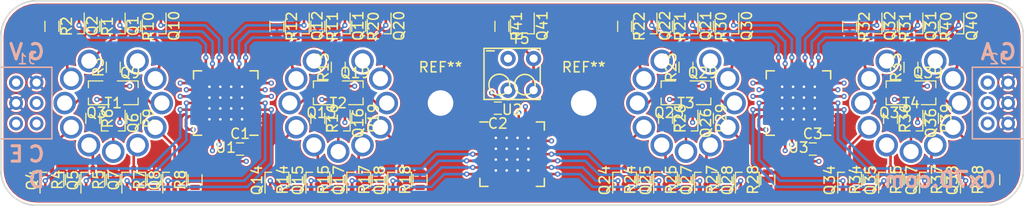
<source format=kicad_pcb>
(kicad_pcb (version 20171130) (host pcbnew "(5.0.0)")

  (general
    (thickness 1.6)
    (drawings 16)
    (tracks 828)
    (zones 0)
    (modules 97)
    (nets 130)
  )

  (page A4)
  (layers
    (0 F.Cu signal)
    (1 In1.Cu signal)
    (2 In2.Cu signal)
    (31 B.Cu signal)
    (35 F.Paste user)
    (36 B.SilkS user)
    (37 F.SilkS user)
    (38 B.Mask user)
    (39 F.Mask user)
    (44 Edge.Cuts user)
  )

  (setup
    (last_trace_width 0.25)
    (user_trace_width 0.3)
    (user_trace_width 0.4)
    (user_trace_width 0.5)
    (trace_clearance 0.2)
    (zone_clearance 0.25)
    (zone_45_only no)
    (trace_min 0.1524)
    (segment_width 0.2)
    (edge_width 0.15)
    (via_size 0.508)
    (via_drill 0.254)
    (via_min_size 0.508)
    (via_min_drill 0.254)
    (uvia_size 0.254)
    (uvia_drill 0.127)
    (uvias_allowed no)
    (uvia_min_size 0.254)
    (uvia_min_drill 0.127)
    (pcb_text_width 0.3)
    (pcb_text_size 1.5 1.5)
    (mod_edge_width 0.15)
    (mod_text_size 1 1)
    (mod_text_width 0.15)
    (pad_size 5 5)
    (pad_drill 2.5)
    (pad_to_mask_clearance 0)
    (aux_axis_origin 0 0)
    (visible_elements 7FFDE77F)
    (pcbplotparams
      (layerselection 0x010f8_80000007)
      (usegerberextensions false)
      (usegerberattributes false)
      (usegerberadvancedattributes false)
      (creategerberjobfile false)
      (excludeedgelayer true)
      (linewidth 0.100000)
      (plotframeref false)
      (viasonmask false)
      (mode 1)
      (useauxorigin false)
      (hpglpennumber 1)
      (hpglpenspeed 20)
      (hpglpendiameter 15.000000)
      (psnegative false)
      (psa4output false)
      (plotreference false)
      (plotvalue false)
      (plotinvisibletext false)
      (padsonsilk false)
      (subtractmaskfromsilk false)
      (outputformat 1)
      (mirror false)
      (drillshape 0)
      (scaleselection 1)
      (outputdirectory "Gerber/"))
  )

  (net 0 "")
  (net 1 /nOE)
  (net 2 /SCL)
  (net 3 /SDA)
  (net 4 /VDD)
  (net 5 /T1_G_0)
  (net 6 /T1_E_0)
  (net 7 /T1_C_0)
  (net 8 /T1_G_1)
  (net 9 /T1_E_1)
  (net 10 /T1_C_1)
  (net 11 /T1_G_2)
  (net 12 /T1_E_2)
  (net 13 /T1_C_2)
  (net 14 /T1_G_3)
  (net 15 /T1_E_3)
  (net 16 /T1_C_3)
  (net 17 /T1_G_4)
  (net 18 /T1_E_4)
  (net 19 /T1_C_4)
  (net 20 /T1_G_5)
  (net 21 /T1_E_5)
  (net 22 /T1_C_5)
  (net 23 /T1_G_6)
  (net 24 /T1_E_6)
  (net 25 /T1_C_6)
  (net 26 /T1_G_7)
  (net 27 /T1_E_7)
  (net 28 /T1_C_7)
  (net 29 /T1_G_8)
  (net 30 /T1_E_8)
  (net 31 /T1_C_8)
  (net 32 /T1_G_9)
  (net 33 /T1_E_9)
  (net 34 /T1_C_9)
  (net 35 /T2_G_0)
  (net 36 /T2_E_0)
  (net 37 /T2_C_0)
  (net 38 /T2_G_1)
  (net 39 /T2_E_1)
  (net 40 /T2_C_1)
  (net 41 /T2_G_2)
  (net 42 /T2_E_2)
  (net 43 /T2_C_2)
  (net 44 /T2_G_3)
  (net 45 /T2_E_3)
  (net 46 /T2_C_3)
  (net 47 /T2_G_4)
  (net 48 /T2_E_4)
  (net 49 /T2_C_4)
  (net 50 /T2_G_5)
  (net 51 /T2_E_5)
  (net 52 /T2_C_5)
  (net 53 /T2_G_6)
  (net 54 /T2_E_6)
  (net 55 /T2_C_6)
  (net 56 /T2_G_7)
  (net 57 /T2_E_7)
  (net 58 /T2_C_7)
  (net 59 /T2_G_8)
  (net 60 /T2_E_8)
  (net 61 /T2_C_8)
  (net 62 /T2_G_9)
  (net 63 /T2_E_9)
  (net 64 /T2_C_9)
  (net 65 /T3_G_0)
  (net 66 /T3_E_0)
  (net 67 /T3_C_0)
  (net 68 /T3_G_1)
  (net 69 /T3_E_1)
  (net 70 /T3_C_1)
  (net 71 /T3_G_2)
  (net 72 /T3_E_2)
  (net 73 /T3_C_2)
  (net 74 /T3_G_3)
  (net 75 /T3_E_3)
  (net 76 /T3_C_3)
  (net 77 /T3_G_4)
  (net 78 /T3_E_4)
  (net 79 /T3_C_4)
  (net 80 /T3_G_5)
  (net 81 /T3_E_5)
  (net 82 /T3_C_5)
  (net 83 /T3_G_6)
  (net 84 /T3_E_6)
  (net 85 /T3_C_6)
  (net 86 /T3_G_7)
  (net 87 /T3_E_7)
  (net 88 /T3_C_7)
  (net 89 /T3_G_8)
  (net 90 /T3_E_8)
  (net 91 /T3_C_8)
  (net 92 /T3_G_9)
  (net 93 /T3_E_9)
  (net 94 /T3_C_9)
  (net 95 /T4_G_0)
  (net 96 /T4_E_0)
  (net 97 /T4_C_0)
  (net 98 /T4_G_1)
  (net 99 /T4_E_1)
  (net 100 /T4_C_1)
  (net 101 /T4_G_2)
  (net 102 /T4_E_2)
  (net 103 /T4_C_2)
  (net 104 /T4_G_3)
  (net 105 /T4_E_3)
  (net 106 /T4_C_3)
  (net 107 /T4_G_4)
  (net 108 /T4_E_4)
  (net 109 /T4_C_4)
  (net 110 /T4_G_5)
  (net 111 /T4_E_5)
  (net 112 /T4_C_5)
  (net 113 /T4_G_6)
  (net 114 /T4_E_6)
  (net 115 /T4_C_6)
  (net 116 /T4_G_7)
  (net 117 /T4_E_7)
  (net 118 /T4_C_7)
  (net 119 /T4_G_8)
  (net 120 /T4_E_8)
  (net 121 /T4_C_8)
  (net 122 /T4_G_9)
  (net 123 /T4_E_9)
  (net 124 /T4_C_9)
  (net 125 "Net-(Q41-Pad2)")
  (net 126 "Net-(Q41-Pad3)")
  (net 127 "Net-(Q41-Pad1)")
  (net 128 /ANODE)
  (net 129 /GND)

  (net_class Default "This is the default net class."
    (clearance 0.2)
    (trace_width 0.25)
    (via_dia 0.508)
    (via_drill 0.254)
    (uvia_dia 0.254)
    (uvia_drill 0.127)
    (add_net /GND)
    (add_net /SCL)
    (add_net /SDA)
    (add_net /T1_C_0)
    (add_net /T1_C_1)
    (add_net /T1_C_2)
    (add_net /T1_C_3)
    (add_net /T1_C_4)
    (add_net /T1_C_5)
    (add_net /T1_C_6)
    (add_net /T1_C_7)
    (add_net /T1_C_8)
    (add_net /T1_C_9)
    (add_net /T1_E_0)
    (add_net /T1_E_1)
    (add_net /T1_E_2)
    (add_net /T1_E_3)
    (add_net /T1_E_4)
    (add_net /T1_E_5)
    (add_net /T1_E_6)
    (add_net /T1_E_7)
    (add_net /T1_E_8)
    (add_net /T1_E_9)
    (add_net /T1_G_0)
    (add_net /T1_G_1)
    (add_net /T1_G_2)
    (add_net /T1_G_3)
    (add_net /T1_G_4)
    (add_net /T1_G_5)
    (add_net /T1_G_6)
    (add_net /T1_G_7)
    (add_net /T1_G_8)
    (add_net /T1_G_9)
    (add_net /T2_C_0)
    (add_net /T2_C_1)
    (add_net /T2_C_2)
    (add_net /T2_C_3)
    (add_net /T2_C_4)
    (add_net /T2_C_5)
    (add_net /T2_C_6)
    (add_net /T2_C_7)
    (add_net /T2_C_8)
    (add_net /T2_C_9)
    (add_net /T2_E_0)
    (add_net /T2_E_1)
    (add_net /T2_E_2)
    (add_net /T2_E_3)
    (add_net /T2_E_4)
    (add_net /T2_E_5)
    (add_net /T2_E_6)
    (add_net /T2_E_7)
    (add_net /T2_E_8)
    (add_net /T2_E_9)
    (add_net /T2_G_0)
    (add_net /T2_G_1)
    (add_net /T2_G_2)
    (add_net /T2_G_3)
    (add_net /T2_G_4)
    (add_net /T2_G_5)
    (add_net /T2_G_6)
    (add_net /T2_G_7)
    (add_net /T2_G_8)
    (add_net /T2_G_9)
    (add_net /T3_C_0)
    (add_net /T3_C_1)
    (add_net /T3_C_2)
    (add_net /T3_C_3)
    (add_net /T3_C_4)
    (add_net /T3_C_5)
    (add_net /T3_C_6)
    (add_net /T3_C_7)
    (add_net /T3_C_8)
    (add_net /T3_C_9)
    (add_net /T3_E_0)
    (add_net /T3_E_1)
    (add_net /T3_E_2)
    (add_net /T3_E_3)
    (add_net /T3_E_4)
    (add_net /T3_E_5)
    (add_net /T3_E_6)
    (add_net /T3_E_7)
    (add_net /T3_E_8)
    (add_net /T3_E_9)
    (add_net /T3_G_0)
    (add_net /T3_G_1)
    (add_net /T3_G_2)
    (add_net /T3_G_3)
    (add_net /T3_G_4)
    (add_net /T3_G_5)
    (add_net /T3_G_6)
    (add_net /T3_G_7)
    (add_net /T3_G_8)
    (add_net /T3_G_9)
    (add_net /T4_C_0)
    (add_net /T4_C_1)
    (add_net /T4_C_2)
    (add_net /T4_C_3)
    (add_net /T4_C_4)
    (add_net /T4_C_5)
    (add_net /T4_C_6)
    (add_net /T4_C_7)
    (add_net /T4_C_8)
    (add_net /T4_C_9)
    (add_net /T4_E_0)
    (add_net /T4_E_1)
    (add_net /T4_E_2)
    (add_net /T4_E_3)
    (add_net /T4_E_4)
    (add_net /T4_E_5)
    (add_net /T4_E_6)
    (add_net /T4_E_7)
    (add_net /T4_E_8)
    (add_net /T4_E_9)
    (add_net /T4_G_0)
    (add_net /T4_G_1)
    (add_net /T4_G_2)
    (add_net /T4_G_3)
    (add_net /T4_G_4)
    (add_net /T4_G_5)
    (add_net /T4_G_6)
    (add_net /T4_G_7)
    (add_net /T4_G_8)
    (add_net /T4_G_9)
    (add_net /nOE)
    (add_net "Net-(Q41-Pad1)")
    (add_net "Net-(Q41-Pad2)")
    (add_net "Net-(Q41-Pad3)")
  )

  (net_class HV_Anode ""
    (clearance 0.25)
    (trace_width 0.5)
    (via_dia 0.508)
    (via_drill 0.254)
    (uvia_dia 0.254)
    (uvia_drill 0.127)
    (add_net /ANODE)
  )

  (net_class VDD ""
    (clearance 0.2)
    (trace_width 0.25)
    (via_dia 0.508)
    (via_drill 0.254)
    (uvia_dia 0.254)
    (uvia_drill 0.127)
    (add_net /VDD)
  )

  (module "Custom Parts:IN-8" (layer F.Cu) (tedit 5A77E30D) (tstamp 593C8613)
    (at 130 102)
    (path /5938FA7E)
    (fp_text reference T2 (at 0 0) (layer F.SilkS)
      (effects (font (size 1 1) (thickness 0.15)))
    )
    (fp_text value IN-8 (at 0 -1.27) (layer F.Fab)
      (effects (font (size 1 1) (thickness 0.15)))
    )
    (pad 1 thru_hole circle (at -2.375 -4.114) (size 2.2 2.2) (drill 1.5) (layers *.Cu *.Mask)
      (net 37 /T2_C_0))
    (pad 2 thru_hole circle (at -4.114 -2.375) (size 2.2 2.2) (drill 1.5) (layers *.Cu *.Mask)
      (net 40 /T2_C_1))
    (pad 3 thru_hole circle (at -4.75 0) (size 2.2 2.2) (drill 1.5) (layers *.Cu *.Mask)
      (net 43 /T2_C_2))
    (pad 4 thru_hole circle (at -4.114 2.375) (size 2.2 2.2) (drill 1.5) (layers *.Cu *.Mask)
      (net 46 /T2_C_3))
    (pad 5 thru_hole circle (at -2.375 4.114) (size 2.2 2.2) (drill 1.5) (layers *.Cu *.Mask)
      (net 49 /T2_C_4))
    (pad 6 thru_hole circle (at 0 4.75) (size 2.2 2.2) (drill 1.5) (layers *.Cu *.Mask)
      (net 52 /T2_C_5))
    (pad 7 thru_hole circle (at 2.375 4.114) (size 2.2 2.2) (drill 1.5) (layers *.Cu *.Mask)
      (net 55 /T2_C_6))
    (pad 8 thru_hole circle (at 4.114 2.375) (size 2.2 2.2) (drill 1.5) (layers *.Cu *.Mask)
      (net 58 /T2_C_7))
    (pad 10 thru_hole circle (at 4.114 -2.375) (size 2.2 2.2) (drill 1.5) (layers *.Cu *.Mask)
      (net 64 /T2_C_9))
    (pad 11 thru_hole circle (at 2.375 -4.114) (size 2.2 2.2) (drill 1.5) (layers *.Cu *.Mask)
      (net 128 /ANODE))
    (pad 9 thru_hole circle (at 4.75 0) (size 2.2 2.2) (drill 1.5) (layers *.Cu *.Mask)
      (net 61 /T2_C_8))
  )

  (module "Custom Parts:IN-8" (layer F.Cu) (tedit 5A77E303) (tstamp 593C85F8)
    (at 108 102)
    (path /5938FAE9)
    (fp_text reference T1 (at 0 0) (layer F.SilkS)
      (effects (font (size 1 1) (thickness 0.15)))
    )
    (fp_text value IN-8 (at 0 -1.27) (layer F.Fab)
      (effects (font (size 1 1) (thickness 0.15)))
    )
    (pad 1 thru_hole circle (at -2.375 -4.114) (size 2.2 2.2) (drill 1.5) (layers *.Cu *.Mask)
      (net 7 /T1_C_0))
    (pad 2 thru_hole circle (at -4.114 -2.375) (size 2.2 2.2) (drill 1.5) (layers *.Cu *.Mask)
      (net 10 /T1_C_1))
    (pad 3 thru_hole circle (at -4.75 0) (size 2.2 2.2) (drill 1.5) (layers *.Cu *.Mask)
      (net 13 /T1_C_2))
    (pad 4 thru_hole circle (at -4.114 2.375) (size 2.2 2.2) (drill 1.5) (layers *.Cu *.Mask)
      (net 16 /T1_C_3))
    (pad 5 thru_hole circle (at -2.375 4.114) (size 2.2 2.2) (drill 1.5) (layers *.Cu *.Mask)
      (net 19 /T1_C_4))
    (pad 6 thru_hole circle (at 0 4.75) (size 2.2 2.2) (drill 1.5) (layers *.Cu *.Mask)
      (net 22 /T1_C_5))
    (pad 7 thru_hole circle (at 2.375 4.114) (size 2.2 2.2) (drill 1.5) (layers *.Cu *.Mask)
      (net 25 /T1_C_6))
    (pad 8 thru_hole circle (at 4.114 2.375) (size 2.2 2.2) (drill 1.5) (layers *.Cu *.Mask)
      (net 28 /T1_C_7))
    (pad 10 thru_hole circle (at 4.114 -2.375) (size 2.2 2.2) (drill 1.5) (layers *.Cu *.Mask)
      (net 34 /T1_C_9))
    (pad 11 thru_hole circle (at 2.375 -4.114) (size 2.2 2.2) (drill 1.5) (layers *.Cu *.Mask)
      (net 128 /ANODE))
    (pad 9 thru_hole circle (at 4.75 0) (size 2.2 2.2) (drill 1.5) (layers *.Cu *.Mask)
      (net 31 /T1_C_8))
  )

  (module "Custom Parts:IN-8" (layer F.Cu) (tedit 5A77E2F6) (tstamp 593C862E)
    (at 164 102)
    (path /5938FA0F)
    (fp_text reference T3 (at 0 0) (layer F.SilkS)
      (effects (font (size 1 1) (thickness 0.15)))
    )
    (fp_text value IN-8 (at 0 -1.27) (layer F.Fab)
      (effects (font (size 1 1) (thickness 0.15)))
    )
    (pad 1 thru_hole circle (at -2.375 -4.114) (size 2.2 2.2) (drill 1.5) (layers *.Cu *.Mask)
      (net 67 /T3_C_0))
    (pad 2 thru_hole circle (at -4.114 -2.375) (size 2.2 2.2) (drill 1.5) (layers *.Cu *.Mask)
      (net 70 /T3_C_1))
    (pad 3 thru_hole circle (at -4.75 0) (size 2.2 2.2) (drill 1.5) (layers *.Cu *.Mask)
      (net 73 /T3_C_2))
    (pad 4 thru_hole circle (at -4.114 2.375) (size 2.2 2.2) (drill 1.5) (layers *.Cu *.Mask)
      (net 76 /T3_C_3))
    (pad 5 thru_hole circle (at -2.375 4.114) (size 2.2 2.2) (drill 1.5) (layers *.Cu *.Mask)
      (net 79 /T3_C_4))
    (pad 6 thru_hole circle (at 0 4.75) (size 2.2 2.2) (drill 1.5) (layers *.Cu *.Mask)
      (net 82 /T3_C_5))
    (pad 7 thru_hole circle (at 2.375 4.114) (size 2.2 2.2) (drill 1.5) (layers *.Cu *.Mask)
      (net 85 /T3_C_6))
    (pad 8 thru_hole circle (at 4.114 2.375) (size 2.2 2.2) (drill 1.5) (layers *.Cu *.Mask)
      (net 88 /T3_C_7))
    (pad 10 thru_hole circle (at 4.114 -2.375) (size 2.2 2.2) (drill 1.5) (layers *.Cu *.Mask)
      (net 94 /T3_C_9))
    (pad 11 thru_hole circle (at 2.375 -4.114) (size 2.2 2.2) (drill 1.5) (layers *.Cu *.Mask)
      (net 128 /ANODE))
    (pad 9 thru_hole circle (at 4.75 0) (size 2.2 2.2) (drill 1.5) (layers *.Cu *.Mask)
      (net 91 /T3_C_8))
  )

  (module "Custom Parts:IN-8" (layer F.Cu) (tedit 5A77E2EB) (tstamp 593C8649)
    (at 186 102)
    (path /5938FB49)
    (fp_text reference T4 (at 0 0) (layer F.SilkS)
      (effects (font (size 1 1) (thickness 0.15)))
    )
    (fp_text value IN-8 (at 0 -1.27) (layer F.Fab)
      (effects (font (size 1 1) (thickness 0.15)))
    )
    (pad 1 thru_hole circle (at -2.375 -4.114) (size 2.2 2.2) (drill 1.5) (layers *.Cu *.Mask)
      (net 97 /T4_C_0))
    (pad 2 thru_hole circle (at -4.114 -2.375) (size 2.2 2.2) (drill 1.5) (layers *.Cu *.Mask)
      (net 100 /T4_C_1))
    (pad 3 thru_hole circle (at -4.75 0) (size 2.2 2.2) (drill 1.5) (layers *.Cu *.Mask)
      (net 103 /T4_C_2))
    (pad 4 thru_hole circle (at -4.114 2.375) (size 2.2 2.2) (drill 1.5) (layers *.Cu *.Mask)
      (net 106 /T4_C_3))
    (pad 5 thru_hole circle (at -2.375 4.114) (size 2.2 2.2) (drill 1.5) (layers *.Cu *.Mask)
      (net 109 /T4_C_4))
    (pad 6 thru_hole circle (at 0 4.75) (size 2.2 2.2) (drill 1.5) (layers *.Cu *.Mask)
      (net 112 /T4_C_5))
    (pad 7 thru_hole circle (at 2.375 4.114) (size 2.2 2.2) (drill 1.5) (layers *.Cu *.Mask)
      (net 115 /T4_C_6))
    (pad 8 thru_hole circle (at 4.114 2.375) (size 2.2 2.2) (drill 1.5) (layers *.Cu *.Mask)
      (net 118 /T4_C_7))
    (pad 10 thru_hole circle (at 4.114 -2.375) (size 2.2 2.2) (drill 1.5) (layers *.Cu *.Mask)
      (net 124 /T4_C_9))
    (pad 11 thru_hole circle (at 2.375 -4.114) (size 2.2 2.2) (drill 1.5) (layers *.Cu *.Mask)
      (net 128 /ANODE))
    (pad 9 thru_hole circle (at 4.75 0) (size 2.2 2.2) (drill 1.5) (layers *.Cu *.Mask)
      (net 121 /T4_C_8))
  )

  (module Capacitors_SMD:C_0603 (layer F.Cu) (tedit 59958EE7) (tstamp 594897B6)
    (at 145.6 102.5 180)
    (descr "Capacitor SMD 0603, reflow soldering, AVX (see smccp.pdf)")
    (tags "capacitor 0603")
    (path /5948AFF9)
    (attr smd)
    (fp_text reference C2 (at 0 -1.5 180) (layer F.SilkS)
      (effects (font (size 1 1) (thickness 0.15)))
    )
    (fp_text value Bypass (at 0 1.5 180) (layer F.Fab)
      (effects (font (size 1 1) (thickness 0.15)))
    )
    (fp_line (start 1.4 0.65) (end -1.4 0.65) (layer F.CrtYd) (width 0.05))
    (fp_line (start 1.4 0.65) (end 1.4 -0.65) (layer F.CrtYd) (width 0.05))
    (fp_line (start -1.4 -0.65) (end -1.4 0.65) (layer F.CrtYd) (width 0.05))
    (fp_line (start -1.4 -0.65) (end 1.4 -0.65) (layer F.CrtYd) (width 0.05))
    (fp_line (start 0.35 0.6) (end -0.35 0.6) (layer F.SilkS) (width 0.12))
    (fp_line (start -0.35 -0.6) (end 0.35 -0.6) (layer F.SilkS) (width 0.12))
    (fp_line (start -0.8 -0.4) (end 0.8 -0.4) (layer F.Fab) (width 0.1))
    (fp_line (start 0.8 -0.4) (end 0.8 0.4) (layer F.Fab) (width 0.1))
    (fp_line (start 0.8 0.4) (end -0.8 0.4) (layer F.Fab) (width 0.1))
    (fp_line (start -0.8 0.4) (end -0.8 -0.4) (layer F.Fab) (width 0.1))
    (fp_text user %R (at 0 0 180) (layer F.Fab)
      (effects (font (size 0.3 0.3) (thickness 0.075)))
    )
    (pad 2 smd rect (at 0.75 0 180) (size 0.8 0.75) (layers F.Cu F.Paste F.Mask)
      (net 129 /GND))
    (pad 1 smd rect (at -0.75 0 180) (size 0.8 0.75) (layers F.Cu F.Paste F.Mask)
      (net 4 /VDD))
    (model Capacitors_SMD.3dshapes/C_0603.wrl
      (at (xyz 0 0 0))
      (scale (xyz 1 1 1))
      (rotate (xyz 0 0 0))
    )
  )

  (module Capacitors_SMD:C_0603 (layer F.Cu) (tedit 59958EE7) (tstamp 594897B0)
    (at 120.4 106.5)
    (descr "Capacitor SMD 0603, reflow soldering, AVX (see smccp.pdf)")
    (tags "capacitor 0603")
    (path /5948AC88)
    (attr smd)
    (fp_text reference C1 (at 0 -1.5) (layer F.SilkS)
      (effects (font (size 1 1) (thickness 0.15)))
    )
    (fp_text value Bypass (at 0 1.5) (layer F.Fab)
      (effects (font (size 1 1) (thickness 0.15)))
    )
    (fp_line (start 1.4 0.65) (end -1.4 0.65) (layer F.CrtYd) (width 0.05))
    (fp_line (start 1.4 0.65) (end 1.4 -0.65) (layer F.CrtYd) (width 0.05))
    (fp_line (start -1.4 -0.65) (end -1.4 0.65) (layer F.CrtYd) (width 0.05))
    (fp_line (start -1.4 -0.65) (end 1.4 -0.65) (layer F.CrtYd) (width 0.05))
    (fp_line (start 0.35 0.6) (end -0.35 0.6) (layer F.SilkS) (width 0.12))
    (fp_line (start -0.35 -0.6) (end 0.35 -0.6) (layer F.SilkS) (width 0.12))
    (fp_line (start -0.8 -0.4) (end 0.8 -0.4) (layer F.Fab) (width 0.1))
    (fp_line (start 0.8 -0.4) (end 0.8 0.4) (layer F.Fab) (width 0.1))
    (fp_line (start 0.8 0.4) (end -0.8 0.4) (layer F.Fab) (width 0.1))
    (fp_line (start -0.8 0.4) (end -0.8 -0.4) (layer F.Fab) (width 0.1))
    (fp_text user %R (at 0 0) (layer F.Fab)
      (effects (font (size 0.3 0.3) (thickness 0.075)))
    )
    (pad 2 smd rect (at 0.75 0) (size 0.8 0.75) (layers F.Cu F.Paste F.Mask)
      (net 129 /GND))
    (pad 1 smd rect (at -0.75 0) (size 0.8 0.75) (layers F.Cu F.Paste F.Mask)
      (net 4 /VDD))
    (model Capacitors_SMD.3dshapes/C_0603.wrl
      (at (xyz 0 0 0))
      (scale (xyz 1 1 1))
      (rotate (xyz 0 0 0))
    )
  )

  (module Resistors_SMD:R_0603 (layer F.Cu) (tedit 58E0A804) (tstamp 593DE06D)
    (at 146 94.5 270)
    (descr "Resistor SMD 0603, reflow soldering, Vishay (see dcrcw.pdf)")
    (tags "resistor 0603")
    (path /593DC6D8)
    (attr smd)
    (fp_text reference R41 (at 0 -1.45 270) (layer F.SilkS)
      (effects (font (size 1 1) (thickness 0.15)))
    )
    (fp_text value R (at 0 1.5 270) (layer F.Fab)
      (effects (font (size 1 1) (thickness 0.15)))
    )
    (fp_text user %R (at 0 0 270) (layer F.Fab)
      (effects (font (size 0.4 0.4) (thickness 0.075)))
    )
    (fp_line (start -0.8 0.4) (end -0.8 -0.4) (layer F.Fab) (width 0.1))
    (fp_line (start 0.8 0.4) (end -0.8 0.4) (layer F.Fab) (width 0.1))
    (fp_line (start 0.8 -0.4) (end 0.8 0.4) (layer F.Fab) (width 0.1))
    (fp_line (start -0.8 -0.4) (end 0.8 -0.4) (layer F.Fab) (width 0.1))
    (fp_line (start 0.5 0.68) (end -0.5 0.68) (layer F.SilkS) (width 0.12))
    (fp_line (start -0.5 -0.68) (end 0.5 -0.68) (layer F.SilkS) (width 0.12))
    (fp_line (start -1.25 -0.7) (end 1.25 -0.7) (layer F.CrtYd) (width 0.05))
    (fp_line (start -1.25 -0.7) (end -1.25 0.7) (layer F.CrtYd) (width 0.05))
    (fp_line (start 1.25 0.7) (end 1.25 -0.7) (layer F.CrtYd) (width 0.05))
    (fp_line (start 1.25 0.7) (end -1.25 0.7) (layer F.CrtYd) (width 0.05))
    (pad 1 smd rect (at -0.75 0 270) (size 0.5 0.9) (layers F.Cu F.Paste F.Mask)
      (net 125 "Net-(Q41-Pad2)"))
    (pad 2 smd rect (at 0.75 0 270) (size 0.5 0.9) (layers F.Cu F.Paste F.Mask)
      (net 129 /GND))
    (model ${KISYS3DMOD}/Resistors_SMD.3dshapes/R_0603.wrl
      (at (xyz 0 0 0))
      (scale (xyz 1 1 1))
      (rotate (xyz 0 0 0))
    )
  )

  (module Resistors_SMD:R_0603 (layer F.Cu) (tedit 58E0A804) (tstamp 593DE068)
    (at 188 94.5 270)
    (descr "Resistor SMD 0603, reflow soldering, Vishay (see dcrcw.pdf)")
    (tags "resistor 0603")
    (path /593D37A7)
    (attr smd)
    (fp_text reference R40 (at 0 -1.45 270) (layer F.SilkS)
      (effects (font (size 1 1) (thickness 0.15)))
    )
    (fp_text value R (at 0 1.5 270) (layer F.Fab)
      (effects (font (size 1 1) (thickness 0.15)))
    )
    (fp_text user %R (at 0 0 270) (layer F.Fab)
      (effects (font (size 0.4 0.4) (thickness 0.075)))
    )
    (fp_line (start -0.8 0.4) (end -0.8 -0.4) (layer F.Fab) (width 0.1))
    (fp_line (start 0.8 0.4) (end -0.8 0.4) (layer F.Fab) (width 0.1))
    (fp_line (start 0.8 -0.4) (end 0.8 0.4) (layer F.Fab) (width 0.1))
    (fp_line (start -0.8 -0.4) (end 0.8 -0.4) (layer F.Fab) (width 0.1))
    (fp_line (start 0.5 0.68) (end -0.5 0.68) (layer F.SilkS) (width 0.12))
    (fp_line (start -0.5 -0.68) (end 0.5 -0.68) (layer F.SilkS) (width 0.12))
    (fp_line (start -1.25 -0.7) (end 1.25 -0.7) (layer F.CrtYd) (width 0.05))
    (fp_line (start -1.25 -0.7) (end -1.25 0.7) (layer F.CrtYd) (width 0.05))
    (fp_line (start 1.25 0.7) (end 1.25 -0.7) (layer F.CrtYd) (width 0.05))
    (fp_line (start 1.25 0.7) (end -1.25 0.7) (layer F.CrtYd) (width 0.05))
    (pad 1 smd rect (at -0.75 0 270) (size 0.5 0.9) (layers F.Cu F.Paste F.Mask)
      (net 123 /T4_E_9))
    (pad 2 smd rect (at 0.75 0 270) (size 0.5 0.9) (layers F.Cu F.Paste F.Mask)
      (net 129 /GND))
    (model ${KISYS3DMOD}/Resistors_SMD.3dshapes/R_0603.wrl
      (at (xyz 0 0 0))
      (scale (xyz 1 1 1))
      (rotate (xyz 0 0 0))
    )
  )

  (module Resistors_SMD:R_0603 (layer F.Cu) (tedit 58E0A804) (tstamp 593DE063)
    (at 188 103.5 270)
    (descr "Resistor SMD 0603, reflow soldering, Vishay (see dcrcw.pdf)")
    (tags "resistor 0603")
    (path /593D37A1)
    (attr smd)
    (fp_text reference R39 (at 0 -1.45 270) (layer F.SilkS)
      (effects (font (size 1 1) (thickness 0.15)))
    )
    (fp_text value R (at 0 1.5 270) (layer F.Fab)
      (effects (font (size 1 1) (thickness 0.15)))
    )
    (fp_text user %R (at 0 0 270) (layer F.Fab)
      (effects (font (size 0.4 0.4) (thickness 0.075)))
    )
    (fp_line (start -0.8 0.4) (end -0.8 -0.4) (layer F.Fab) (width 0.1))
    (fp_line (start 0.8 0.4) (end -0.8 0.4) (layer F.Fab) (width 0.1))
    (fp_line (start 0.8 -0.4) (end 0.8 0.4) (layer F.Fab) (width 0.1))
    (fp_line (start -0.8 -0.4) (end 0.8 -0.4) (layer F.Fab) (width 0.1))
    (fp_line (start 0.5 0.68) (end -0.5 0.68) (layer F.SilkS) (width 0.12))
    (fp_line (start -0.5 -0.68) (end 0.5 -0.68) (layer F.SilkS) (width 0.12))
    (fp_line (start -1.25 -0.7) (end 1.25 -0.7) (layer F.CrtYd) (width 0.05))
    (fp_line (start -1.25 -0.7) (end -1.25 0.7) (layer F.CrtYd) (width 0.05))
    (fp_line (start 1.25 0.7) (end 1.25 -0.7) (layer F.CrtYd) (width 0.05))
    (fp_line (start 1.25 0.7) (end -1.25 0.7) (layer F.CrtYd) (width 0.05))
    (pad 1 smd rect (at -0.75 0 270) (size 0.5 0.9) (layers F.Cu F.Paste F.Mask)
      (net 120 /T4_E_8))
    (pad 2 smd rect (at 0.75 0 270) (size 0.5 0.9) (layers F.Cu F.Paste F.Mask)
      (net 129 /GND))
    (model ${KISYS3DMOD}/Resistors_SMD.3dshapes/R_0603.wrl
      (at (xyz 0 0 0))
      (scale (xyz 1 1 1))
      (rotate (xyz 0 0 0))
    )
  )

  (module Resistors_SMD:R_0603 (layer F.Cu) (tedit 58E0A804) (tstamp 593DE05E)
    (at 194 109.5 90)
    (descr "Resistor SMD 0603, reflow soldering, Vishay (see dcrcw.pdf)")
    (tags "resistor 0603")
    (path /593D379B)
    (attr smd)
    (fp_text reference R38 (at 0 -1.45 90) (layer F.SilkS)
      (effects (font (size 1 1) (thickness 0.15)))
    )
    (fp_text value R (at 0 1.5 90) (layer F.Fab)
      (effects (font (size 1 1) (thickness 0.15)))
    )
    (fp_text user %R (at 0 0 90) (layer F.Fab)
      (effects (font (size 0.4 0.4) (thickness 0.075)))
    )
    (fp_line (start -0.8 0.4) (end -0.8 -0.4) (layer F.Fab) (width 0.1))
    (fp_line (start 0.8 0.4) (end -0.8 0.4) (layer F.Fab) (width 0.1))
    (fp_line (start 0.8 -0.4) (end 0.8 0.4) (layer F.Fab) (width 0.1))
    (fp_line (start -0.8 -0.4) (end 0.8 -0.4) (layer F.Fab) (width 0.1))
    (fp_line (start 0.5 0.68) (end -0.5 0.68) (layer F.SilkS) (width 0.12))
    (fp_line (start -0.5 -0.68) (end 0.5 -0.68) (layer F.SilkS) (width 0.12))
    (fp_line (start -1.25 -0.7) (end 1.25 -0.7) (layer F.CrtYd) (width 0.05))
    (fp_line (start -1.25 -0.7) (end -1.25 0.7) (layer F.CrtYd) (width 0.05))
    (fp_line (start 1.25 0.7) (end 1.25 -0.7) (layer F.CrtYd) (width 0.05))
    (fp_line (start 1.25 0.7) (end -1.25 0.7) (layer F.CrtYd) (width 0.05))
    (pad 1 smd rect (at -0.75 0 90) (size 0.5 0.9) (layers F.Cu F.Paste F.Mask)
      (net 117 /T4_E_7))
    (pad 2 smd rect (at 0.75 0 90) (size 0.5 0.9) (layers F.Cu F.Paste F.Mask)
      (net 129 /GND))
    (model ${KISYS3DMOD}/Resistors_SMD.3dshapes/R_0603.wrl
      (at (xyz 0 0 0))
      (scale (xyz 1 1 1))
      (rotate (xyz 0 0 0))
    )
  )

  (module Resistors_SMD:R_0603 (layer F.Cu) (tedit 58E0A804) (tstamp 593DE059)
    (at 190 109.5 90)
    (descr "Resistor SMD 0603, reflow soldering, Vishay (see dcrcw.pdf)")
    (tags "resistor 0603")
    (path /593D3795)
    (attr smd)
    (fp_text reference R37 (at 0 -1.45 90) (layer F.SilkS)
      (effects (font (size 1 1) (thickness 0.15)))
    )
    (fp_text value R (at 0 1.5 90) (layer F.Fab)
      (effects (font (size 1 1) (thickness 0.15)))
    )
    (fp_text user %R (at 0 0 90) (layer F.Fab)
      (effects (font (size 0.4 0.4) (thickness 0.075)))
    )
    (fp_line (start -0.8 0.4) (end -0.8 -0.4) (layer F.Fab) (width 0.1))
    (fp_line (start 0.8 0.4) (end -0.8 0.4) (layer F.Fab) (width 0.1))
    (fp_line (start 0.8 -0.4) (end 0.8 0.4) (layer F.Fab) (width 0.1))
    (fp_line (start -0.8 -0.4) (end 0.8 -0.4) (layer F.Fab) (width 0.1))
    (fp_line (start 0.5 0.68) (end -0.5 0.68) (layer F.SilkS) (width 0.12))
    (fp_line (start -0.5 -0.68) (end 0.5 -0.68) (layer F.SilkS) (width 0.12))
    (fp_line (start -1.25 -0.7) (end 1.25 -0.7) (layer F.CrtYd) (width 0.05))
    (fp_line (start -1.25 -0.7) (end -1.25 0.7) (layer F.CrtYd) (width 0.05))
    (fp_line (start 1.25 0.7) (end 1.25 -0.7) (layer F.CrtYd) (width 0.05))
    (fp_line (start 1.25 0.7) (end -1.25 0.7) (layer F.CrtYd) (width 0.05))
    (pad 1 smd rect (at -0.75 0 90) (size 0.5 0.9) (layers F.Cu F.Paste F.Mask)
      (net 114 /T4_E_6))
    (pad 2 smd rect (at 0.75 0 90) (size 0.5 0.9) (layers F.Cu F.Paste F.Mask)
      (net 129 /GND))
    (model ${KISYS3DMOD}/Resistors_SMD.3dshapes/R_0603.wrl
      (at (xyz 0 0 0))
      (scale (xyz 1 1 1))
      (rotate (xyz 0 0 0))
    )
  )

  (module Resistors_SMD:R_0603 (layer F.Cu) (tedit 58E0A804) (tstamp 593DE054)
    (at 184 103.5 270)
    (descr "Resistor SMD 0603, reflow soldering, Vishay (see dcrcw.pdf)")
    (tags "resistor 0603")
    (path /593D378F)
    (attr smd)
    (fp_text reference R36 (at 0 -1.45 270) (layer F.SilkS)
      (effects (font (size 1 1) (thickness 0.15)))
    )
    (fp_text value R (at 0 1.5 270) (layer F.Fab)
      (effects (font (size 1 1) (thickness 0.15)))
    )
    (fp_text user %R (at 0 0 270) (layer F.Fab)
      (effects (font (size 0.4 0.4) (thickness 0.075)))
    )
    (fp_line (start -0.8 0.4) (end -0.8 -0.4) (layer F.Fab) (width 0.1))
    (fp_line (start 0.8 0.4) (end -0.8 0.4) (layer F.Fab) (width 0.1))
    (fp_line (start 0.8 -0.4) (end 0.8 0.4) (layer F.Fab) (width 0.1))
    (fp_line (start -0.8 -0.4) (end 0.8 -0.4) (layer F.Fab) (width 0.1))
    (fp_line (start 0.5 0.68) (end -0.5 0.68) (layer F.SilkS) (width 0.12))
    (fp_line (start -0.5 -0.68) (end 0.5 -0.68) (layer F.SilkS) (width 0.12))
    (fp_line (start -1.25 -0.7) (end 1.25 -0.7) (layer F.CrtYd) (width 0.05))
    (fp_line (start -1.25 -0.7) (end -1.25 0.7) (layer F.CrtYd) (width 0.05))
    (fp_line (start 1.25 0.7) (end 1.25 -0.7) (layer F.CrtYd) (width 0.05))
    (fp_line (start 1.25 0.7) (end -1.25 0.7) (layer F.CrtYd) (width 0.05))
    (pad 1 smd rect (at -0.75 0 270) (size 0.5 0.9) (layers F.Cu F.Paste F.Mask)
      (net 111 /T4_E_5))
    (pad 2 smd rect (at 0.75 0 270) (size 0.5 0.9) (layers F.Cu F.Paste F.Mask)
      (net 129 /GND))
    (model ${KISYS3DMOD}/Resistors_SMD.3dshapes/R_0603.wrl
      (at (xyz 0 0 0))
      (scale (xyz 1 1 1))
      (rotate (xyz 0 0 0))
    )
  )

  (module Resistors_SMD:R_0603 (layer F.Cu) (tedit 58E0A804) (tstamp 593DE04F)
    (at 186 109.5 90)
    (descr "Resistor SMD 0603, reflow soldering, Vishay (see dcrcw.pdf)")
    (tags "resistor 0603")
    (path /593D3789)
    (attr smd)
    (fp_text reference R35 (at 0 -1.45 90) (layer F.SilkS)
      (effects (font (size 1 1) (thickness 0.15)))
    )
    (fp_text value R (at 0 1.5 90) (layer F.Fab)
      (effects (font (size 1 1) (thickness 0.15)))
    )
    (fp_text user %R (at 0 0 90) (layer F.Fab)
      (effects (font (size 0.4 0.4) (thickness 0.075)))
    )
    (fp_line (start -0.8 0.4) (end -0.8 -0.4) (layer F.Fab) (width 0.1))
    (fp_line (start 0.8 0.4) (end -0.8 0.4) (layer F.Fab) (width 0.1))
    (fp_line (start 0.8 -0.4) (end 0.8 0.4) (layer F.Fab) (width 0.1))
    (fp_line (start -0.8 -0.4) (end 0.8 -0.4) (layer F.Fab) (width 0.1))
    (fp_line (start 0.5 0.68) (end -0.5 0.68) (layer F.SilkS) (width 0.12))
    (fp_line (start -0.5 -0.68) (end 0.5 -0.68) (layer F.SilkS) (width 0.12))
    (fp_line (start -1.25 -0.7) (end 1.25 -0.7) (layer F.CrtYd) (width 0.05))
    (fp_line (start -1.25 -0.7) (end -1.25 0.7) (layer F.CrtYd) (width 0.05))
    (fp_line (start 1.25 0.7) (end 1.25 -0.7) (layer F.CrtYd) (width 0.05))
    (fp_line (start 1.25 0.7) (end -1.25 0.7) (layer F.CrtYd) (width 0.05))
    (pad 1 smd rect (at -0.75 0 90) (size 0.5 0.9) (layers F.Cu F.Paste F.Mask)
      (net 108 /T4_E_4))
    (pad 2 smd rect (at 0.75 0 90) (size 0.5 0.9) (layers F.Cu F.Paste F.Mask)
      (net 129 /GND))
    (model ${KISYS3DMOD}/Resistors_SMD.3dshapes/R_0603.wrl
      (at (xyz 0 0 0))
      (scale (xyz 1 1 1))
      (rotate (xyz 0 0 0))
    )
  )

  (module Resistors_SMD:R_0603 (layer F.Cu) (tedit 58E0A804) (tstamp 593DE04A)
    (at 182 109.5 90)
    (descr "Resistor SMD 0603, reflow soldering, Vishay (see dcrcw.pdf)")
    (tags "resistor 0603")
    (path /593D3783)
    (attr smd)
    (fp_text reference R34 (at 0 -1.45 90) (layer F.SilkS)
      (effects (font (size 1 1) (thickness 0.15)))
    )
    (fp_text value R (at 0 1.5 90) (layer F.Fab)
      (effects (font (size 1 1) (thickness 0.15)))
    )
    (fp_text user %R (at 0 0 90) (layer F.Fab)
      (effects (font (size 0.4 0.4) (thickness 0.075)))
    )
    (fp_line (start -0.8 0.4) (end -0.8 -0.4) (layer F.Fab) (width 0.1))
    (fp_line (start 0.8 0.4) (end -0.8 0.4) (layer F.Fab) (width 0.1))
    (fp_line (start 0.8 -0.4) (end 0.8 0.4) (layer F.Fab) (width 0.1))
    (fp_line (start -0.8 -0.4) (end 0.8 -0.4) (layer F.Fab) (width 0.1))
    (fp_line (start 0.5 0.68) (end -0.5 0.68) (layer F.SilkS) (width 0.12))
    (fp_line (start -0.5 -0.68) (end 0.5 -0.68) (layer F.SilkS) (width 0.12))
    (fp_line (start -1.25 -0.7) (end 1.25 -0.7) (layer F.CrtYd) (width 0.05))
    (fp_line (start -1.25 -0.7) (end -1.25 0.7) (layer F.CrtYd) (width 0.05))
    (fp_line (start 1.25 0.7) (end 1.25 -0.7) (layer F.CrtYd) (width 0.05))
    (fp_line (start 1.25 0.7) (end -1.25 0.7) (layer F.CrtYd) (width 0.05))
    (pad 1 smd rect (at -0.75 0 90) (size 0.5 0.9) (layers F.Cu F.Paste F.Mask)
      (net 105 /T4_E_3))
    (pad 2 smd rect (at 0.75 0 90) (size 0.5 0.9) (layers F.Cu F.Paste F.Mask)
      (net 129 /GND))
    (model ${KISYS3DMOD}/Resistors_SMD.3dshapes/R_0603.wrl
      (at (xyz 0 0 0))
      (scale (xyz 1 1 1))
      (rotate (xyz 0 0 0))
    )
  )

  (module Resistors_SMD:R_0603 (layer F.Cu) (tedit 58E0A804) (tstamp 593DE045)
    (at 186 98.5 90)
    (descr "Resistor SMD 0603, reflow soldering, Vishay (see dcrcw.pdf)")
    (tags "resistor 0603")
    (path /593D377D)
    (attr smd)
    (fp_text reference R33 (at 0 -1.45 90) (layer F.SilkS)
      (effects (font (size 1 1) (thickness 0.15)))
    )
    (fp_text value R (at 0 1.5 90) (layer F.Fab)
      (effects (font (size 1 1) (thickness 0.15)))
    )
    (fp_text user %R (at 0 0 90) (layer F.Fab)
      (effects (font (size 0.4 0.4) (thickness 0.075)))
    )
    (fp_line (start -0.8 0.4) (end -0.8 -0.4) (layer F.Fab) (width 0.1))
    (fp_line (start 0.8 0.4) (end -0.8 0.4) (layer F.Fab) (width 0.1))
    (fp_line (start 0.8 -0.4) (end 0.8 0.4) (layer F.Fab) (width 0.1))
    (fp_line (start -0.8 -0.4) (end 0.8 -0.4) (layer F.Fab) (width 0.1))
    (fp_line (start 0.5 0.68) (end -0.5 0.68) (layer F.SilkS) (width 0.12))
    (fp_line (start -0.5 -0.68) (end 0.5 -0.68) (layer F.SilkS) (width 0.12))
    (fp_line (start -1.25 -0.7) (end 1.25 -0.7) (layer F.CrtYd) (width 0.05))
    (fp_line (start -1.25 -0.7) (end -1.25 0.7) (layer F.CrtYd) (width 0.05))
    (fp_line (start 1.25 0.7) (end 1.25 -0.7) (layer F.CrtYd) (width 0.05))
    (fp_line (start 1.25 0.7) (end -1.25 0.7) (layer F.CrtYd) (width 0.05))
    (pad 1 smd rect (at -0.75 0 90) (size 0.5 0.9) (layers F.Cu F.Paste F.Mask)
      (net 102 /T4_E_2))
    (pad 2 smd rect (at 0.75 0 90) (size 0.5 0.9) (layers F.Cu F.Paste F.Mask)
      (net 129 /GND))
    (model ${KISYS3DMOD}/Resistors_SMD.3dshapes/R_0603.wrl
      (at (xyz 0 0 0))
      (scale (xyz 1 1 1))
      (rotate (xyz 0 0 0))
    )
  )

  (module Resistors_SMD:R_0603 (layer F.Cu) (tedit 58E0A804) (tstamp 593DE040)
    (at 180 94.5 270)
    (descr "Resistor SMD 0603, reflow soldering, Vishay (see dcrcw.pdf)")
    (tags "resistor 0603")
    (path /593D3777)
    (attr smd)
    (fp_text reference R32 (at 0 -1.45 270) (layer F.SilkS)
      (effects (font (size 1 1) (thickness 0.15)))
    )
    (fp_text value R (at 0 1.5 270) (layer F.Fab)
      (effects (font (size 1 1) (thickness 0.15)))
    )
    (fp_text user %R (at 0 0 270) (layer F.Fab)
      (effects (font (size 0.4 0.4) (thickness 0.075)))
    )
    (fp_line (start -0.8 0.4) (end -0.8 -0.4) (layer F.Fab) (width 0.1))
    (fp_line (start 0.8 0.4) (end -0.8 0.4) (layer F.Fab) (width 0.1))
    (fp_line (start 0.8 -0.4) (end 0.8 0.4) (layer F.Fab) (width 0.1))
    (fp_line (start -0.8 -0.4) (end 0.8 -0.4) (layer F.Fab) (width 0.1))
    (fp_line (start 0.5 0.68) (end -0.5 0.68) (layer F.SilkS) (width 0.12))
    (fp_line (start -0.5 -0.68) (end 0.5 -0.68) (layer F.SilkS) (width 0.12))
    (fp_line (start -1.25 -0.7) (end 1.25 -0.7) (layer F.CrtYd) (width 0.05))
    (fp_line (start -1.25 -0.7) (end -1.25 0.7) (layer F.CrtYd) (width 0.05))
    (fp_line (start 1.25 0.7) (end 1.25 -0.7) (layer F.CrtYd) (width 0.05))
    (fp_line (start 1.25 0.7) (end -1.25 0.7) (layer F.CrtYd) (width 0.05))
    (pad 1 smd rect (at -0.75 0 270) (size 0.5 0.9) (layers F.Cu F.Paste F.Mask)
      (net 99 /T4_E_1))
    (pad 2 smd rect (at 0.75 0 270) (size 0.5 0.9) (layers F.Cu F.Paste F.Mask)
      (net 129 /GND))
    (model ${KISYS3DMOD}/Resistors_SMD.3dshapes/R_0603.wrl
      (at (xyz 0 0 0))
      (scale (xyz 1 1 1))
      (rotate (xyz 0 0 0))
    )
  )

  (module Resistors_SMD:R_0603 (layer F.Cu) (tedit 58E0A804) (tstamp 593DE03B)
    (at 184 94.5 270)
    (descr "Resistor SMD 0603, reflow soldering, Vishay (see dcrcw.pdf)")
    (tags "resistor 0603")
    (path /593D3771)
    (attr smd)
    (fp_text reference R31 (at 0 -1.45 270) (layer F.SilkS)
      (effects (font (size 1 1) (thickness 0.15)))
    )
    (fp_text value R (at 0 1.5 270) (layer F.Fab)
      (effects (font (size 1 1) (thickness 0.15)))
    )
    (fp_text user %R (at 0 0 270) (layer F.Fab)
      (effects (font (size 0.4 0.4) (thickness 0.075)))
    )
    (fp_line (start -0.8 0.4) (end -0.8 -0.4) (layer F.Fab) (width 0.1))
    (fp_line (start 0.8 0.4) (end -0.8 0.4) (layer F.Fab) (width 0.1))
    (fp_line (start 0.8 -0.4) (end 0.8 0.4) (layer F.Fab) (width 0.1))
    (fp_line (start -0.8 -0.4) (end 0.8 -0.4) (layer F.Fab) (width 0.1))
    (fp_line (start 0.5 0.68) (end -0.5 0.68) (layer F.SilkS) (width 0.12))
    (fp_line (start -0.5 -0.68) (end 0.5 -0.68) (layer F.SilkS) (width 0.12))
    (fp_line (start -1.25 -0.7) (end 1.25 -0.7) (layer F.CrtYd) (width 0.05))
    (fp_line (start -1.25 -0.7) (end -1.25 0.7) (layer F.CrtYd) (width 0.05))
    (fp_line (start 1.25 0.7) (end 1.25 -0.7) (layer F.CrtYd) (width 0.05))
    (fp_line (start 1.25 0.7) (end -1.25 0.7) (layer F.CrtYd) (width 0.05))
    (pad 1 smd rect (at -0.75 0 270) (size 0.5 0.9) (layers F.Cu F.Paste F.Mask)
      (net 96 /T4_E_0))
    (pad 2 smd rect (at 0.75 0 270) (size 0.5 0.9) (layers F.Cu F.Paste F.Mask)
      (net 129 /GND))
    (model ${KISYS3DMOD}/Resistors_SMD.3dshapes/R_0603.wrl
      (at (xyz 0 0 0))
      (scale (xyz 1 1 1))
      (rotate (xyz 0 0 0))
    )
  )

  (module Resistors_SMD:R_0603 (layer F.Cu) (tedit 58E0A804) (tstamp 593DE036)
    (at 166 94.5 270)
    (descr "Resistor SMD 0603, reflow soldering, Vishay (see dcrcw.pdf)")
    (tags "resistor 0603")
    (path /593D3579)
    (attr smd)
    (fp_text reference R30 (at 0 -1.45 270) (layer F.SilkS)
      (effects (font (size 1 1) (thickness 0.15)))
    )
    (fp_text value R (at 0 1.5 270) (layer F.Fab)
      (effects (font (size 1 1) (thickness 0.15)))
    )
    (fp_text user %R (at 0 0 270) (layer F.Fab)
      (effects (font (size 0.4 0.4) (thickness 0.075)))
    )
    (fp_line (start -0.8 0.4) (end -0.8 -0.4) (layer F.Fab) (width 0.1))
    (fp_line (start 0.8 0.4) (end -0.8 0.4) (layer F.Fab) (width 0.1))
    (fp_line (start 0.8 -0.4) (end 0.8 0.4) (layer F.Fab) (width 0.1))
    (fp_line (start -0.8 -0.4) (end 0.8 -0.4) (layer F.Fab) (width 0.1))
    (fp_line (start 0.5 0.68) (end -0.5 0.68) (layer F.SilkS) (width 0.12))
    (fp_line (start -0.5 -0.68) (end 0.5 -0.68) (layer F.SilkS) (width 0.12))
    (fp_line (start -1.25 -0.7) (end 1.25 -0.7) (layer F.CrtYd) (width 0.05))
    (fp_line (start -1.25 -0.7) (end -1.25 0.7) (layer F.CrtYd) (width 0.05))
    (fp_line (start 1.25 0.7) (end 1.25 -0.7) (layer F.CrtYd) (width 0.05))
    (fp_line (start 1.25 0.7) (end -1.25 0.7) (layer F.CrtYd) (width 0.05))
    (pad 1 smd rect (at -0.75 0 270) (size 0.5 0.9) (layers F.Cu F.Paste F.Mask)
      (net 93 /T3_E_9))
    (pad 2 smd rect (at 0.75 0 270) (size 0.5 0.9) (layers F.Cu F.Paste F.Mask)
      (net 129 /GND))
    (model ${KISYS3DMOD}/Resistors_SMD.3dshapes/R_0603.wrl
      (at (xyz 0 0 0))
      (scale (xyz 1 1 1))
      (rotate (xyz 0 0 0))
    )
  )

  (module Resistors_SMD:R_0603 (layer F.Cu) (tedit 58E0A804) (tstamp 593DE031)
    (at 166 103.5 270)
    (descr "Resistor SMD 0603, reflow soldering, Vishay (see dcrcw.pdf)")
    (tags "resistor 0603")
    (path /593D3573)
    (attr smd)
    (fp_text reference R29 (at 0 -1.45 270) (layer F.SilkS)
      (effects (font (size 1 1) (thickness 0.15)))
    )
    (fp_text value R (at 0 1.5 270) (layer F.Fab)
      (effects (font (size 1 1) (thickness 0.15)))
    )
    (fp_text user %R (at 0 0 270) (layer F.Fab)
      (effects (font (size 0.4 0.4) (thickness 0.075)))
    )
    (fp_line (start -0.8 0.4) (end -0.8 -0.4) (layer F.Fab) (width 0.1))
    (fp_line (start 0.8 0.4) (end -0.8 0.4) (layer F.Fab) (width 0.1))
    (fp_line (start 0.8 -0.4) (end 0.8 0.4) (layer F.Fab) (width 0.1))
    (fp_line (start -0.8 -0.4) (end 0.8 -0.4) (layer F.Fab) (width 0.1))
    (fp_line (start 0.5 0.68) (end -0.5 0.68) (layer F.SilkS) (width 0.12))
    (fp_line (start -0.5 -0.68) (end 0.5 -0.68) (layer F.SilkS) (width 0.12))
    (fp_line (start -1.25 -0.7) (end 1.25 -0.7) (layer F.CrtYd) (width 0.05))
    (fp_line (start -1.25 -0.7) (end -1.25 0.7) (layer F.CrtYd) (width 0.05))
    (fp_line (start 1.25 0.7) (end 1.25 -0.7) (layer F.CrtYd) (width 0.05))
    (fp_line (start 1.25 0.7) (end -1.25 0.7) (layer F.CrtYd) (width 0.05))
    (pad 1 smd rect (at -0.75 0 270) (size 0.5 0.9) (layers F.Cu F.Paste F.Mask)
      (net 90 /T3_E_8))
    (pad 2 smd rect (at 0.75 0 270) (size 0.5 0.9) (layers F.Cu F.Paste F.Mask)
      (net 129 /GND))
    (model ${KISYS3DMOD}/Resistors_SMD.3dshapes/R_0603.wrl
      (at (xyz 0 0 0))
      (scale (xyz 1 1 1))
      (rotate (xyz 0 0 0))
    )
  )

  (module Resistors_SMD:R_0603 (layer F.Cu) (tedit 58E0A804) (tstamp 593DE02C)
    (at 172 109.5 90)
    (descr "Resistor SMD 0603, reflow soldering, Vishay (see dcrcw.pdf)")
    (tags "resistor 0603")
    (path /593D356D)
    (attr smd)
    (fp_text reference R28 (at 0 -1.45 90) (layer F.SilkS)
      (effects (font (size 1 1) (thickness 0.15)))
    )
    (fp_text value R (at 0 1.5 90) (layer F.Fab)
      (effects (font (size 1 1) (thickness 0.15)))
    )
    (fp_text user %R (at 0 0 90) (layer F.Fab)
      (effects (font (size 0.4 0.4) (thickness 0.075)))
    )
    (fp_line (start -0.8 0.4) (end -0.8 -0.4) (layer F.Fab) (width 0.1))
    (fp_line (start 0.8 0.4) (end -0.8 0.4) (layer F.Fab) (width 0.1))
    (fp_line (start 0.8 -0.4) (end 0.8 0.4) (layer F.Fab) (width 0.1))
    (fp_line (start -0.8 -0.4) (end 0.8 -0.4) (layer F.Fab) (width 0.1))
    (fp_line (start 0.5 0.68) (end -0.5 0.68) (layer F.SilkS) (width 0.12))
    (fp_line (start -0.5 -0.68) (end 0.5 -0.68) (layer F.SilkS) (width 0.12))
    (fp_line (start -1.25 -0.7) (end 1.25 -0.7) (layer F.CrtYd) (width 0.05))
    (fp_line (start -1.25 -0.7) (end -1.25 0.7) (layer F.CrtYd) (width 0.05))
    (fp_line (start 1.25 0.7) (end 1.25 -0.7) (layer F.CrtYd) (width 0.05))
    (fp_line (start 1.25 0.7) (end -1.25 0.7) (layer F.CrtYd) (width 0.05))
    (pad 1 smd rect (at -0.75 0 90) (size 0.5 0.9) (layers F.Cu F.Paste F.Mask)
      (net 87 /T3_E_7))
    (pad 2 smd rect (at 0.75 0 90) (size 0.5 0.9) (layers F.Cu F.Paste F.Mask)
      (net 129 /GND))
    (model ${KISYS3DMOD}/Resistors_SMD.3dshapes/R_0603.wrl
      (at (xyz 0 0 0))
      (scale (xyz 1 1 1))
      (rotate (xyz 0 0 0))
    )
  )

  (module Resistors_SMD:R_0603 (layer F.Cu) (tedit 58E0A804) (tstamp 593DE027)
    (at 168 109.5 90)
    (descr "Resistor SMD 0603, reflow soldering, Vishay (see dcrcw.pdf)")
    (tags "resistor 0603")
    (path /593D3567)
    (attr smd)
    (fp_text reference R27 (at 0 -1.45 90) (layer F.SilkS)
      (effects (font (size 1 1) (thickness 0.15)))
    )
    (fp_text value R (at 0 1.5 90) (layer F.Fab)
      (effects (font (size 1 1) (thickness 0.15)))
    )
    (fp_text user %R (at 0 0 90) (layer F.Fab)
      (effects (font (size 0.4 0.4) (thickness 0.075)))
    )
    (fp_line (start -0.8 0.4) (end -0.8 -0.4) (layer F.Fab) (width 0.1))
    (fp_line (start 0.8 0.4) (end -0.8 0.4) (layer F.Fab) (width 0.1))
    (fp_line (start 0.8 -0.4) (end 0.8 0.4) (layer F.Fab) (width 0.1))
    (fp_line (start -0.8 -0.4) (end 0.8 -0.4) (layer F.Fab) (width 0.1))
    (fp_line (start 0.5 0.68) (end -0.5 0.68) (layer F.SilkS) (width 0.12))
    (fp_line (start -0.5 -0.68) (end 0.5 -0.68) (layer F.SilkS) (width 0.12))
    (fp_line (start -1.25 -0.7) (end 1.25 -0.7) (layer F.CrtYd) (width 0.05))
    (fp_line (start -1.25 -0.7) (end -1.25 0.7) (layer F.CrtYd) (width 0.05))
    (fp_line (start 1.25 0.7) (end 1.25 -0.7) (layer F.CrtYd) (width 0.05))
    (fp_line (start 1.25 0.7) (end -1.25 0.7) (layer F.CrtYd) (width 0.05))
    (pad 1 smd rect (at -0.75 0 90) (size 0.5 0.9) (layers F.Cu F.Paste F.Mask)
      (net 84 /T3_E_6))
    (pad 2 smd rect (at 0.75 0 90) (size 0.5 0.9) (layers F.Cu F.Paste F.Mask)
      (net 129 /GND))
    (model ${KISYS3DMOD}/Resistors_SMD.3dshapes/R_0603.wrl
      (at (xyz 0 0 0))
      (scale (xyz 1 1 1))
      (rotate (xyz 0 0 0))
    )
  )

  (module Resistors_SMD:R_0603 (layer F.Cu) (tedit 58E0A804) (tstamp 593DE022)
    (at 162 103.5 270)
    (descr "Resistor SMD 0603, reflow soldering, Vishay (see dcrcw.pdf)")
    (tags "resistor 0603")
    (path /593D3561)
    (attr smd)
    (fp_text reference R26 (at 0 -1.45 270) (layer F.SilkS)
      (effects (font (size 1 1) (thickness 0.15)))
    )
    (fp_text value R (at 0 1.5 270) (layer F.Fab)
      (effects (font (size 1 1) (thickness 0.15)))
    )
    (fp_text user %R (at 0 0 270) (layer F.Fab)
      (effects (font (size 0.4 0.4) (thickness 0.075)))
    )
    (fp_line (start -0.8 0.4) (end -0.8 -0.4) (layer F.Fab) (width 0.1))
    (fp_line (start 0.8 0.4) (end -0.8 0.4) (layer F.Fab) (width 0.1))
    (fp_line (start 0.8 -0.4) (end 0.8 0.4) (layer F.Fab) (width 0.1))
    (fp_line (start -0.8 -0.4) (end 0.8 -0.4) (layer F.Fab) (width 0.1))
    (fp_line (start 0.5 0.68) (end -0.5 0.68) (layer F.SilkS) (width 0.12))
    (fp_line (start -0.5 -0.68) (end 0.5 -0.68) (layer F.SilkS) (width 0.12))
    (fp_line (start -1.25 -0.7) (end 1.25 -0.7) (layer F.CrtYd) (width 0.05))
    (fp_line (start -1.25 -0.7) (end -1.25 0.7) (layer F.CrtYd) (width 0.05))
    (fp_line (start 1.25 0.7) (end 1.25 -0.7) (layer F.CrtYd) (width 0.05))
    (fp_line (start 1.25 0.7) (end -1.25 0.7) (layer F.CrtYd) (width 0.05))
    (pad 1 smd rect (at -0.75 0 270) (size 0.5 0.9) (layers F.Cu F.Paste F.Mask)
      (net 81 /T3_E_5))
    (pad 2 smd rect (at 0.75 0 270) (size 0.5 0.9) (layers F.Cu F.Paste F.Mask)
      (net 129 /GND))
    (model ${KISYS3DMOD}/Resistors_SMD.3dshapes/R_0603.wrl
      (at (xyz 0 0 0))
      (scale (xyz 1 1 1))
      (rotate (xyz 0 0 0))
    )
  )

  (module Resistors_SMD:R_0603 (layer F.Cu) (tedit 58E0A804) (tstamp 593DE01D)
    (at 164 109.5 90)
    (descr "Resistor SMD 0603, reflow soldering, Vishay (see dcrcw.pdf)")
    (tags "resistor 0603")
    (path /593D355B)
    (attr smd)
    (fp_text reference R25 (at 0 -1.45 90) (layer F.SilkS)
      (effects (font (size 1 1) (thickness 0.15)))
    )
    (fp_text value R (at 0 1.5 90) (layer F.Fab)
      (effects (font (size 1 1) (thickness 0.15)))
    )
    (fp_text user %R (at 0 0 90) (layer F.Fab)
      (effects (font (size 0.4 0.4) (thickness 0.075)))
    )
    (fp_line (start -0.8 0.4) (end -0.8 -0.4) (layer F.Fab) (width 0.1))
    (fp_line (start 0.8 0.4) (end -0.8 0.4) (layer F.Fab) (width 0.1))
    (fp_line (start 0.8 -0.4) (end 0.8 0.4) (layer F.Fab) (width 0.1))
    (fp_line (start -0.8 -0.4) (end 0.8 -0.4) (layer F.Fab) (width 0.1))
    (fp_line (start 0.5 0.68) (end -0.5 0.68) (layer F.SilkS) (width 0.12))
    (fp_line (start -0.5 -0.68) (end 0.5 -0.68) (layer F.SilkS) (width 0.12))
    (fp_line (start -1.25 -0.7) (end 1.25 -0.7) (layer F.CrtYd) (width 0.05))
    (fp_line (start -1.25 -0.7) (end -1.25 0.7) (layer F.CrtYd) (width 0.05))
    (fp_line (start 1.25 0.7) (end 1.25 -0.7) (layer F.CrtYd) (width 0.05))
    (fp_line (start 1.25 0.7) (end -1.25 0.7) (layer F.CrtYd) (width 0.05))
    (pad 1 smd rect (at -0.75 0 90) (size 0.5 0.9) (layers F.Cu F.Paste F.Mask)
      (net 78 /T3_E_4))
    (pad 2 smd rect (at 0.75 0 90) (size 0.5 0.9) (layers F.Cu F.Paste F.Mask)
      (net 129 /GND))
    (model ${KISYS3DMOD}/Resistors_SMD.3dshapes/R_0603.wrl
      (at (xyz 0 0 0))
      (scale (xyz 1 1 1))
      (rotate (xyz 0 0 0))
    )
  )

  (module Resistors_SMD:R_0603 (layer F.Cu) (tedit 58E0A804) (tstamp 593DE018)
    (at 160 109.5 90)
    (descr "Resistor SMD 0603, reflow soldering, Vishay (see dcrcw.pdf)")
    (tags "resistor 0603")
    (path /593D3555)
    (attr smd)
    (fp_text reference R24 (at 0 -1.45 90) (layer F.SilkS)
      (effects (font (size 1 1) (thickness 0.15)))
    )
    (fp_text value R (at 0 1.5 90) (layer F.Fab)
      (effects (font (size 1 1) (thickness 0.15)))
    )
    (fp_text user %R (at 0 0 90) (layer F.Fab)
      (effects (font (size 0.4 0.4) (thickness 0.075)))
    )
    (fp_line (start -0.8 0.4) (end -0.8 -0.4) (layer F.Fab) (width 0.1))
    (fp_line (start 0.8 0.4) (end -0.8 0.4) (layer F.Fab) (width 0.1))
    (fp_line (start 0.8 -0.4) (end 0.8 0.4) (layer F.Fab) (width 0.1))
    (fp_line (start -0.8 -0.4) (end 0.8 -0.4) (layer F.Fab) (width 0.1))
    (fp_line (start 0.5 0.68) (end -0.5 0.68) (layer F.SilkS) (width 0.12))
    (fp_line (start -0.5 -0.68) (end 0.5 -0.68) (layer F.SilkS) (width 0.12))
    (fp_line (start -1.25 -0.7) (end 1.25 -0.7) (layer F.CrtYd) (width 0.05))
    (fp_line (start -1.25 -0.7) (end -1.25 0.7) (layer F.CrtYd) (width 0.05))
    (fp_line (start 1.25 0.7) (end 1.25 -0.7) (layer F.CrtYd) (width 0.05))
    (fp_line (start 1.25 0.7) (end -1.25 0.7) (layer F.CrtYd) (width 0.05))
    (pad 1 smd rect (at -0.75 0 90) (size 0.5 0.9) (layers F.Cu F.Paste F.Mask)
      (net 75 /T3_E_3))
    (pad 2 smd rect (at 0.75 0 90) (size 0.5 0.9) (layers F.Cu F.Paste F.Mask)
      (net 129 /GND))
    (model ${KISYS3DMOD}/Resistors_SMD.3dshapes/R_0603.wrl
      (at (xyz 0 0 0))
      (scale (xyz 1 1 1))
      (rotate (xyz 0 0 0))
    )
  )

  (module Resistors_SMD:R_0603 (layer F.Cu) (tedit 58E0A804) (tstamp 593DE013)
    (at 164 98.5 90)
    (descr "Resistor SMD 0603, reflow soldering, Vishay (see dcrcw.pdf)")
    (tags "resistor 0603")
    (path /593D354F)
    (attr smd)
    (fp_text reference R23 (at 0 -1.45 90) (layer F.SilkS)
      (effects (font (size 1 1) (thickness 0.15)))
    )
    (fp_text value R (at 0 1.5 90) (layer F.Fab)
      (effects (font (size 1 1) (thickness 0.15)))
    )
    (fp_text user %R (at 0 0 90) (layer F.Fab)
      (effects (font (size 0.4 0.4) (thickness 0.075)))
    )
    (fp_line (start -0.8 0.4) (end -0.8 -0.4) (layer F.Fab) (width 0.1))
    (fp_line (start 0.8 0.4) (end -0.8 0.4) (layer F.Fab) (width 0.1))
    (fp_line (start 0.8 -0.4) (end 0.8 0.4) (layer F.Fab) (width 0.1))
    (fp_line (start -0.8 -0.4) (end 0.8 -0.4) (layer F.Fab) (width 0.1))
    (fp_line (start 0.5 0.68) (end -0.5 0.68) (layer F.SilkS) (width 0.12))
    (fp_line (start -0.5 -0.68) (end 0.5 -0.68) (layer F.SilkS) (width 0.12))
    (fp_line (start -1.25 -0.7) (end 1.25 -0.7) (layer F.CrtYd) (width 0.05))
    (fp_line (start -1.25 -0.7) (end -1.25 0.7) (layer F.CrtYd) (width 0.05))
    (fp_line (start 1.25 0.7) (end 1.25 -0.7) (layer F.CrtYd) (width 0.05))
    (fp_line (start 1.25 0.7) (end -1.25 0.7) (layer F.CrtYd) (width 0.05))
    (pad 1 smd rect (at -0.75 0 90) (size 0.5 0.9) (layers F.Cu F.Paste F.Mask)
      (net 72 /T3_E_2))
    (pad 2 smd rect (at 0.75 0 90) (size 0.5 0.9) (layers F.Cu F.Paste F.Mask)
      (net 129 /GND))
    (model ${KISYS3DMOD}/Resistors_SMD.3dshapes/R_0603.wrl
      (at (xyz 0 0 0))
      (scale (xyz 1 1 1))
      (rotate (xyz 0 0 0))
    )
  )

  (module Resistors_SMD:R_0603 (layer F.Cu) (tedit 58E0A804) (tstamp 593DE00E)
    (at 158 94.5 270)
    (descr "Resistor SMD 0603, reflow soldering, Vishay (see dcrcw.pdf)")
    (tags "resistor 0603")
    (path /593D3549)
    (attr smd)
    (fp_text reference R22 (at 0 -1.45 270) (layer F.SilkS)
      (effects (font (size 1 1) (thickness 0.15)))
    )
    (fp_text value R (at 0 1.5 270) (layer F.Fab)
      (effects (font (size 1 1) (thickness 0.15)))
    )
    (fp_text user %R (at 0 0 270) (layer F.Fab)
      (effects (font (size 0.4 0.4) (thickness 0.075)))
    )
    (fp_line (start -0.8 0.4) (end -0.8 -0.4) (layer F.Fab) (width 0.1))
    (fp_line (start 0.8 0.4) (end -0.8 0.4) (layer F.Fab) (width 0.1))
    (fp_line (start 0.8 -0.4) (end 0.8 0.4) (layer F.Fab) (width 0.1))
    (fp_line (start -0.8 -0.4) (end 0.8 -0.4) (layer F.Fab) (width 0.1))
    (fp_line (start 0.5 0.68) (end -0.5 0.68) (layer F.SilkS) (width 0.12))
    (fp_line (start -0.5 -0.68) (end 0.5 -0.68) (layer F.SilkS) (width 0.12))
    (fp_line (start -1.25 -0.7) (end 1.25 -0.7) (layer F.CrtYd) (width 0.05))
    (fp_line (start -1.25 -0.7) (end -1.25 0.7) (layer F.CrtYd) (width 0.05))
    (fp_line (start 1.25 0.7) (end 1.25 -0.7) (layer F.CrtYd) (width 0.05))
    (fp_line (start 1.25 0.7) (end -1.25 0.7) (layer F.CrtYd) (width 0.05))
    (pad 1 smd rect (at -0.75 0 270) (size 0.5 0.9) (layers F.Cu F.Paste F.Mask)
      (net 69 /T3_E_1))
    (pad 2 smd rect (at 0.75 0 270) (size 0.5 0.9) (layers F.Cu F.Paste F.Mask)
      (net 129 /GND))
    (model ${KISYS3DMOD}/Resistors_SMD.3dshapes/R_0603.wrl
      (at (xyz 0 0 0))
      (scale (xyz 1 1 1))
      (rotate (xyz 0 0 0))
    )
  )

  (module Resistors_SMD:R_0603 (layer F.Cu) (tedit 58E0A804) (tstamp 593DE009)
    (at 162 94.5 270)
    (descr "Resistor SMD 0603, reflow soldering, Vishay (see dcrcw.pdf)")
    (tags "resistor 0603")
    (path /593D3543)
    (attr smd)
    (fp_text reference R21 (at 0 -1.45 270) (layer F.SilkS)
      (effects (font (size 1 1) (thickness 0.15)))
    )
    (fp_text value R (at 0 1.5 270) (layer F.Fab)
      (effects (font (size 1 1) (thickness 0.15)))
    )
    (fp_text user %R (at 0 0 270) (layer F.Fab)
      (effects (font (size 0.4 0.4) (thickness 0.075)))
    )
    (fp_line (start -0.8 0.4) (end -0.8 -0.4) (layer F.Fab) (width 0.1))
    (fp_line (start 0.8 0.4) (end -0.8 0.4) (layer F.Fab) (width 0.1))
    (fp_line (start 0.8 -0.4) (end 0.8 0.4) (layer F.Fab) (width 0.1))
    (fp_line (start -0.8 -0.4) (end 0.8 -0.4) (layer F.Fab) (width 0.1))
    (fp_line (start 0.5 0.68) (end -0.5 0.68) (layer F.SilkS) (width 0.12))
    (fp_line (start -0.5 -0.68) (end 0.5 -0.68) (layer F.SilkS) (width 0.12))
    (fp_line (start -1.25 -0.7) (end 1.25 -0.7) (layer F.CrtYd) (width 0.05))
    (fp_line (start -1.25 -0.7) (end -1.25 0.7) (layer F.CrtYd) (width 0.05))
    (fp_line (start 1.25 0.7) (end 1.25 -0.7) (layer F.CrtYd) (width 0.05))
    (fp_line (start 1.25 0.7) (end -1.25 0.7) (layer F.CrtYd) (width 0.05))
    (pad 1 smd rect (at -0.75 0 270) (size 0.5 0.9) (layers F.Cu F.Paste F.Mask)
      (net 66 /T3_E_0))
    (pad 2 smd rect (at 0.75 0 270) (size 0.5 0.9) (layers F.Cu F.Paste F.Mask)
      (net 129 /GND))
    (model ${KISYS3DMOD}/Resistors_SMD.3dshapes/R_0603.wrl
      (at (xyz 0 0 0))
      (scale (xyz 1 1 1))
      (rotate (xyz 0 0 0))
    )
  )

  (module Resistors_SMD:R_0603 (layer F.Cu) (tedit 58E0A804) (tstamp 593DE004)
    (at 132 94.5 270)
    (descr "Resistor SMD 0603, reflow soldering, Vishay (see dcrcw.pdf)")
    (tags "resistor 0603")
    (path /593D334B)
    (attr smd)
    (fp_text reference R20 (at 0 -1.45 270) (layer F.SilkS)
      (effects (font (size 1 1) (thickness 0.15)))
    )
    (fp_text value R (at 0 1.5 270) (layer F.Fab)
      (effects (font (size 1 1) (thickness 0.15)))
    )
    (fp_text user %R (at 0 0 270) (layer F.Fab)
      (effects (font (size 0.4 0.4) (thickness 0.075)))
    )
    (fp_line (start -0.8 0.4) (end -0.8 -0.4) (layer F.Fab) (width 0.1))
    (fp_line (start 0.8 0.4) (end -0.8 0.4) (layer F.Fab) (width 0.1))
    (fp_line (start 0.8 -0.4) (end 0.8 0.4) (layer F.Fab) (width 0.1))
    (fp_line (start -0.8 -0.4) (end 0.8 -0.4) (layer F.Fab) (width 0.1))
    (fp_line (start 0.5 0.68) (end -0.5 0.68) (layer F.SilkS) (width 0.12))
    (fp_line (start -0.5 -0.68) (end 0.5 -0.68) (layer F.SilkS) (width 0.12))
    (fp_line (start -1.25 -0.7) (end 1.25 -0.7) (layer F.CrtYd) (width 0.05))
    (fp_line (start -1.25 -0.7) (end -1.25 0.7) (layer F.CrtYd) (width 0.05))
    (fp_line (start 1.25 0.7) (end 1.25 -0.7) (layer F.CrtYd) (width 0.05))
    (fp_line (start 1.25 0.7) (end -1.25 0.7) (layer F.CrtYd) (width 0.05))
    (pad 1 smd rect (at -0.75 0 270) (size 0.5 0.9) (layers F.Cu F.Paste F.Mask)
      (net 63 /T2_E_9))
    (pad 2 smd rect (at 0.75 0 270) (size 0.5 0.9) (layers F.Cu F.Paste F.Mask)
      (net 129 /GND))
    (model ${KISYS3DMOD}/Resistors_SMD.3dshapes/R_0603.wrl
      (at (xyz 0 0 0))
      (scale (xyz 1 1 1))
      (rotate (xyz 0 0 0))
    )
  )

  (module Resistors_SMD:R_0603 (layer F.Cu) (tedit 58E0A804) (tstamp 593DDFFF)
    (at 132 103.5 270)
    (descr "Resistor SMD 0603, reflow soldering, Vishay (see dcrcw.pdf)")
    (tags "resistor 0603")
    (path /593D3345)
    (attr smd)
    (fp_text reference R19 (at 0 -1.45 270) (layer F.SilkS)
      (effects (font (size 1 1) (thickness 0.15)))
    )
    (fp_text value R (at 0 1.5 270) (layer F.Fab)
      (effects (font (size 1 1) (thickness 0.15)))
    )
    (fp_text user %R (at 0 0 270) (layer F.Fab)
      (effects (font (size 0.4 0.4) (thickness 0.075)))
    )
    (fp_line (start -0.8 0.4) (end -0.8 -0.4) (layer F.Fab) (width 0.1))
    (fp_line (start 0.8 0.4) (end -0.8 0.4) (layer F.Fab) (width 0.1))
    (fp_line (start 0.8 -0.4) (end 0.8 0.4) (layer F.Fab) (width 0.1))
    (fp_line (start -0.8 -0.4) (end 0.8 -0.4) (layer F.Fab) (width 0.1))
    (fp_line (start 0.5 0.68) (end -0.5 0.68) (layer F.SilkS) (width 0.12))
    (fp_line (start -0.5 -0.68) (end 0.5 -0.68) (layer F.SilkS) (width 0.12))
    (fp_line (start -1.25 -0.7) (end 1.25 -0.7) (layer F.CrtYd) (width 0.05))
    (fp_line (start -1.25 -0.7) (end -1.25 0.7) (layer F.CrtYd) (width 0.05))
    (fp_line (start 1.25 0.7) (end 1.25 -0.7) (layer F.CrtYd) (width 0.05))
    (fp_line (start 1.25 0.7) (end -1.25 0.7) (layer F.CrtYd) (width 0.05))
    (pad 1 smd rect (at -0.75 0 270) (size 0.5 0.9) (layers F.Cu F.Paste F.Mask)
      (net 60 /T2_E_8))
    (pad 2 smd rect (at 0.75 0 270) (size 0.5 0.9) (layers F.Cu F.Paste F.Mask)
      (net 129 /GND))
    (model ${KISYS3DMOD}/Resistors_SMD.3dshapes/R_0603.wrl
      (at (xyz 0 0 0))
      (scale (xyz 1 1 1))
      (rotate (xyz 0 0 0))
    )
  )

  (module Resistors_SMD:R_0603 (layer F.Cu) (tedit 58E0A804) (tstamp 593DDFF5)
    (at 134 109.5 90)
    (descr "Resistor SMD 0603, reflow soldering, Vishay (see dcrcw.pdf)")
    (tags "resistor 0603")
    (path /593D3339)
    (attr smd)
    (fp_text reference R17 (at 0 -1.45 90) (layer F.SilkS)
      (effects (font (size 1 1) (thickness 0.15)))
    )
    (fp_text value R (at 0 1.5 90) (layer F.Fab)
      (effects (font (size 1 1) (thickness 0.15)))
    )
    (fp_text user %R (at 0 0 90) (layer F.Fab)
      (effects (font (size 0.4 0.4) (thickness 0.075)))
    )
    (fp_line (start -0.8 0.4) (end -0.8 -0.4) (layer F.Fab) (width 0.1))
    (fp_line (start 0.8 0.4) (end -0.8 0.4) (layer F.Fab) (width 0.1))
    (fp_line (start 0.8 -0.4) (end 0.8 0.4) (layer F.Fab) (width 0.1))
    (fp_line (start -0.8 -0.4) (end 0.8 -0.4) (layer F.Fab) (width 0.1))
    (fp_line (start 0.5 0.68) (end -0.5 0.68) (layer F.SilkS) (width 0.12))
    (fp_line (start -0.5 -0.68) (end 0.5 -0.68) (layer F.SilkS) (width 0.12))
    (fp_line (start -1.25 -0.7) (end 1.25 -0.7) (layer F.CrtYd) (width 0.05))
    (fp_line (start -1.25 -0.7) (end -1.25 0.7) (layer F.CrtYd) (width 0.05))
    (fp_line (start 1.25 0.7) (end 1.25 -0.7) (layer F.CrtYd) (width 0.05))
    (fp_line (start 1.25 0.7) (end -1.25 0.7) (layer F.CrtYd) (width 0.05))
    (pad 1 smd rect (at -0.75 0 90) (size 0.5 0.9) (layers F.Cu F.Paste F.Mask)
      (net 54 /T2_E_6))
    (pad 2 smd rect (at 0.75 0 90) (size 0.5 0.9) (layers F.Cu F.Paste F.Mask)
      (net 129 /GND))
    (model ${KISYS3DMOD}/Resistors_SMD.3dshapes/R_0603.wrl
      (at (xyz 0 0 0))
      (scale (xyz 1 1 1))
      (rotate (xyz 0 0 0))
    )
  )

  (module Resistors_SMD:R_0603 (layer F.Cu) (tedit 58E0A804) (tstamp 593DDFF0)
    (at 128 103.5 270)
    (descr "Resistor SMD 0603, reflow soldering, Vishay (see dcrcw.pdf)")
    (tags "resistor 0603")
    (path /593D3333)
    (attr smd)
    (fp_text reference R16 (at 0 -1.45 270) (layer F.SilkS)
      (effects (font (size 1 1) (thickness 0.15)))
    )
    (fp_text value R (at 0 1.5 270) (layer F.Fab)
      (effects (font (size 1 1) (thickness 0.15)))
    )
    (fp_text user %R (at 0 0 270) (layer F.Fab)
      (effects (font (size 0.4 0.4) (thickness 0.075)))
    )
    (fp_line (start -0.8 0.4) (end -0.8 -0.4) (layer F.Fab) (width 0.1))
    (fp_line (start 0.8 0.4) (end -0.8 0.4) (layer F.Fab) (width 0.1))
    (fp_line (start 0.8 -0.4) (end 0.8 0.4) (layer F.Fab) (width 0.1))
    (fp_line (start -0.8 -0.4) (end 0.8 -0.4) (layer F.Fab) (width 0.1))
    (fp_line (start 0.5 0.68) (end -0.5 0.68) (layer F.SilkS) (width 0.12))
    (fp_line (start -0.5 -0.68) (end 0.5 -0.68) (layer F.SilkS) (width 0.12))
    (fp_line (start -1.25 -0.7) (end 1.25 -0.7) (layer F.CrtYd) (width 0.05))
    (fp_line (start -1.25 -0.7) (end -1.25 0.7) (layer F.CrtYd) (width 0.05))
    (fp_line (start 1.25 0.7) (end 1.25 -0.7) (layer F.CrtYd) (width 0.05))
    (fp_line (start 1.25 0.7) (end -1.25 0.7) (layer F.CrtYd) (width 0.05))
    (pad 1 smd rect (at -0.75 0 270) (size 0.5 0.9) (layers F.Cu F.Paste F.Mask)
      (net 51 /T2_E_5))
    (pad 2 smd rect (at 0.75 0 270) (size 0.5 0.9) (layers F.Cu F.Paste F.Mask)
      (net 129 /GND))
    (model ${KISYS3DMOD}/Resistors_SMD.3dshapes/R_0603.wrl
      (at (xyz 0 0 0))
      (scale (xyz 1 1 1))
      (rotate (xyz 0 0 0))
    )
  )

  (module Resistors_SMD:R_0603 (layer F.Cu) (tedit 58E0A804) (tstamp 593DDFEB)
    (at 130 109.5 90)
    (descr "Resistor SMD 0603, reflow soldering, Vishay (see dcrcw.pdf)")
    (tags "resistor 0603")
    (path /593D332D)
    (attr smd)
    (fp_text reference R15 (at 0 -1.45 90) (layer F.SilkS)
      (effects (font (size 1 1) (thickness 0.15)))
    )
    (fp_text value R (at 0 1.5 90) (layer F.Fab)
      (effects (font (size 1 1) (thickness 0.15)))
    )
    (fp_text user %R (at 0 0 90) (layer F.Fab)
      (effects (font (size 0.4 0.4) (thickness 0.075)))
    )
    (fp_line (start -0.8 0.4) (end -0.8 -0.4) (layer F.Fab) (width 0.1))
    (fp_line (start 0.8 0.4) (end -0.8 0.4) (layer F.Fab) (width 0.1))
    (fp_line (start 0.8 -0.4) (end 0.8 0.4) (layer F.Fab) (width 0.1))
    (fp_line (start -0.8 -0.4) (end 0.8 -0.4) (layer F.Fab) (width 0.1))
    (fp_line (start 0.5 0.68) (end -0.5 0.68) (layer F.SilkS) (width 0.12))
    (fp_line (start -0.5 -0.68) (end 0.5 -0.68) (layer F.SilkS) (width 0.12))
    (fp_line (start -1.25 -0.7) (end 1.25 -0.7) (layer F.CrtYd) (width 0.05))
    (fp_line (start -1.25 -0.7) (end -1.25 0.7) (layer F.CrtYd) (width 0.05))
    (fp_line (start 1.25 0.7) (end 1.25 -0.7) (layer F.CrtYd) (width 0.05))
    (fp_line (start 1.25 0.7) (end -1.25 0.7) (layer F.CrtYd) (width 0.05))
    (pad 1 smd rect (at -0.75 0 90) (size 0.5 0.9) (layers F.Cu F.Paste F.Mask)
      (net 48 /T2_E_4))
    (pad 2 smd rect (at 0.75 0 90) (size 0.5 0.9) (layers F.Cu F.Paste F.Mask)
      (net 129 /GND))
    (model ${KISYS3DMOD}/Resistors_SMD.3dshapes/R_0603.wrl
      (at (xyz 0 0 0))
      (scale (xyz 1 1 1))
      (rotate (xyz 0 0 0))
    )
  )

  (module Resistors_SMD:R_0603 (layer F.Cu) (tedit 58E0A804) (tstamp 593DDFE6)
    (at 126 109.5 90)
    (descr "Resistor SMD 0603, reflow soldering, Vishay (see dcrcw.pdf)")
    (tags "resistor 0603")
    (path /593D3327)
    (attr smd)
    (fp_text reference R14 (at 0 -1.45 90) (layer F.SilkS)
      (effects (font (size 1 1) (thickness 0.15)))
    )
    (fp_text value R (at 0 1.5 90) (layer F.Fab)
      (effects (font (size 1 1) (thickness 0.15)))
    )
    (fp_text user %R (at 0 0 90) (layer F.Fab)
      (effects (font (size 0.4 0.4) (thickness 0.075)))
    )
    (fp_line (start -0.8 0.4) (end -0.8 -0.4) (layer F.Fab) (width 0.1))
    (fp_line (start 0.8 0.4) (end -0.8 0.4) (layer F.Fab) (width 0.1))
    (fp_line (start 0.8 -0.4) (end 0.8 0.4) (layer F.Fab) (width 0.1))
    (fp_line (start -0.8 -0.4) (end 0.8 -0.4) (layer F.Fab) (width 0.1))
    (fp_line (start 0.5 0.68) (end -0.5 0.68) (layer F.SilkS) (width 0.12))
    (fp_line (start -0.5 -0.68) (end 0.5 -0.68) (layer F.SilkS) (width 0.12))
    (fp_line (start -1.25 -0.7) (end 1.25 -0.7) (layer F.CrtYd) (width 0.05))
    (fp_line (start -1.25 -0.7) (end -1.25 0.7) (layer F.CrtYd) (width 0.05))
    (fp_line (start 1.25 0.7) (end 1.25 -0.7) (layer F.CrtYd) (width 0.05))
    (fp_line (start 1.25 0.7) (end -1.25 0.7) (layer F.CrtYd) (width 0.05))
    (pad 1 smd rect (at -0.75 0 90) (size 0.5 0.9) (layers F.Cu F.Paste F.Mask)
      (net 45 /T2_E_3))
    (pad 2 smd rect (at 0.75 0 90) (size 0.5 0.9) (layers F.Cu F.Paste F.Mask)
      (net 129 /GND))
    (model ${KISYS3DMOD}/Resistors_SMD.3dshapes/R_0603.wrl
      (at (xyz 0 0 0))
      (scale (xyz 1 1 1))
      (rotate (xyz 0 0 0))
    )
  )

  (module Resistors_SMD:R_0603 (layer F.Cu) (tedit 58E0A804) (tstamp 593DDFE1)
    (at 130 98.5 90)
    (descr "Resistor SMD 0603, reflow soldering, Vishay (see dcrcw.pdf)")
    (tags "resistor 0603")
    (path /593D3321)
    (attr smd)
    (fp_text reference R13 (at 0 -1.45 90) (layer F.SilkS)
      (effects (font (size 1 1) (thickness 0.15)))
    )
    (fp_text value R (at 0 1.5 90) (layer F.Fab)
      (effects (font (size 1 1) (thickness 0.15)))
    )
    (fp_text user %R (at 0 0 90) (layer F.Fab)
      (effects (font (size 0.4 0.4) (thickness 0.075)))
    )
    (fp_line (start -0.8 0.4) (end -0.8 -0.4) (layer F.Fab) (width 0.1))
    (fp_line (start 0.8 0.4) (end -0.8 0.4) (layer F.Fab) (width 0.1))
    (fp_line (start 0.8 -0.4) (end 0.8 0.4) (layer F.Fab) (width 0.1))
    (fp_line (start -0.8 -0.4) (end 0.8 -0.4) (layer F.Fab) (width 0.1))
    (fp_line (start 0.5 0.68) (end -0.5 0.68) (layer F.SilkS) (width 0.12))
    (fp_line (start -0.5 -0.68) (end 0.5 -0.68) (layer F.SilkS) (width 0.12))
    (fp_line (start -1.25 -0.7) (end 1.25 -0.7) (layer F.CrtYd) (width 0.05))
    (fp_line (start -1.25 -0.7) (end -1.25 0.7) (layer F.CrtYd) (width 0.05))
    (fp_line (start 1.25 0.7) (end 1.25 -0.7) (layer F.CrtYd) (width 0.05))
    (fp_line (start 1.25 0.7) (end -1.25 0.7) (layer F.CrtYd) (width 0.05))
    (pad 1 smd rect (at -0.75 0 90) (size 0.5 0.9) (layers F.Cu F.Paste F.Mask)
      (net 42 /T2_E_2))
    (pad 2 smd rect (at 0.75 0 90) (size 0.5 0.9) (layers F.Cu F.Paste F.Mask)
      (net 129 /GND))
    (model ${KISYS3DMOD}/Resistors_SMD.3dshapes/R_0603.wrl
      (at (xyz 0 0 0))
      (scale (xyz 1 1 1))
      (rotate (xyz 0 0 0))
    )
  )

  (module Resistors_SMD:R_0603 (layer F.Cu) (tedit 58E0A804) (tstamp 593DDFDC)
    (at 124 94.5 270)
    (descr "Resistor SMD 0603, reflow soldering, Vishay (see dcrcw.pdf)")
    (tags "resistor 0603")
    (path /593D331B)
    (attr smd)
    (fp_text reference R12 (at 0 -1.45 270) (layer F.SilkS)
      (effects (font (size 1 1) (thickness 0.15)))
    )
    (fp_text value R (at 0 1.5 270) (layer F.Fab)
      (effects (font (size 1 1) (thickness 0.15)))
    )
    (fp_text user %R (at 0 0 270) (layer F.Fab)
      (effects (font (size 0.4 0.4) (thickness 0.075)))
    )
    (fp_line (start -0.8 0.4) (end -0.8 -0.4) (layer F.Fab) (width 0.1))
    (fp_line (start 0.8 0.4) (end -0.8 0.4) (layer F.Fab) (width 0.1))
    (fp_line (start 0.8 -0.4) (end 0.8 0.4) (layer F.Fab) (width 0.1))
    (fp_line (start -0.8 -0.4) (end 0.8 -0.4) (layer F.Fab) (width 0.1))
    (fp_line (start 0.5 0.68) (end -0.5 0.68) (layer F.SilkS) (width 0.12))
    (fp_line (start -0.5 -0.68) (end 0.5 -0.68) (layer F.SilkS) (width 0.12))
    (fp_line (start -1.25 -0.7) (end 1.25 -0.7) (layer F.CrtYd) (width 0.05))
    (fp_line (start -1.25 -0.7) (end -1.25 0.7) (layer F.CrtYd) (width 0.05))
    (fp_line (start 1.25 0.7) (end 1.25 -0.7) (layer F.CrtYd) (width 0.05))
    (fp_line (start 1.25 0.7) (end -1.25 0.7) (layer F.CrtYd) (width 0.05))
    (pad 1 smd rect (at -0.75 0 270) (size 0.5 0.9) (layers F.Cu F.Paste F.Mask)
      (net 39 /T2_E_1))
    (pad 2 smd rect (at 0.75 0 270) (size 0.5 0.9) (layers F.Cu F.Paste F.Mask)
      (net 129 /GND))
    (model ${KISYS3DMOD}/Resistors_SMD.3dshapes/R_0603.wrl
      (at (xyz 0 0 0))
      (scale (xyz 1 1 1))
      (rotate (xyz 0 0 0))
    )
  )

  (module Resistors_SMD:R_0603 (layer F.Cu) (tedit 58E0A804) (tstamp 593DDFD7)
    (at 128 94.5 270)
    (descr "Resistor SMD 0603, reflow soldering, Vishay (see dcrcw.pdf)")
    (tags "resistor 0603")
    (path /593D3315)
    (attr smd)
    (fp_text reference R11 (at 0 -1.45 270) (layer F.SilkS)
      (effects (font (size 1 1) (thickness 0.15)))
    )
    (fp_text value R (at 0 1.5 270) (layer F.Fab)
      (effects (font (size 1 1) (thickness 0.15)))
    )
    (fp_text user %R (at 0 0 270) (layer F.Fab)
      (effects (font (size 0.4 0.4) (thickness 0.075)))
    )
    (fp_line (start -0.8 0.4) (end -0.8 -0.4) (layer F.Fab) (width 0.1))
    (fp_line (start 0.8 0.4) (end -0.8 0.4) (layer F.Fab) (width 0.1))
    (fp_line (start 0.8 -0.4) (end 0.8 0.4) (layer F.Fab) (width 0.1))
    (fp_line (start -0.8 -0.4) (end 0.8 -0.4) (layer F.Fab) (width 0.1))
    (fp_line (start 0.5 0.68) (end -0.5 0.68) (layer F.SilkS) (width 0.12))
    (fp_line (start -0.5 -0.68) (end 0.5 -0.68) (layer F.SilkS) (width 0.12))
    (fp_line (start -1.25 -0.7) (end 1.25 -0.7) (layer F.CrtYd) (width 0.05))
    (fp_line (start -1.25 -0.7) (end -1.25 0.7) (layer F.CrtYd) (width 0.05))
    (fp_line (start 1.25 0.7) (end 1.25 -0.7) (layer F.CrtYd) (width 0.05))
    (fp_line (start 1.25 0.7) (end -1.25 0.7) (layer F.CrtYd) (width 0.05))
    (pad 1 smd rect (at -0.75 0 270) (size 0.5 0.9) (layers F.Cu F.Paste F.Mask)
      (net 36 /T2_E_0))
    (pad 2 smd rect (at 0.75 0 270) (size 0.5 0.9) (layers F.Cu F.Paste F.Mask)
      (net 129 /GND))
    (model ${KISYS3DMOD}/Resistors_SMD.3dshapes/R_0603.wrl
      (at (xyz 0 0 0))
      (scale (xyz 1 1 1))
      (rotate (xyz 0 0 0))
    )
  )

  (module Resistors_SMD:R_0603 (layer F.Cu) (tedit 58E0A804) (tstamp 593DDFD2)
    (at 110 94.5 270)
    (descr "Resistor SMD 0603, reflow soldering, Vishay (see dcrcw.pdf)")
    (tags "resistor 0603")
    (path /593D3025)
    (attr smd)
    (fp_text reference R10 (at 0 -1.45 270) (layer F.SilkS)
      (effects (font (size 1 1) (thickness 0.15)))
    )
    (fp_text value R (at 0 1.5 270) (layer F.Fab)
      (effects (font (size 1 1) (thickness 0.15)))
    )
    (fp_text user %R (at 0 0 270) (layer F.Fab)
      (effects (font (size 0.4 0.4) (thickness 0.075)))
    )
    (fp_line (start -0.8 0.4) (end -0.8 -0.4) (layer F.Fab) (width 0.1))
    (fp_line (start 0.8 0.4) (end -0.8 0.4) (layer F.Fab) (width 0.1))
    (fp_line (start 0.8 -0.4) (end 0.8 0.4) (layer F.Fab) (width 0.1))
    (fp_line (start -0.8 -0.4) (end 0.8 -0.4) (layer F.Fab) (width 0.1))
    (fp_line (start 0.5 0.68) (end -0.5 0.68) (layer F.SilkS) (width 0.12))
    (fp_line (start -0.5 -0.68) (end 0.5 -0.68) (layer F.SilkS) (width 0.12))
    (fp_line (start -1.25 -0.7) (end 1.25 -0.7) (layer F.CrtYd) (width 0.05))
    (fp_line (start -1.25 -0.7) (end -1.25 0.7) (layer F.CrtYd) (width 0.05))
    (fp_line (start 1.25 0.7) (end 1.25 -0.7) (layer F.CrtYd) (width 0.05))
    (fp_line (start 1.25 0.7) (end -1.25 0.7) (layer F.CrtYd) (width 0.05))
    (pad 1 smd rect (at -0.75 0 270) (size 0.5 0.9) (layers F.Cu F.Paste F.Mask)
      (net 33 /T1_E_9))
    (pad 2 smd rect (at 0.75 0 270) (size 0.5 0.9) (layers F.Cu F.Paste F.Mask)
      (net 129 /GND))
    (model ${KISYS3DMOD}/Resistors_SMD.3dshapes/R_0603.wrl
      (at (xyz 0 0 0))
      (scale (xyz 1 1 1))
      (rotate (xyz 0 0 0))
    )
  )

  (module Resistors_SMD:R_0603 (layer F.Cu) (tedit 58E0A804) (tstamp 593DDFCD)
    (at 110 103.5 270)
    (descr "Resistor SMD 0603, reflow soldering, Vishay (see dcrcw.pdf)")
    (tags "resistor 0603")
    (path /593D2F4C)
    (attr smd)
    (fp_text reference R9 (at 0 -1.45 270) (layer F.SilkS)
      (effects (font (size 1 1) (thickness 0.15)))
    )
    (fp_text value R (at 0 1.5 270) (layer F.Fab)
      (effects (font (size 1 1) (thickness 0.15)))
    )
    (fp_text user %R (at 0 0 270) (layer F.Fab)
      (effects (font (size 0.4 0.4) (thickness 0.075)))
    )
    (fp_line (start -0.8 0.4) (end -0.8 -0.4) (layer F.Fab) (width 0.1))
    (fp_line (start 0.8 0.4) (end -0.8 0.4) (layer F.Fab) (width 0.1))
    (fp_line (start 0.8 -0.4) (end 0.8 0.4) (layer F.Fab) (width 0.1))
    (fp_line (start -0.8 -0.4) (end 0.8 -0.4) (layer F.Fab) (width 0.1))
    (fp_line (start 0.5 0.68) (end -0.5 0.68) (layer F.SilkS) (width 0.12))
    (fp_line (start -0.5 -0.68) (end 0.5 -0.68) (layer F.SilkS) (width 0.12))
    (fp_line (start -1.25 -0.7) (end 1.25 -0.7) (layer F.CrtYd) (width 0.05))
    (fp_line (start -1.25 -0.7) (end -1.25 0.7) (layer F.CrtYd) (width 0.05))
    (fp_line (start 1.25 0.7) (end 1.25 -0.7) (layer F.CrtYd) (width 0.05))
    (fp_line (start 1.25 0.7) (end -1.25 0.7) (layer F.CrtYd) (width 0.05))
    (pad 1 smd rect (at -0.75 0 270) (size 0.5 0.9) (layers F.Cu F.Paste F.Mask)
      (net 30 /T1_E_8))
    (pad 2 smd rect (at 0.75 0 270) (size 0.5 0.9) (layers F.Cu F.Paste F.Mask)
      (net 129 /GND))
    (model ${KISYS3DMOD}/Resistors_SMD.3dshapes/R_0603.wrl
      (at (xyz 0 0 0))
      (scale (xyz 1 1 1))
      (rotate (xyz 0 0 0))
    )
  )

  (module Resistors_SMD:R_0603 (layer F.Cu) (tedit 58E0A804) (tstamp 593DDFC8)
    (at 116 109.5 90)
    (descr "Resistor SMD 0603, reflow soldering, Vishay (see dcrcw.pdf)")
    (tags "resistor 0603")
    (path /593D2E76)
    (attr smd)
    (fp_text reference R8 (at 0 -1.45 90) (layer F.SilkS)
      (effects (font (size 1 1) (thickness 0.15)))
    )
    (fp_text value R (at 0 1.5 90) (layer F.Fab)
      (effects (font (size 1 1) (thickness 0.15)))
    )
    (fp_text user %R (at 0 0 90) (layer F.Fab)
      (effects (font (size 0.4 0.4) (thickness 0.075)))
    )
    (fp_line (start -0.8 0.4) (end -0.8 -0.4) (layer F.Fab) (width 0.1))
    (fp_line (start 0.8 0.4) (end -0.8 0.4) (layer F.Fab) (width 0.1))
    (fp_line (start 0.8 -0.4) (end 0.8 0.4) (layer F.Fab) (width 0.1))
    (fp_line (start -0.8 -0.4) (end 0.8 -0.4) (layer F.Fab) (width 0.1))
    (fp_line (start 0.5 0.68) (end -0.5 0.68) (layer F.SilkS) (width 0.12))
    (fp_line (start -0.5 -0.68) (end 0.5 -0.68) (layer F.SilkS) (width 0.12))
    (fp_line (start -1.25 -0.7) (end 1.25 -0.7) (layer F.CrtYd) (width 0.05))
    (fp_line (start -1.25 -0.7) (end -1.25 0.7) (layer F.CrtYd) (width 0.05))
    (fp_line (start 1.25 0.7) (end 1.25 -0.7) (layer F.CrtYd) (width 0.05))
    (fp_line (start 1.25 0.7) (end -1.25 0.7) (layer F.CrtYd) (width 0.05))
    (pad 1 smd rect (at -0.75 0 90) (size 0.5 0.9) (layers F.Cu F.Paste F.Mask)
      (net 27 /T1_E_7))
    (pad 2 smd rect (at 0.75 0 90) (size 0.5 0.9) (layers F.Cu F.Paste F.Mask)
      (net 129 /GND))
    (model ${KISYS3DMOD}/Resistors_SMD.3dshapes/R_0603.wrl
      (at (xyz 0 0 0))
      (scale (xyz 1 1 1))
      (rotate (xyz 0 0 0))
    )
  )

  (module Resistors_SMD:R_0603 (layer F.Cu) (tedit 58E0A804) (tstamp 593DDFC3)
    (at 112 109.5 90)
    (descr "Resistor SMD 0603, reflow soldering, Vishay (see dcrcw.pdf)")
    (tags "resistor 0603")
    (path /593D2DA3)
    (attr smd)
    (fp_text reference R7 (at 0 -1.45 90) (layer F.SilkS)
      (effects (font (size 1 1) (thickness 0.15)))
    )
    (fp_text value R (at 0 1.5 90) (layer F.Fab)
      (effects (font (size 1 1) (thickness 0.15)))
    )
    (fp_text user %R (at 0 0 90) (layer F.Fab)
      (effects (font (size 0.4 0.4) (thickness 0.075)))
    )
    (fp_line (start -0.8 0.4) (end -0.8 -0.4) (layer F.Fab) (width 0.1))
    (fp_line (start 0.8 0.4) (end -0.8 0.4) (layer F.Fab) (width 0.1))
    (fp_line (start 0.8 -0.4) (end 0.8 0.4) (layer F.Fab) (width 0.1))
    (fp_line (start -0.8 -0.4) (end 0.8 -0.4) (layer F.Fab) (width 0.1))
    (fp_line (start 0.5 0.68) (end -0.5 0.68) (layer F.SilkS) (width 0.12))
    (fp_line (start -0.5 -0.68) (end 0.5 -0.68) (layer F.SilkS) (width 0.12))
    (fp_line (start -1.25 -0.7) (end 1.25 -0.7) (layer F.CrtYd) (width 0.05))
    (fp_line (start -1.25 -0.7) (end -1.25 0.7) (layer F.CrtYd) (width 0.05))
    (fp_line (start 1.25 0.7) (end 1.25 -0.7) (layer F.CrtYd) (width 0.05))
    (fp_line (start 1.25 0.7) (end -1.25 0.7) (layer F.CrtYd) (width 0.05))
    (pad 1 smd rect (at -0.75 0 90) (size 0.5 0.9) (layers F.Cu F.Paste F.Mask)
      (net 24 /T1_E_6))
    (pad 2 smd rect (at 0.75 0 90) (size 0.5 0.9) (layers F.Cu F.Paste F.Mask)
      (net 129 /GND))
    (model ${KISYS3DMOD}/Resistors_SMD.3dshapes/R_0603.wrl
      (at (xyz 0 0 0))
      (scale (xyz 1 1 1))
      (rotate (xyz 0 0 0))
    )
  )

  (module Resistors_SMD:R_0603 (layer F.Cu) (tedit 58E0A804) (tstamp 593DDFBE)
    (at 106 103.5 270)
    (descr "Resistor SMD 0603, reflow soldering, Vishay (see dcrcw.pdf)")
    (tags "resistor 0603")
    (path /593D2CD3)
    (attr smd)
    (fp_text reference R6 (at 0 -1.45 270) (layer F.SilkS)
      (effects (font (size 1 1) (thickness 0.15)))
    )
    (fp_text value R (at 0 1.5 270) (layer F.Fab)
      (effects (font (size 1 1) (thickness 0.15)))
    )
    (fp_text user %R (at 0 0 270) (layer F.Fab)
      (effects (font (size 0.4 0.4) (thickness 0.075)))
    )
    (fp_line (start -0.8 0.4) (end -0.8 -0.4) (layer F.Fab) (width 0.1))
    (fp_line (start 0.8 0.4) (end -0.8 0.4) (layer F.Fab) (width 0.1))
    (fp_line (start 0.8 -0.4) (end 0.8 0.4) (layer F.Fab) (width 0.1))
    (fp_line (start -0.8 -0.4) (end 0.8 -0.4) (layer F.Fab) (width 0.1))
    (fp_line (start 0.5 0.68) (end -0.5 0.68) (layer F.SilkS) (width 0.12))
    (fp_line (start -0.5 -0.68) (end 0.5 -0.68) (layer F.SilkS) (width 0.12))
    (fp_line (start -1.25 -0.7) (end 1.25 -0.7) (layer F.CrtYd) (width 0.05))
    (fp_line (start -1.25 -0.7) (end -1.25 0.7) (layer F.CrtYd) (width 0.05))
    (fp_line (start 1.25 0.7) (end 1.25 -0.7) (layer F.CrtYd) (width 0.05))
    (fp_line (start 1.25 0.7) (end -1.25 0.7) (layer F.CrtYd) (width 0.05))
    (pad 1 smd rect (at -0.75 0 270) (size 0.5 0.9) (layers F.Cu F.Paste F.Mask)
      (net 21 /T1_E_5))
    (pad 2 smd rect (at 0.75 0 270) (size 0.5 0.9) (layers F.Cu F.Paste F.Mask)
      (net 129 /GND))
    (model ${KISYS3DMOD}/Resistors_SMD.3dshapes/R_0603.wrl
      (at (xyz 0 0 0))
      (scale (xyz 1 1 1))
      (rotate (xyz 0 0 0))
    )
  )

  (module Resistors_SMD:R_0603 (layer F.Cu) (tedit 58E0A804) (tstamp 593DDFB9)
    (at 108 109.5 90)
    (descr "Resistor SMD 0603, reflow soldering, Vishay (see dcrcw.pdf)")
    (tags "resistor 0603")
    (path /593D2BC7)
    (attr smd)
    (fp_text reference R5 (at 0 -1.45 90) (layer F.SilkS)
      (effects (font (size 1 1) (thickness 0.15)))
    )
    (fp_text value R (at 0 1.5 90) (layer F.Fab)
      (effects (font (size 1 1) (thickness 0.15)))
    )
    (fp_text user %R (at 0 0 90) (layer F.Fab)
      (effects (font (size 0.4 0.4) (thickness 0.075)))
    )
    (fp_line (start -0.8 0.4) (end -0.8 -0.4) (layer F.Fab) (width 0.1))
    (fp_line (start 0.8 0.4) (end -0.8 0.4) (layer F.Fab) (width 0.1))
    (fp_line (start 0.8 -0.4) (end 0.8 0.4) (layer F.Fab) (width 0.1))
    (fp_line (start -0.8 -0.4) (end 0.8 -0.4) (layer F.Fab) (width 0.1))
    (fp_line (start 0.5 0.68) (end -0.5 0.68) (layer F.SilkS) (width 0.12))
    (fp_line (start -0.5 -0.68) (end 0.5 -0.68) (layer F.SilkS) (width 0.12))
    (fp_line (start -1.25 -0.7) (end 1.25 -0.7) (layer F.CrtYd) (width 0.05))
    (fp_line (start -1.25 -0.7) (end -1.25 0.7) (layer F.CrtYd) (width 0.05))
    (fp_line (start 1.25 0.7) (end 1.25 -0.7) (layer F.CrtYd) (width 0.05))
    (fp_line (start 1.25 0.7) (end -1.25 0.7) (layer F.CrtYd) (width 0.05))
    (pad 1 smd rect (at -0.75 0 90) (size 0.5 0.9) (layers F.Cu F.Paste F.Mask)
      (net 18 /T1_E_4))
    (pad 2 smd rect (at 0.75 0 90) (size 0.5 0.9) (layers F.Cu F.Paste F.Mask)
      (net 129 /GND))
    (model ${KISYS3DMOD}/Resistors_SMD.3dshapes/R_0603.wrl
      (at (xyz 0 0 0))
      (scale (xyz 1 1 1))
      (rotate (xyz 0 0 0))
    )
  )

  (module Resistors_SMD:R_0603 (layer F.Cu) (tedit 58E0A804) (tstamp 593DDFB4)
    (at 104 109.5 90)
    (descr "Resistor SMD 0603, reflow soldering, Vishay (see dcrcw.pdf)")
    (tags "resistor 0603")
    (path /593D2AF9)
    (attr smd)
    (fp_text reference R4 (at 0 -1.45 90) (layer F.SilkS)
      (effects (font (size 1 1) (thickness 0.15)))
    )
    (fp_text value R (at 0 1.5 90) (layer F.Fab)
      (effects (font (size 1 1) (thickness 0.15)))
    )
    (fp_text user %R (at 0 0 90) (layer F.Fab)
      (effects (font (size 0.4 0.4) (thickness 0.075)))
    )
    (fp_line (start -0.8 0.4) (end -0.8 -0.4) (layer F.Fab) (width 0.1))
    (fp_line (start 0.8 0.4) (end -0.8 0.4) (layer F.Fab) (width 0.1))
    (fp_line (start 0.8 -0.4) (end 0.8 0.4) (layer F.Fab) (width 0.1))
    (fp_line (start -0.8 -0.4) (end 0.8 -0.4) (layer F.Fab) (width 0.1))
    (fp_line (start 0.5 0.68) (end -0.5 0.68) (layer F.SilkS) (width 0.12))
    (fp_line (start -0.5 -0.68) (end 0.5 -0.68) (layer F.SilkS) (width 0.12))
    (fp_line (start -1.25 -0.7) (end 1.25 -0.7) (layer F.CrtYd) (width 0.05))
    (fp_line (start -1.25 -0.7) (end -1.25 0.7) (layer F.CrtYd) (width 0.05))
    (fp_line (start 1.25 0.7) (end 1.25 -0.7) (layer F.CrtYd) (width 0.05))
    (fp_line (start 1.25 0.7) (end -1.25 0.7) (layer F.CrtYd) (width 0.05))
    (pad 1 smd rect (at -0.75 0 90) (size 0.5 0.9) (layers F.Cu F.Paste F.Mask)
      (net 15 /T1_E_3))
    (pad 2 smd rect (at 0.75 0 90) (size 0.5 0.9) (layers F.Cu F.Paste F.Mask)
      (net 129 /GND))
    (model ${KISYS3DMOD}/Resistors_SMD.3dshapes/R_0603.wrl
      (at (xyz 0 0 0))
      (scale (xyz 1 1 1))
      (rotate (xyz 0 0 0))
    )
  )

  (module Resistors_SMD:R_0603 (layer F.Cu) (tedit 58E0A804) (tstamp 593DDFA5)
    (at 106 94.5 270)
    (descr "Resistor SMD 0603, reflow soldering, Vishay (see dcrcw.pdf)")
    (tags "resistor 0603")
    (path /593D252E)
    (attr smd)
    (fp_text reference R1 (at 0 -1.45 270) (layer F.SilkS)
      (effects (font (size 1 1) (thickness 0.15)))
    )
    (fp_text value R (at 0 1.5 270) (layer F.Fab)
      (effects (font (size 1 1) (thickness 0.15)))
    )
    (fp_text user %R (at 0 0 270) (layer F.Fab)
      (effects (font (size 0.4 0.4) (thickness 0.075)))
    )
    (fp_line (start -0.8 0.4) (end -0.8 -0.4) (layer F.Fab) (width 0.1))
    (fp_line (start 0.8 0.4) (end -0.8 0.4) (layer F.Fab) (width 0.1))
    (fp_line (start 0.8 -0.4) (end 0.8 0.4) (layer F.Fab) (width 0.1))
    (fp_line (start -0.8 -0.4) (end 0.8 -0.4) (layer F.Fab) (width 0.1))
    (fp_line (start 0.5 0.68) (end -0.5 0.68) (layer F.SilkS) (width 0.12))
    (fp_line (start -0.5 -0.68) (end 0.5 -0.68) (layer F.SilkS) (width 0.12))
    (fp_line (start -1.25 -0.7) (end 1.25 -0.7) (layer F.CrtYd) (width 0.05))
    (fp_line (start -1.25 -0.7) (end -1.25 0.7) (layer F.CrtYd) (width 0.05))
    (fp_line (start 1.25 0.7) (end 1.25 -0.7) (layer F.CrtYd) (width 0.05))
    (fp_line (start 1.25 0.7) (end -1.25 0.7) (layer F.CrtYd) (width 0.05))
    (pad 1 smd rect (at -0.75 0 270) (size 0.5 0.9) (layers F.Cu F.Paste F.Mask)
      (net 6 /T1_E_0))
    (pad 2 smd rect (at 0.75 0 270) (size 0.5 0.9) (layers F.Cu F.Paste F.Mask)
      (net 129 /GND))
    (model ${KISYS3DMOD}/Resistors_SMD.3dshapes/R_0603.wrl
      (at (xyz 0 0 0))
      (scale (xyz 1 1 1))
      (rotate (xyz 0 0 0))
    )
  )

  (module Housings_DFN_QFN:QFN-28-1EP_6x6mm_Pitch0.65mm (layer F.Cu) (tedit 54130A77) (tstamp 593C8735)
    (at 175 102 180)
    (descr "28-Lead Plastic Quad Flat, No Lead Package (ML) - 6x6 mm Body [QFN]; (see Microchip Packaging Specification 00000049BS.pdf)")
    (tags "QFN 0.65")
    (path /593A4FC1)
    (attr smd)
    (fp_text reference U3 (at 0 -4.35 180) (layer F.SilkS)
      (effects (font (size 1 1) (thickness 0.15)))
    )
    (fp_text value PCA9685 (at 0 4.35 180) (layer F.Fab)
      (effects (font (size 1 1) (thickness 0.15)))
    )
    (fp_line (start -2 -3) (end 3 -3) (layer F.Fab) (width 0.15))
    (fp_line (start 3 -3) (end 3 3) (layer F.Fab) (width 0.15))
    (fp_line (start 3 3) (end -3 3) (layer F.Fab) (width 0.15))
    (fp_line (start -3 3) (end -3 -2) (layer F.Fab) (width 0.15))
    (fp_line (start -3 -2) (end -2 -3) (layer F.Fab) (width 0.15))
    (fp_line (start -3.6 -3.6) (end -3.6 3.6) (layer F.CrtYd) (width 0.05))
    (fp_line (start 3.6 -3.6) (end 3.6 3.6) (layer F.CrtYd) (width 0.05))
    (fp_line (start -3.6 -3.6) (end 3.6 -3.6) (layer F.CrtYd) (width 0.05))
    (fp_line (start -3.6 3.6) (end 3.6 3.6) (layer F.CrtYd) (width 0.05))
    (fp_line (start 3.15 -3.15) (end 3.15 -2.36) (layer F.SilkS) (width 0.15))
    (fp_line (start -3.15 3.15) (end -3.15 2.36) (layer F.SilkS) (width 0.15))
    (fp_line (start 3.15 3.15) (end 3.15 2.36) (layer F.SilkS) (width 0.15))
    (fp_line (start -3.15 -3.15) (end -2.36 -3.15) (layer F.SilkS) (width 0.15))
    (fp_line (start -3.15 3.15) (end -2.36 3.15) (layer F.SilkS) (width 0.15))
    (fp_line (start 3.15 3.15) (end 2.36 3.15) (layer F.SilkS) (width 0.15))
    (fp_line (start 3.15 -3.15) (end 2.36 -3.15) (layer F.SilkS) (width 0.15))
    (pad 1 smd rect (at -2.85 -1.95 180) (size 1 0.37) (layers F.Cu F.Paste F.Mask)
      (net 129 /GND))
    (pad 2 smd rect (at -2.85 -1.3 180) (size 1 0.37) (layers F.Cu F.Paste F.Mask)
      (net 129 /GND))
    (pad 3 smd rect (at -2.85 -0.65 180) (size 1 0.37) (layers F.Cu F.Paste F.Mask)
      (net 116 /T4_G_7))
    (pad 4 smd rect (at -2.85 0 180) (size 1 0.37) (layers F.Cu F.Paste F.Mask)
      (net 113 /T4_G_6))
    (pad 5 smd rect (at -2.85 0.65 180) (size 1 0.37) (layers F.Cu F.Paste F.Mask)
      (net 101 /T4_G_2))
    (pad 6 smd rect (at -2.85 1.3 180) (size 1 0.37) (layers F.Cu F.Paste F.Mask)
      (net 119 /T4_G_8))
    (pad 7 smd rect (at -2.85 1.95 180) (size 1 0.37) (layers F.Cu F.Paste F.Mask)
      (net 110 /T4_G_5))
    (pad 8 smd rect (at -1.95 2.85 270) (size 1 0.37) (layers F.Cu F.Paste F.Mask)
      (net 122 /T4_G_9))
    (pad 9 smd rect (at -1.3 2.85 270) (size 1 0.37) (layers F.Cu F.Paste F.Mask)
      (net 95 /T4_G_0))
    (pad 10 smd rect (at -0.65 2.85 270) (size 1 0.37) (layers F.Cu F.Paste F.Mask)
      (net 98 /T4_G_1))
    (pad 11 smd rect (at 0 2.85 270) (size 1 0.37) (layers F.Cu F.Paste F.Mask)
      (net 129 /GND))
    (pad 12 smd rect (at 0.65 2.85 270) (size 1 0.37) (layers F.Cu F.Paste F.Mask)
      (net 92 /T3_G_9))
    (pad 13 smd rect (at 1.3 2.85 270) (size 1 0.37) (layers F.Cu F.Paste F.Mask)
      (net 65 /T3_G_0))
    (pad 14 smd rect (at 1.95 2.85 270) (size 1 0.37) (layers F.Cu F.Paste F.Mask)
      (net 68 /T3_G_1))
    (pad 15 smd rect (at 2.85 1.95 180) (size 1 0.37) (layers F.Cu F.Paste F.Mask)
      (net 80 /T3_G_5))
    (pad 16 smd rect (at 2.85 1.3 180) (size 1 0.37) (layers F.Cu F.Paste F.Mask)
      (net 71 /T3_G_2))
    (pad 17 smd rect (at 2.85 0.65 180) (size 1 0.37) (layers F.Cu F.Paste F.Mask)
      (net 89 /T3_G_8))
    (pad 18 smd rect (at 2.85 0 180) (size 1 0.37) (layers F.Cu F.Paste F.Mask)
      (net 104 /T4_G_3))
    (pad 19 smd rect (at 2.85 -0.65 180) (size 1 0.37) (layers F.Cu F.Paste F.Mask)
      (net 107 /T4_G_4))
    (pad 20 smd rect (at 2.85 -1.3 180) (size 1 0.37) (layers F.Cu F.Paste F.Mask)
      (net 1 /nOE))
    (pad 21 smd rect (at 2.85 -1.95 180) (size 1 0.37) (layers F.Cu F.Paste F.Mask)
      (net 129 /GND))
    (pad 22 smd rect (at 1.95 -2.85 270) (size 1 0.37) (layers F.Cu F.Paste F.Mask)
      (net 129 /GND))
    (pad 23 smd rect (at 1.3 -2.85 270) (size 1 0.37) (layers F.Cu F.Paste F.Mask)
      (net 2 /SCL))
    (pad 24 smd rect (at 0.65 -2.85 270) (size 1 0.37) (layers F.Cu F.Paste F.Mask)
      (net 3 /SDA))
    (pad 25 smd rect (at 0 -2.85 270) (size 1 0.37) (layers F.Cu F.Paste F.Mask)
      (net 4 /VDD))
    (pad 26 smd rect (at -0.65 -2.85 270) (size 1 0.37) (layers F.Cu F.Paste F.Mask)
      (net 4 /VDD))
    (pad 27 smd rect (at -1.3 -2.85 270) (size 1 0.37) (layers F.Cu F.Paste F.Mask)
      (net 4 /VDD))
    (pad 28 smd rect (at -1.95 -2.85 270) (size 1 0.37) (layers F.Cu F.Paste F.Mask)
      (net 129 /GND))
    (pad 29 smd rect (at 1.59375 1.59375 180) (size 1.0625 1.0625) (layers F.Cu F.Paste F.Mask)
      (net 129 /GND) (solder_paste_margin_ratio -0.2))
    (pad 29 smd rect (at 1.59375 0.53125 180) (size 1.0625 1.0625) (layers F.Cu F.Paste F.Mask)
      (net 129 /GND) (solder_paste_margin_ratio -0.2))
    (pad 29 smd rect (at 1.59375 -0.53125 180) (size 1.0625 1.0625) (layers F.Cu F.Paste F.Mask)
      (net 129 /GND) (solder_paste_margin_ratio -0.2))
    (pad 29 smd rect (at 1.59375 -1.59375 180) (size 1.0625 1.0625) (layers F.Cu F.Paste F.Mask)
      (net 129 /GND) (solder_paste_margin_ratio -0.2))
    (pad 29 smd rect (at 0.53125 1.59375 180) (size 1.0625 1.0625) (layers F.Cu F.Paste F.Mask)
      (net 129 /GND) (solder_paste_margin_ratio -0.2))
    (pad 29 smd rect (at 0.53125 0.53125 180) (size 1.0625 1.0625) (layers F.Cu F.Paste F.Mask)
      (net 129 /GND) (solder_paste_margin_ratio -0.2))
    (pad 29 smd rect (at 0.53125 -0.53125 180) (size 1.0625 1.0625) (layers F.Cu F.Paste F.Mask)
      (net 129 /GND) (solder_paste_margin_ratio -0.2))
    (pad 29 smd rect (at 0.53125 -1.59375 180) (size 1.0625 1.0625) (layers F.Cu F.Paste F.Mask)
      (net 129 /GND) (solder_paste_margin_ratio -0.2))
    (pad 29 smd rect (at -0.53125 1.59375 180) (size 1.0625 1.0625) (layers F.Cu F.Paste F.Mask)
      (net 129 /GND) (solder_paste_margin_ratio -0.2))
    (pad 29 smd rect (at -0.53125 0.53125 180) (size 1.0625 1.0625) (layers F.Cu F.Paste F.Mask)
      (net 129 /GND) (solder_paste_margin_ratio -0.2))
    (pad 29 smd rect (at -0.53125 -0.53125 180) (size 1.0625 1.0625) (layers F.Cu F.Paste F.Mask)
      (net 129 /GND) (solder_paste_margin_ratio -0.2))
    (pad 29 smd rect (at -0.53125 -1.59375 180) (size 1.0625 1.0625) (layers F.Cu F.Paste F.Mask)
      (net 129 /GND) (solder_paste_margin_ratio -0.2))
    (pad 29 smd rect (at -1.59375 1.59375 180) (size 1.0625 1.0625) (layers F.Cu F.Paste F.Mask)
      (net 129 /GND) (solder_paste_margin_ratio -0.2))
    (pad 29 smd rect (at -1.59375 0.53125 180) (size 1.0625 1.0625) (layers F.Cu F.Paste F.Mask)
      (net 129 /GND) (solder_paste_margin_ratio -0.2))
    (pad 29 smd rect (at -1.59375 -0.53125 180) (size 1.0625 1.0625) (layers F.Cu F.Paste F.Mask)
      (net 129 /GND) (solder_paste_margin_ratio -0.2))
    (pad 29 smd rect (at -1.59375 -1.59375 180) (size 1.0625 1.0625) (layers F.Cu F.Paste F.Mask)
      (net 129 /GND) (solder_paste_margin_ratio -0.2))
    (model ${KISYS3DMOD}/Housings_DFN_QFN.3dshapes/QFN-28-1EP_6x6mm_Pitch0.65mm.wrl
      (at (xyz 0 0 0))
      (scale (xyz 1 1 1))
      (rotate (xyz 0 0 0))
    )
  )

  (module Housings_DFN_QFN:QFN-28-1EP_6x6mm_Pitch0.65mm (layer F.Cu) (tedit 54130A77) (tstamp 593C86F5)
    (at 147 107)
    (descr "28-Lead Plastic Quad Flat, No Lead Package (ML) - 6x6 mm Body [QFN]; (see Microchip Packaging Specification 00000049BS.pdf)")
    (tags "QFN 0.65")
    (path /593A4ED6)
    (attr smd)
    (fp_text reference U2 (at 0 -4.35) (layer F.SilkS)
      (effects (font (size 1 1) (thickness 0.15)))
    )
    (fp_text value PCA9685 (at 0 4.35) (layer F.Fab)
      (effects (font (size 1 1) (thickness 0.15)))
    )
    (fp_line (start -2 -3) (end 3 -3) (layer F.Fab) (width 0.15))
    (fp_line (start 3 -3) (end 3 3) (layer F.Fab) (width 0.15))
    (fp_line (start 3 3) (end -3 3) (layer F.Fab) (width 0.15))
    (fp_line (start -3 3) (end -3 -2) (layer F.Fab) (width 0.15))
    (fp_line (start -3 -2) (end -2 -3) (layer F.Fab) (width 0.15))
    (fp_line (start -3.6 -3.6) (end -3.6 3.6) (layer F.CrtYd) (width 0.05))
    (fp_line (start 3.6 -3.6) (end 3.6 3.6) (layer F.CrtYd) (width 0.05))
    (fp_line (start -3.6 -3.6) (end 3.6 -3.6) (layer F.CrtYd) (width 0.05))
    (fp_line (start -3.6 3.6) (end 3.6 3.6) (layer F.CrtYd) (width 0.05))
    (fp_line (start 3.15 -3.15) (end 3.15 -2.36) (layer F.SilkS) (width 0.15))
    (fp_line (start -3.15 3.15) (end -3.15 2.36) (layer F.SilkS) (width 0.15))
    (fp_line (start 3.15 3.15) (end 3.15 2.36) (layer F.SilkS) (width 0.15))
    (fp_line (start -3.15 -3.15) (end -2.36 -3.15) (layer F.SilkS) (width 0.15))
    (fp_line (start -3.15 3.15) (end -2.36 3.15) (layer F.SilkS) (width 0.15))
    (fp_line (start 3.15 3.15) (end 2.36 3.15) (layer F.SilkS) (width 0.15))
    (fp_line (start 3.15 -3.15) (end 2.36 -3.15) (layer F.SilkS) (width 0.15))
    (pad 1 smd rect (at -2.85 -1.95) (size 1 0.37) (layers F.Cu F.Paste F.Mask)
      (net 129 /GND))
    (pad 2 smd rect (at -2.85 -1.3) (size 1 0.37) (layers F.Cu F.Paste F.Mask)
      (net 129 /GND))
    (pad 3 smd rect (at -2.85 -0.65) (size 1 0.37) (layers F.Cu F.Paste F.Mask))
    (pad 4 smd rect (at -2.85 0) (size 1 0.37) (layers F.Cu F.Paste F.Mask)
      (net 47 /T2_G_4))
    (pad 5 smd rect (at -2.85 0.65) (size 1 0.37) (layers F.Cu F.Paste F.Mask)
      (net 53 /T2_G_6))
    (pad 6 smd rect (at -2.85 1.3) (size 1 0.37) (layers F.Cu F.Paste F.Mask)
      (net 56 /T2_G_7))
    (pad 7 smd rect (at -2.85 1.95) (size 1 0.37) (layers F.Cu F.Paste F.Mask)
      (net 44 /T2_G_3))
    (pad 8 smd rect (at -1.95 2.85 90) (size 1 0.37) (layers F.Cu F.Paste F.Mask))
    (pad 9 smd rect (at -1.3 2.85 90) (size 1 0.37) (layers F.Cu F.Paste F.Mask))
    (pad 10 smd rect (at -0.65 2.85 90) (size 1 0.37) (layers F.Cu F.Paste F.Mask))
    (pad 11 smd rect (at 0 2.85 90) (size 1 0.37) (layers F.Cu F.Paste F.Mask)
      (net 129 /GND))
    (pad 12 smd rect (at 0.65 2.85 90) (size 1 0.37) (layers F.Cu F.Paste F.Mask))
    (pad 13 smd rect (at 1.3 2.85 90) (size 1 0.37) (layers F.Cu F.Paste F.Mask))
    (pad 14 smd rect (at 1.95 2.85 90) (size 1 0.37) (layers F.Cu F.Paste F.Mask))
    (pad 15 smd rect (at 2.85 1.95) (size 1 0.37) (layers F.Cu F.Paste F.Mask)
      (net 86 /T3_G_7))
    (pad 16 smd rect (at 2.85 1.3) (size 1 0.37) (layers F.Cu F.Paste F.Mask)
      (net 74 /T3_G_3))
    (pad 17 smd rect (at 2.85 0.65) (size 1 0.37) (layers F.Cu F.Paste F.Mask)
      (net 77 /T3_G_4))
    (pad 18 smd rect (at 2.85 0) (size 1 0.37) (layers F.Cu F.Paste F.Mask)
      (net 83 /T3_G_6))
    (pad 19 smd rect (at 2.85 -0.65) (size 1 0.37) (layers F.Cu F.Paste F.Mask)
      (net 127 "Net-(Q41-Pad1)"))
    (pad 20 smd rect (at 2.85 -1.3) (size 1 0.37) (layers F.Cu F.Paste F.Mask)
      (net 1 /nOE))
    (pad 21 smd rect (at 2.85 -1.95) (size 1 0.37) (layers F.Cu F.Paste F.Mask)
      (net 129 /GND))
    (pad 22 smd rect (at 1.95 -2.85 90) (size 1 0.37) (layers F.Cu F.Paste F.Mask)
      (net 129 /GND))
    (pad 23 smd rect (at 1.3 -2.85 90) (size 1 0.37) (layers F.Cu F.Paste F.Mask)
      (net 2 /SCL))
    (pad 24 smd rect (at 0.65 -2.85 90) (size 1 0.37) (layers F.Cu F.Paste F.Mask)
      (net 3 /SDA))
    (pad 25 smd rect (at 0 -2.85 90) (size 1 0.37) (layers F.Cu F.Paste F.Mask)
      (net 4 /VDD))
    (pad 26 smd rect (at -0.65 -2.85 90) (size 1 0.37) (layers F.Cu F.Paste F.Mask)
      (net 129 /GND))
    (pad 27 smd rect (at -1.3 -2.85 90) (size 1 0.37) (layers F.Cu F.Paste F.Mask)
      (net 4 /VDD))
    (pad 28 smd rect (at -1.95 -2.85 90) (size 1 0.37) (layers F.Cu F.Paste F.Mask)
      (net 129 /GND))
    (pad 29 smd rect (at 1.59375 1.59375) (size 1.0625 1.0625) (layers F.Cu F.Paste F.Mask)
      (net 129 /GND) (solder_paste_margin_ratio -0.2))
    (pad 29 smd rect (at 1.59375 0.53125) (size 1.0625 1.0625) (layers F.Cu F.Paste F.Mask)
      (net 129 /GND) (solder_paste_margin_ratio -0.2))
    (pad 29 smd rect (at 1.59375 -0.53125) (size 1.0625 1.0625) (layers F.Cu F.Paste F.Mask)
      (net 129 /GND) (solder_paste_margin_ratio -0.2))
    (pad 29 smd rect (at 1.59375 -1.59375) (size 1.0625 1.0625) (layers F.Cu F.Paste F.Mask)
      (net 129 /GND) (solder_paste_margin_ratio -0.2))
    (pad 29 smd rect (at 0.53125 1.59375) (size 1.0625 1.0625) (layers F.Cu F.Paste F.Mask)
      (net 129 /GND) (solder_paste_margin_ratio -0.2))
    (pad 29 smd rect (at 0.53125 0.53125) (size 1.0625 1.0625) (layers F.Cu F.Paste F.Mask)
      (net 129 /GND) (solder_paste_margin_ratio -0.2))
    (pad 29 smd rect (at 0.53125 -0.53125) (size 1.0625 1.0625) (layers F.Cu F.Paste F.Mask)
      (net 129 /GND) (solder_paste_margin_ratio -0.2))
    (pad 29 smd rect (at 0.53125 -1.59375) (size 1.0625 1.0625) (layers F.Cu F.Paste F.Mask)
      (net 129 /GND) (solder_paste_margin_ratio -0.2))
    (pad 29 smd rect (at -0.53125 1.59375) (size 1.0625 1.0625) (layers F.Cu F.Paste F.Mask)
      (net 129 /GND) (solder_paste_margin_ratio -0.2))
    (pad 29 smd rect (at -0.53125 0.53125) (size 1.0625 1.0625) (layers F.Cu F.Paste F.Mask)
      (net 129 /GND) (solder_paste_margin_ratio -0.2))
    (pad 29 smd rect (at -0.53125 -0.53125) (size 1.0625 1.0625) (layers F.Cu F.Paste F.Mask)
      (net 129 /GND) (solder_paste_margin_ratio -0.2))
    (pad 29 smd rect (at -0.53125 -1.59375) (size 1.0625 1.0625) (layers F.Cu F.Paste F.Mask)
      (net 129 /GND) (solder_paste_margin_ratio -0.2))
    (pad 29 smd rect (at -1.59375 1.59375) (size 1.0625 1.0625) (layers F.Cu F.Paste F.Mask)
      (net 129 /GND) (solder_paste_margin_ratio -0.2))
    (pad 29 smd rect (at -1.59375 0.53125) (size 1.0625 1.0625) (layers F.Cu F.Paste F.Mask)
      (net 129 /GND) (solder_paste_margin_ratio -0.2))
    (pad 29 smd rect (at -1.59375 -0.53125) (size 1.0625 1.0625) (layers F.Cu F.Paste F.Mask)
      (net 129 /GND) (solder_paste_margin_ratio -0.2))
    (pad 29 smd rect (at -1.59375 -1.59375) (size 1.0625 1.0625) (layers F.Cu F.Paste F.Mask)
      (net 129 /GND) (solder_paste_margin_ratio -0.2))
    (model ${KISYS3DMOD}/Housings_DFN_QFN.3dshapes/QFN-28-1EP_6x6mm_Pitch0.65mm.wrl
      (at (xyz 0 0 0))
      (scale (xyz 1 1 1))
      (rotate (xyz 0 0 0))
    )
  )

  (module TO_SOT_Packages_SMD:SOT-323_SC-70 (layer F.Cu) (tedit 58CE4E7E) (tstamp 593C82FE)
    (at 148 94.5 270)
    (descr "SOT-323, SC-70")
    (tags "SOT-323 SC-70")
    (path /593B48A7)
    (attr smd)
    (fp_text reference Q41 (at -0.05 -1.95 270) (layer F.SilkS)
      (effects (font (size 1 1) (thickness 0.15)))
    )
    (fp_text value Q_NPN_BEC (at -0.05 2.05 270) (layer F.Fab)
      (effects (font (size 1 1) (thickness 0.15)))
    )
    (fp_text user %R (at 0 0) (layer F.Fab)
      (effects (font (size 0.5 0.5) (thickness 0.075)))
    )
    (fp_line (start 0.73 0.5) (end 0.73 1.16) (layer F.SilkS) (width 0.12))
    (fp_line (start 0.73 -1.16) (end 0.73 -0.5) (layer F.SilkS) (width 0.12))
    (fp_line (start 1.7 1.3) (end -1.7 1.3) (layer F.CrtYd) (width 0.05))
    (fp_line (start 1.7 -1.3) (end 1.7 1.3) (layer F.CrtYd) (width 0.05))
    (fp_line (start -1.7 -1.3) (end 1.7 -1.3) (layer F.CrtYd) (width 0.05))
    (fp_line (start -1.7 1.3) (end -1.7 -1.3) (layer F.CrtYd) (width 0.05))
    (fp_line (start 0.73 -1.16) (end -1.3 -1.16) (layer F.SilkS) (width 0.12))
    (fp_line (start -0.68 1.16) (end 0.73 1.16) (layer F.SilkS) (width 0.12))
    (fp_line (start 0.67 -1.1) (end -0.18 -1.1) (layer F.Fab) (width 0.1))
    (fp_line (start -0.68 -0.6) (end -0.68 1.1) (layer F.Fab) (width 0.1))
    (fp_line (start 0.67 -1.1) (end 0.67 1.1) (layer F.Fab) (width 0.1))
    (fp_line (start 0.67 1.1) (end -0.68 1.1) (layer F.Fab) (width 0.1))
    (fp_line (start -0.18 -1.1) (end -0.68 -0.6) (layer F.Fab) (width 0.1))
    (pad 1 smd rect (at -1 -0.65 180) (size 0.45 0.7) (layers F.Cu F.Paste F.Mask)
      (net 127 "Net-(Q41-Pad1)"))
    (pad 2 smd rect (at -1 0.65 180) (size 0.45 0.7) (layers F.Cu F.Paste F.Mask)
      (net 125 "Net-(Q41-Pad2)"))
    (pad 3 smd rect (at 1 0 180) (size 0.45 0.7) (layers F.Cu F.Paste F.Mask)
      (net 126 "Net-(Q41-Pad3)"))
    (model ${KISYS3DMOD}/TO_SOT_Packages_SMD.3dshapes/SOT-323_SC-70.wrl
      (at (xyz 0 0 0))
      (scale (xyz 1 1 1))
      (rotate (xyz 0 0 0))
    )
  )

  (module TO_SOT_Packages_SMD:SOT-323_SC-70 (layer F.Cu) (tedit 58CE4E7E) (tstamp 593C82E9)
    (at 190 94.5 270)
    (descr "SOT-323, SC-70")
    (tags "SOT-323 SC-70")
    (path /593905F6)
    (attr smd)
    (fp_text reference Q40 (at -0.05 -1.95 270) (layer F.SilkS)
      (effects (font (size 1 1) (thickness 0.15)))
    )
    (fp_text value Q_NPN_BEC (at -0.05 2.05 270) (layer F.Fab)
      (effects (font (size 1 1) (thickness 0.15)))
    )
    (fp_text user %R (at 0 0) (layer F.Fab)
      (effects (font (size 0.5 0.5) (thickness 0.075)))
    )
    (fp_line (start 0.73 0.5) (end 0.73 1.16) (layer F.SilkS) (width 0.12))
    (fp_line (start 0.73 -1.16) (end 0.73 -0.5) (layer F.SilkS) (width 0.12))
    (fp_line (start 1.7 1.3) (end -1.7 1.3) (layer F.CrtYd) (width 0.05))
    (fp_line (start 1.7 -1.3) (end 1.7 1.3) (layer F.CrtYd) (width 0.05))
    (fp_line (start -1.7 -1.3) (end 1.7 -1.3) (layer F.CrtYd) (width 0.05))
    (fp_line (start -1.7 1.3) (end -1.7 -1.3) (layer F.CrtYd) (width 0.05))
    (fp_line (start 0.73 -1.16) (end -1.3 -1.16) (layer F.SilkS) (width 0.12))
    (fp_line (start -0.68 1.16) (end 0.73 1.16) (layer F.SilkS) (width 0.12))
    (fp_line (start 0.67 -1.1) (end -0.18 -1.1) (layer F.Fab) (width 0.1))
    (fp_line (start -0.68 -0.6) (end -0.68 1.1) (layer F.Fab) (width 0.1))
    (fp_line (start 0.67 -1.1) (end 0.67 1.1) (layer F.Fab) (width 0.1))
    (fp_line (start 0.67 1.1) (end -0.68 1.1) (layer F.Fab) (width 0.1))
    (fp_line (start -0.18 -1.1) (end -0.68 -0.6) (layer F.Fab) (width 0.1))
    (pad 1 smd rect (at -1 -0.65 180) (size 0.45 0.7) (layers F.Cu F.Paste F.Mask)
      (net 122 /T4_G_9))
    (pad 2 smd rect (at -1 0.65 180) (size 0.45 0.7) (layers F.Cu F.Paste F.Mask)
      (net 123 /T4_E_9))
    (pad 3 smd rect (at 1 0 180) (size 0.45 0.7) (layers F.Cu F.Paste F.Mask)
      (net 124 /T4_C_9))
    (model ${KISYS3DMOD}/TO_SOT_Packages_SMD.3dshapes/SOT-323_SC-70.wrl
      (at (xyz 0 0 0))
      (scale (xyz 1 1 1))
      (rotate (xyz 0 0 0))
    )
  )

  (module TO_SOT_Packages_SMD:SOT-323_SC-70 (layer F.Cu) (tedit 58CE4E7E) (tstamp 593C82D4)
    (at 187.7 101)
    (descr "SOT-323, SC-70")
    (tags "SOT-323 SC-70")
    (path /593905F0)
    (attr smd)
    (fp_text reference Q39 (at -0.05 -1.95) (layer F.SilkS)
      (effects (font (size 1 1) (thickness 0.15)))
    )
    (fp_text value Q_NPN_BEC (at -0.05 2.05) (layer F.Fab)
      (effects (font (size 1 1) (thickness 0.15)))
    )
    (fp_text user %R (at 0 0 90) (layer F.Fab)
      (effects (font (size 0.5 0.5) (thickness 0.075)))
    )
    (fp_line (start 0.73 0.5) (end 0.73 1.16) (layer F.SilkS) (width 0.12))
    (fp_line (start 0.73 -1.16) (end 0.73 -0.5) (layer F.SilkS) (width 0.12))
    (fp_line (start 1.7 1.3) (end -1.7 1.3) (layer F.CrtYd) (width 0.05))
    (fp_line (start 1.7 -1.3) (end 1.7 1.3) (layer F.CrtYd) (width 0.05))
    (fp_line (start -1.7 -1.3) (end 1.7 -1.3) (layer F.CrtYd) (width 0.05))
    (fp_line (start -1.7 1.3) (end -1.7 -1.3) (layer F.CrtYd) (width 0.05))
    (fp_line (start 0.73 -1.16) (end -1.3 -1.16) (layer F.SilkS) (width 0.12))
    (fp_line (start -0.68 1.16) (end 0.73 1.16) (layer F.SilkS) (width 0.12))
    (fp_line (start 0.67 -1.1) (end -0.18 -1.1) (layer F.Fab) (width 0.1))
    (fp_line (start -0.68 -0.6) (end -0.68 1.1) (layer F.Fab) (width 0.1))
    (fp_line (start 0.67 -1.1) (end 0.67 1.1) (layer F.Fab) (width 0.1))
    (fp_line (start 0.67 1.1) (end -0.68 1.1) (layer F.Fab) (width 0.1))
    (fp_line (start -0.18 -1.1) (end -0.68 -0.6) (layer F.Fab) (width 0.1))
    (pad 1 smd rect (at -1 -0.65 270) (size 0.45 0.7) (layers F.Cu F.Paste F.Mask)
      (net 119 /T4_G_8))
    (pad 2 smd rect (at -1 0.65 270) (size 0.45 0.7) (layers F.Cu F.Paste F.Mask)
      (net 120 /T4_E_8))
    (pad 3 smd rect (at 1 0 270) (size 0.45 0.7) (layers F.Cu F.Paste F.Mask)
      (net 121 /T4_C_8))
    (model ${KISYS3DMOD}/TO_SOT_Packages_SMD.3dshapes/SOT-323_SC-70.wrl
      (at (xyz 0 0 0))
      (scale (xyz 1 1 1))
      (rotate (xyz 0 0 0))
    )
  )

  (module TO_SOT_Packages_SMD:SOT-323_SC-70 (layer F.Cu) (tedit 58CE4E7E) (tstamp 593C82BF)
    (at 192 109.5 90)
    (descr "SOT-323, SC-70")
    (tags "SOT-323 SC-70")
    (path /593905EA)
    (attr smd)
    (fp_text reference Q38 (at -0.05 -1.95 90) (layer F.SilkS)
      (effects (font (size 1 1) (thickness 0.15)))
    )
    (fp_text value Q_NPN_BEC (at -0.05 2.05 90) (layer F.Fab)
      (effects (font (size 1 1) (thickness 0.15)))
    )
    (fp_text user %R (at 0 0 180) (layer F.Fab)
      (effects (font (size 0.5 0.5) (thickness 0.075)))
    )
    (fp_line (start 0.73 0.5) (end 0.73 1.16) (layer F.SilkS) (width 0.12))
    (fp_line (start 0.73 -1.16) (end 0.73 -0.5) (layer F.SilkS) (width 0.12))
    (fp_line (start 1.7 1.3) (end -1.7 1.3) (layer F.CrtYd) (width 0.05))
    (fp_line (start 1.7 -1.3) (end 1.7 1.3) (layer F.CrtYd) (width 0.05))
    (fp_line (start -1.7 -1.3) (end 1.7 -1.3) (layer F.CrtYd) (width 0.05))
    (fp_line (start -1.7 1.3) (end -1.7 -1.3) (layer F.CrtYd) (width 0.05))
    (fp_line (start 0.73 -1.16) (end -1.3 -1.16) (layer F.SilkS) (width 0.12))
    (fp_line (start -0.68 1.16) (end 0.73 1.16) (layer F.SilkS) (width 0.12))
    (fp_line (start 0.67 -1.1) (end -0.18 -1.1) (layer F.Fab) (width 0.1))
    (fp_line (start -0.68 -0.6) (end -0.68 1.1) (layer F.Fab) (width 0.1))
    (fp_line (start 0.67 -1.1) (end 0.67 1.1) (layer F.Fab) (width 0.1))
    (fp_line (start 0.67 1.1) (end -0.68 1.1) (layer F.Fab) (width 0.1))
    (fp_line (start -0.18 -1.1) (end -0.68 -0.6) (layer F.Fab) (width 0.1))
    (pad 1 smd rect (at -1 -0.65) (size 0.45 0.7) (layers F.Cu F.Paste F.Mask)
      (net 116 /T4_G_7))
    (pad 2 smd rect (at -1 0.65) (size 0.45 0.7) (layers F.Cu F.Paste F.Mask)
      (net 117 /T4_E_7))
    (pad 3 smd rect (at 1 0) (size 0.45 0.7) (layers F.Cu F.Paste F.Mask)
      (net 118 /T4_C_7))
    (model ${KISYS3DMOD}/TO_SOT_Packages_SMD.3dshapes/SOT-323_SC-70.wrl
      (at (xyz 0 0 0))
      (scale (xyz 1 1 1))
      (rotate (xyz 0 0 0))
    )
  )

  (module TO_SOT_Packages_SMD:SOT-323_SC-70 (layer F.Cu) (tedit 58CE4E7E) (tstamp 593C82AA)
    (at 188 109.5 90)
    (descr "SOT-323, SC-70")
    (tags "SOT-323 SC-70")
    (path /593905E4)
    (attr smd)
    (fp_text reference Q37 (at -0.05 -1.95 90) (layer F.SilkS)
      (effects (font (size 1 1) (thickness 0.15)))
    )
    (fp_text value Q_NPN_BEC (at -0.05 2.05 90) (layer F.Fab)
      (effects (font (size 1 1) (thickness 0.15)))
    )
    (fp_text user %R (at 0 0 180) (layer F.Fab)
      (effects (font (size 0.5 0.5) (thickness 0.075)))
    )
    (fp_line (start 0.73 0.5) (end 0.73 1.16) (layer F.SilkS) (width 0.12))
    (fp_line (start 0.73 -1.16) (end 0.73 -0.5) (layer F.SilkS) (width 0.12))
    (fp_line (start 1.7 1.3) (end -1.7 1.3) (layer F.CrtYd) (width 0.05))
    (fp_line (start 1.7 -1.3) (end 1.7 1.3) (layer F.CrtYd) (width 0.05))
    (fp_line (start -1.7 -1.3) (end 1.7 -1.3) (layer F.CrtYd) (width 0.05))
    (fp_line (start -1.7 1.3) (end -1.7 -1.3) (layer F.CrtYd) (width 0.05))
    (fp_line (start 0.73 -1.16) (end -1.3 -1.16) (layer F.SilkS) (width 0.12))
    (fp_line (start -0.68 1.16) (end 0.73 1.16) (layer F.SilkS) (width 0.12))
    (fp_line (start 0.67 -1.1) (end -0.18 -1.1) (layer F.Fab) (width 0.1))
    (fp_line (start -0.68 -0.6) (end -0.68 1.1) (layer F.Fab) (width 0.1))
    (fp_line (start 0.67 -1.1) (end 0.67 1.1) (layer F.Fab) (width 0.1))
    (fp_line (start 0.67 1.1) (end -0.68 1.1) (layer F.Fab) (width 0.1))
    (fp_line (start -0.18 -1.1) (end -0.68 -0.6) (layer F.Fab) (width 0.1))
    (pad 1 smd rect (at -1 -0.65) (size 0.45 0.7) (layers F.Cu F.Paste F.Mask)
      (net 113 /T4_G_6))
    (pad 2 smd rect (at -1 0.65) (size 0.45 0.7) (layers F.Cu F.Paste F.Mask)
      (net 114 /T4_E_6))
    (pad 3 smd rect (at 1 0) (size 0.45 0.7) (layers F.Cu F.Paste F.Mask)
      (net 115 /T4_C_6))
    (model ${KISYS3DMOD}/TO_SOT_Packages_SMD.3dshapes/SOT-323_SC-70.wrl
      (at (xyz 0 0 0))
      (scale (xyz 1 1 1))
      (rotate (xyz 0 0 0))
    )
  )

  (module TO_SOT_Packages_SMD:SOT-323_SC-70 (layer F.Cu) (tedit 58CE4E7E) (tstamp 593C8295)
    (at 186 104 270)
    (descr "SOT-323, SC-70")
    (tags "SOT-323 SC-70")
    (path /593905DE)
    (attr smd)
    (fp_text reference Q36 (at -0.05 -1.95 270) (layer F.SilkS)
      (effects (font (size 1 1) (thickness 0.15)))
    )
    (fp_text value Q_NPN_BEC (at -0.05 2.05 270) (layer F.Fab)
      (effects (font (size 1 1) (thickness 0.15)))
    )
    (fp_text user %R (at 0 0) (layer F.Fab)
      (effects (font (size 0.5 0.5) (thickness 0.075)))
    )
    (fp_line (start 0.73 0.5) (end 0.73 1.16) (layer F.SilkS) (width 0.12))
    (fp_line (start 0.73 -1.16) (end 0.73 -0.5) (layer F.SilkS) (width 0.12))
    (fp_line (start 1.7 1.3) (end -1.7 1.3) (layer F.CrtYd) (width 0.05))
    (fp_line (start 1.7 -1.3) (end 1.7 1.3) (layer F.CrtYd) (width 0.05))
    (fp_line (start -1.7 -1.3) (end 1.7 -1.3) (layer F.CrtYd) (width 0.05))
    (fp_line (start -1.7 1.3) (end -1.7 -1.3) (layer F.CrtYd) (width 0.05))
    (fp_line (start 0.73 -1.16) (end -1.3 -1.16) (layer F.SilkS) (width 0.12))
    (fp_line (start -0.68 1.16) (end 0.73 1.16) (layer F.SilkS) (width 0.12))
    (fp_line (start 0.67 -1.1) (end -0.18 -1.1) (layer F.Fab) (width 0.1))
    (fp_line (start -0.68 -0.6) (end -0.68 1.1) (layer F.Fab) (width 0.1))
    (fp_line (start 0.67 -1.1) (end 0.67 1.1) (layer F.Fab) (width 0.1))
    (fp_line (start 0.67 1.1) (end -0.68 1.1) (layer F.Fab) (width 0.1))
    (fp_line (start -0.18 -1.1) (end -0.68 -0.6) (layer F.Fab) (width 0.1))
    (pad 1 smd rect (at -1 -0.65 180) (size 0.45 0.7) (layers F.Cu F.Paste F.Mask)
      (net 110 /T4_G_5))
    (pad 2 smd rect (at -1 0.65 180) (size 0.45 0.7) (layers F.Cu F.Paste F.Mask)
      (net 111 /T4_E_5))
    (pad 3 smd rect (at 1 0 180) (size 0.45 0.7) (layers F.Cu F.Paste F.Mask)
      (net 112 /T4_C_5))
    (model ${KISYS3DMOD}/TO_SOT_Packages_SMD.3dshapes/SOT-323_SC-70.wrl
      (at (xyz 0 0 0))
      (scale (xyz 1 1 1))
      (rotate (xyz 0 0 0))
    )
  )

  (module TO_SOT_Packages_SMD:SOT-323_SC-70 (layer F.Cu) (tedit 58CE4E7E) (tstamp 593C8280)
    (at 184 109.5 90)
    (descr "SOT-323, SC-70")
    (tags "SOT-323 SC-70")
    (path /59390080)
    (attr smd)
    (fp_text reference Q35 (at -0.05 -1.95 90) (layer F.SilkS)
      (effects (font (size 1 1) (thickness 0.15)))
    )
    (fp_text value Q_NPN_BEC (at -0.05 2.05 90) (layer F.Fab)
      (effects (font (size 1 1) (thickness 0.15)))
    )
    (fp_text user %R (at 0 0 180) (layer F.Fab)
      (effects (font (size 0.5 0.5) (thickness 0.075)))
    )
    (fp_line (start 0.73 0.5) (end 0.73 1.16) (layer F.SilkS) (width 0.12))
    (fp_line (start 0.73 -1.16) (end 0.73 -0.5) (layer F.SilkS) (width 0.12))
    (fp_line (start 1.7 1.3) (end -1.7 1.3) (layer F.CrtYd) (width 0.05))
    (fp_line (start 1.7 -1.3) (end 1.7 1.3) (layer F.CrtYd) (width 0.05))
    (fp_line (start -1.7 -1.3) (end 1.7 -1.3) (layer F.CrtYd) (width 0.05))
    (fp_line (start -1.7 1.3) (end -1.7 -1.3) (layer F.CrtYd) (width 0.05))
    (fp_line (start 0.73 -1.16) (end -1.3 -1.16) (layer F.SilkS) (width 0.12))
    (fp_line (start -0.68 1.16) (end 0.73 1.16) (layer F.SilkS) (width 0.12))
    (fp_line (start 0.67 -1.1) (end -0.18 -1.1) (layer F.Fab) (width 0.1))
    (fp_line (start -0.68 -0.6) (end -0.68 1.1) (layer F.Fab) (width 0.1))
    (fp_line (start 0.67 -1.1) (end 0.67 1.1) (layer F.Fab) (width 0.1))
    (fp_line (start 0.67 1.1) (end -0.68 1.1) (layer F.Fab) (width 0.1))
    (fp_line (start -0.18 -1.1) (end -0.68 -0.6) (layer F.Fab) (width 0.1))
    (pad 1 smd rect (at -1 -0.65) (size 0.45 0.7) (layers F.Cu F.Paste F.Mask)
      (net 107 /T4_G_4))
    (pad 2 smd rect (at -1 0.65) (size 0.45 0.7) (layers F.Cu F.Paste F.Mask)
      (net 108 /T4_E_4))
    (pad 3 smd rect (at 1 0) (size 0.45 0.7) (layers F.Cu F.Paste F.Mask)
      (net 109 /T4_C_4))
    (model ${KISYS3DMOD}/TO_SOT_Packages_SMD.3dshapes/SOT-323_SC-70.wrl
      (at (xyz 0 0 0))
      (scale (xyz 1 1 1))
      (rotate (xyz 0 0 0))
    )
  )

  (module TO_SOT_Packages_SMD:SOT-323_SC-70 (layer F.Cu) (tedit 58CE4E7E) (tstamp 593C826B)
    (at 180 109.5 90)
    (descr "SOT-323, SC-70")
    (tags "SOT-323 SC-70")
    (path /5939000A)
    (attr smd)
    (fp_text reference Q34 (at -0.05 -1.95 90) (layer F.SilkS)
      (effects (font (size 1 1) (thickness 0.15)))
    )
    (fp_text value Q_NPN_BEC (at -0.05 2.05 90) (layer F.Fab)
      (effects (font (size 1 1) (thickness 0.15)))
    )
    (fp_text user %R (at 0 0 180) (layer F.Fab)
      (effects (font (size 0.5 0.5) (thickness 0.075)))
    )
    (fp_line (start 0.73 0.5) (end 0.73 1.16) (layer F.SilkS) (width 0.12))
    (fp_line (start 0.73 -1.16) (end 0.73 -0.5) (layer F.SilkS) (width 0.12))
    (fp_line (start 1.7 1.3) (end -1.7 1.3) (layer F.CrtYd) (width 0.05))
    (fp_line (start 1.7 -1.3) (end 1.7 1.3) (layer F.CrtYd) (width 0.05))
    (fp_line (start -1.7 -1.3) (end 1.7 -1.3) (layer F.CrtYd) (width 0.05))
    (fp_line (start -1.7 1.3) (end -1.7 -1.3) (layer F.CrtYd) (width 0.05))
    (fp_line (start 0.73 -1.16) (end -1.3 -1.16) (layer F.SilkS) (width 0.12))
    (fp_line (start -0.68 1.16) (end 0.73 1.16) (layer F.SilkS) (width 0.12))
    (fp_line (start 0.67 -1.1) (end -0.18 -1.1) (layer F.Fab) (width 0.1))
    (fp_line (start -0.68 -0.6) (end -0.68 1.1) (layer F.Fab) (width 0.1))
    (fp_line (start 0.67 -1.1) (end 0.67 1.1) (layer F.Fab) (width 0.1))
    (fp_line (start 0.67 1.1) (end -0.68 1.1) (layer F.Fab) (width 0.1))
    (fp_line (start -0.18 -1.1) (end -0.68 -0.6) (layer F.Fab) (width 0.1))
    (pad 1 smd rect (at -1 -0.65) (size 0.45 0.7) (layers F.Cu F.Paste F.Mask)
      (net 104 /T4_G_3))
    (pad 2 smd rect (at -1 0.65) (size 0.45 0.7) (layers F.Cu F.Paste F.Mask)
      (net 105 /T4_E_3))
    (pad 3 smd rect (at 1 0) (size 0.45 0.7) (layers F.Cu F.Paste F.Mask)
      (net 106 /T4_C_3))
    (model ${KISYS3DMOD}/TO_SOT_Packages_SMD.3dshapes/SOT-323_SC-70.wrl
      (at (xyz 0 0 0))
      (scale (xyz 1 1 1))
      (rotate (xyz 0 0 0))
    )
  )

  (module TO_SOT_Packages_SMD:SOT-323_SC-70 (layer F.Cu) (tedit 58CE4E7E) (tstamp 593C8241)
    (at 182 94.5 270)
    (descr "SOT-323, SC-70")
    (tags "SOT-323 SC-70")
    (path /5938FF4E)
    (attr smd)
    (fp_text reference Q32 (at -0.05 -1.95 270) (layer F.SilkS)
      (effects (font (size 1 1) (thickness 0.15)))
    )
    (fp_text value Q_NPN_BEC (at -0.05 2.05 270) (layer F.Fab)
      (effects (font (size 1 1) (thickness 0.15)))
    )
    (fp_text user %R (at 0 0) (layer F.Fab)
      (effects (font (size 0.5 0.5) (thickness 0.075)))
    )
    (fp_line (start 0.73 0.5) (end 0.73 1.16) (layer F.SilkS) (width 0.12))
    (fp_line (start 0.73 -1.16) (end 0.73 -0.5) (layer F.SilkS) (width 0.12))
    (fp_line (start 1.7 1.3) (end -1.7 1.3) (layer F.CrtYd) (width 0.05))
    (fp_line (start 1.7 -1.3) (end 1.7 1.3) (layer F.CrtYd) (width 0.05))
    (fp_line (start -1.7 -1.3) (end 1.7 -1.3) (layer F.CrtYd) (width 0.05))
    (fp_line (start -1.7 1.3) (end -1.7 -1.3) (layer F.CrtYd) (width 0.05))
    (fp_line (start 0.73 -1.16) (end -1.3 -1.16) (layer F.SilkS) (width 0.12))
    (fp_line (start -0.68 1.16) (end 0.73 1.16) (layer F.SilkS) (width 0.12))
    (fp_line (start 0.67 -1.1) (end -0.18 -1.1) (layer F.Fab) (width 0.1))
    (fp_line (start -0.68 -0.6) (end -0.68 1.1) (layer F.Fab) (width 0.1))
    (fp_line (start 0.67 -1.1) (end 0.67 1.1) (layer F.Fab) (width 0.1))
    (fp_line (start 0.67 1.1) (end -0.68 1.1) (layer F.Fab) (width 0.1))
    (fp_line (start -0.18 -1.1) (end -0.68 -0.6) (layer F.Fab) (width 0.1))
    (pad 1 smd rect (at -1 -0.65 180) (size 0.45 0.7) (layers F.Cu F.Paste F.Mask)
      (net 98 /T4_G_1))
    (pad 2 smd rect (at -1 0.65 180) (size 0.45 0.7) (layers F.Cu F.Paste F.Mask)
      (net 99 /T4_E_1))
    (pad 3 smd rect (at 1 0 180) (size 0.45 0.7) (layers F.Cu F.Paste F.Mask)
      (net 100 /T4_C_1))
    (model ${KISYS3DMOD}/TO_SOT_Packages_SMD.3dshapes/SOT-323_SC-70.wrl
      (at (xyz 0 0 0))
      (scale (xyz 1 1 1))
      (rotate (xyz 0 0 0))
    )
  )

  (module TO_SOT_Packages_SMD:SOT-323_SC-70 (layer F.Cu) (tedit 58CE4E7E) (tstamp 593C822C)
    (at 186 94.5 270)
    (descr "SOT-323, SC-70")
    (tags "SOT-323 SC-70")
    (path /5938FCEB)
    (attr smd)
    (fp_text reference Q31 (at -0.05 -1.95 270) (layer F.SilkS)
      (effects (font (size 1 1) (thickness 0.15)))
    )
    (fp_text value Q_NPN_BEC (at -0.05 2.05 270) (layer F.Fab)
      (effects (font (size 1 1) (thickness 0.15)))
    )
    (fp_text user %R (at 0 0) (layer F.Fab)
      (effects (font (size 0.5 0.5) (thickness 0.075)))
    )
    (fp_line (start 0.73 0.5) (end 0.73 1.16) (layer F.SilkS) (width 0.12))
    (fp_line (start 0.73 -1.16) (end 0.73 -0.5) (layer F.SilkS) (width 0.12))
    (fp_line (start 1.7 1.3) (end -1.7 1.3) (layer F.CrtYd) (width 0.05))
    (fp_line (start 1.7 -1.3) (end 1.7 1.3) (layer F.CrtYd) (width 0.05))
    (fp_line (start -1.7 -1.3) (end 1.7 -1.3) (layer F.CrtYd) (width 0.05))
    (fp_line (start -1.7 1.3) (end -1.7 -1.3) (layer F.CrtYd) (width 0.05))
    (fp_line (start 0.73 -1.16) (end -1.3 -1.16) (layer F.SilkS) (width 0.12))
    (fp_line (start -0.68 1.16) (end 0.73 1.16) (layer F.SilkS) (width 0.12))
    (fp_line (start 0.67 -1.1) (end -0.18 -1.1) (layer F.Fab) (width 0.1))
    (fp_line (start -0.68 -0.6) (end -0.68 1.1) (layer F.Fab) (width 0.1))
    (fp_line (start 0.67 -1.1) (end 0.67 1.1) (layer F.Fab) (width 0.1))
    (fp_line (start 0.67 1.1) (end -0.68 1.1) (layer F.Fab) (width 0.1))
    (fp_line (start -0.18 -1.1) (end -0.68 -0.6) (layer F.Fab) (width 0.1))
    (pad 1 smd rect (at -1 -0.65 180) (size 0.45 0.7) (layers F.Cu F.Paste F.Mask)
      (net 95 /T4_G_0))
    (pad 2 smd rect (at -1 0.65 180) (size 0.45 0.7) (layers F.Cu F.Paste F.Mask)
      (net 96 /T4_E_0))
    (pad 3 smd rect (at 1 0 180) (size 0.45 0.7) (layers F.Cu F.Paste F.Mask)
      (net 97 /T4_C_0))
    (model ${KISYS3DMOD}/TO_SOT_Packages_SMD.3dshapes/SOT-323_SC-70.wrl
      (at (xyz 0 0 0))
      (scale (xyz 1 1 1))
      (rotate (xyz 0 0 0))
    )
  )

  (module TO_SOT_Packages_SMD:SOT-323_SC-70 (layer F.Cu) (tedit 58CE4E7E) (tstamp 593C8217)
    (at 168 94.5 270)
    (descr "SOT-323, SC-70")
    (tags "SOT-323 SC-70")
    (path /59393472)
    (attr smd)
    (fp_text reference Q30 (at -0.05 -1.95 270) (layer F.SilkS)
      (effects (font (size 1 1) (thickness 0.15)))
    )
    (fp_text value Q_NPN_BEC (at -0.05 2.05 270) (layer F.Fab)
      (effects (font (size 1 1) (thickness 0.15)))
    )
    (fp_text user %R (at 0 0) (layer F.Fab)
      (effects (font (size 0.5 0.5) (thickness 0.075)))
    )
    (fp_line (start 0.73 0.5) (end 0.73 1.16) (layer F.SilkS) (width 0.12))
    (fp_line (start 0.73 -1.16) (end 0.73 -0.5) (layer F.SilkS) (width 0.12))
    (fp_line (start 1.7 1.3) (end -1.7 1.3) (layer F.CrtYd) (width 0.05))
    (fp_line (start 1.7 -1.3) (end 1.7 1.3) (layer F.CrtYd) (width 0.05))
    (fp_line (start -1.7 -1.3) (end 1.7 -1.3) (layer F.CrtYd) (width 0.05))
    (fp_line (start -1.7 1.3) (end -1.7 -1.3) (layer F.CrtYd) (width 0.05))
    (fp_line (start 0.73 -1.16) (end -1.3 -1.16) (layer F.SilkS) (width 0.12))
    (fp_line (start -0.68 1.16) (end 0.73 1.16) (layer F.SilkS) (width 0.12))
    (fp_line (start 0.67 -1.1) (end -0.18 -1.1) (layer F.Fab) (width 0.1))
    (fp_line (start -0.68 -0.6) (end -0.68 1.1) (layer F.Fab) (width 0.1))
    (fp_line (start 0.67 -1.1) (end 0.67 1.1) (layer F.Fab) (width 0.1))
    (fp_line (start 0.67 1.1) (end -0.68 1.1) (layer F.Fab) (width 0.1))
    (fp_line (start -0.18 -1.1) (end -0.68 -0.6) (layer F.Fab) (width 0.1))
    (pad 1 smd rect (at -1 -0.65 180) (size 0.45 0.7) (layers F.Cu F.Paste F.Mask)
      (net 92 /T3_G_9))
    (pad 2 smd rect (at -1 0.65 180) (size 0.45 0.7) (layers F.Cu F.Paste F.Mask)
      (net 93 /T3_E_9))
    (pad 3 smd rect (at 1 0 180) (size 0.45 0.7) (layers F.Cu F.Paste F.Mask)
      (net 94 /T3_C_9))
    (model ${KISYS3DMOD}/TO_SOT_Packages_SMD.3dshapes/SOT-323_SC-70.wrl
      (at (xyz 0 0 0))
      (scale (xyz 1 1 1))
      (rotate (xyz 0 0 0))
    )
  )

  (module TO_SOT_Packages_SMD:SOT-323_SC-70 (layer F.Cu) (tedit 58CE4E7E) (tstamp 593C8202)
    (at 165.7 101)
    (descr "SOT-323, SC-70")
    (tags "SOT-323 SC-70")
    (path /5939346C)
    (attr smd)
    (fp_text reference Q29 (at -0.05 -1.95) (layer F.SilkS)
      (effects (font (size 1 1) (thickness 0.15)))
    )
    (fp_text value Q_NPN_BEC (at -0.05 2.05) (layer F.Fab)
      (effects (font (size 1 1) (thickness 0.15)))
    )
    (fp_text user %R (at 0 0 90) (layer F.Fab)
      (effects (font (size 0.5 0.5) (thickness 0.075)))
    )
    (fp_line (start 0.73 0.5) (end 0.73 1.16) (layer F.SilkS) (width 0.12))
    (fp_line (start 0.73 -1.16) (end 0.73 -0.5) (layer F.SilkS) (width 0.12))
    (fp_line (start 1.7 1.3) (end -1.7 1.3) (layer F.CrtYd) (width 0.05))
    (fp_line (start 1.7 -1.3) (end 1.7 1.3) (layer F.CrtYd) (width 0.05))
    (fp_line (start -1.7 -1.3) (end 1.7 -1.3) (layer F.CrtYd) (width 0.05))
    (fp_line (start -1.7 1.3) (end -1.7 -1.3) (layer F.CrtYd) (width 0.05))
    (fp_line (start 0.73 -1.16) (end -1.3 -1.16) (layer F.SilkS) (width 0.12))
    (fp_line (start -0.68 1.16) (end 0.73 1.16) (layer F.SilkS) (width 0.12))
    (fp_line (start 0.67 -1.1) (end -0.18 -1.1) (layer F.Fab) (width 0.1))
    (fp_line (start -0.68 -0.6) (end -0.68 1.1) (layer F.Fab) (width 0.1))
    (fp_line (start 0.67 -1.1) (end 0.67 1.1) (layer F.Fab) (width 0.1))
    (fp_line (start 0.67 1.1) (end -0.68 1.1) (layer F.Fab) (width 0.1))
    (fp_line (start -0.18 -1.1) (end -0.68 -0.6) (layer F.Fab) (width 0.1))
    (pad 1 smd rect (at -1 -0.65 270) (size 0.45 0.7) (layers F.Cu F.Paste F.Mask)
      (net 89 /T3_G_8))
    (pad 2 smd rect (at -1 0.65 270) (size 0.45 0.7) (layers F.Cu F.Paste F.Mask)
      (net 90 /T3_E_8))
    (pad 3 smd rect (at 1 0 270) (size 0.45 0.7) (layers F.Cu F.Paste F.Mask)
      (net 91 /T3_C_8))
    (model ${KISYS3DMOD}/TO_SOT_Packages_SMD.3dshapes/SOT-323_SC-70.wrl
      (at (xyz 0 0 0))
      (scale (xyz 1 1 1))
      (rotate (xyz 0 0 0))
    )
  )

  (module TO_SOT_Packages_SMD:SOT-323_SC-70 (layer F.Cu) (tedit 58CE4E7E) (tstamp 593C81ED)
    (at 170 109.5 90)
    (descr "SOT-323, SC-70")
    (tags "SOT-323 SC-70")
    (path /59393466)
    (attr smd)
    (fp_text reference Q28 (at -0.05 -1.95 90) (layer F.SilkS)
      (effects (font (size 1 1) (thickness 0.15)))
    )
    (fp_text value Q_NPN_BEC (at -0.05 2.05 90) (layer F.Fab)
      (effects (font (size 1 1) (thickness 0.15)))
    )
    (fp_text user %R (at 0 0 180) (layer F.Fab)
      (effects (font (size 0.5 0.5) (thickness 0.075)))
    )
    (fp_line (start 0.73 0.5) (end 0.73 1.16) (layer F.SilkS) (width 0.12))
    (fp_line (start 0.73 -1.16) (end 0.73 -0.5) (layer F.SilkS) (width 0.12))
    (fp_line (start 1.7 1.3) (end -1.7 1.3) (layer F.CrtYd) (width 0.05))
    (fp_line (start 1.7 -1.3) (end 1.7 1.3) (layer F.CrtYd) (width 0.05))
    (fp_line (start -1.7 -1.3) (end 1.7 -1.3) (layer F.CrtYd) (width 0.05))
    (fp_line (start -1.7 1.3) (end -1.7 -1.3) (layer F.CrtYd) (width 0.05))
    (fp_line (start 0.73 -1.16) (end -1.3 -1.16) (layer F.SilkS) (width 0.12))
    (fp_line (start -0.68 1.16) (end 0.73 1.16) (layer F.SilkS) (width 0.12))
    (fp_line (start 0.67 -1.1) (end -0.18 -1.1) (layer F.Fab) (width 0.1))
    (fp_line (start -0.68 -0.6) (end -0.68 1.1) (layer F.Fab) (width 0.1))
    (fp_line (start 0.67 -1.1) (end 0.67 1.1) (layer F.Fab) (width 0.1))
    (fp_line (start 0.67 1.1) (end -0.68 1.1) (layer F.Fab) (width 0.1))
    (fp_line (start -0.18 -1.1) (end -0.68 -0.6) (layer F.Fab) (width 0.1))
    (pad 1 smd rect (at -1 -0.65) (size 0.45 0.7) (layers F.Cu F.Paste F.Mask)
      (net 86 /T3_G_7))
    (pad 2 smd rect (at -1 0.65) (size 0.45 0.7) (layers F.Cu F.Paste F.Mask)
      (net 87 /T3_E_7))
    (pad 3 smd rect (at 1 0) (size 0.45 0.7) (layers F.Cu F.Paste F.Mask)
      (net 88 /T3_C_7))
    (model ${KISYS3DMOD}/TO_SOT_Packages_SMD.3dshapes/SOT-323_SC-70.wrl
      (at (xyz 0 0 0))
      (scale (xyz 1 1 1))
      (rotate (xyz 0 0 0))
    )
  )

  (module TO_SOT_Packages_SMD:SOT-323_SC-70 (layer F.Cu) (tedit 58CE4E7E) (tstamp 593C81D8)
    (at 166 109.5 90)
    (descr "SOT-323, SC-70")
    (tags "SOT-323 SC-70")
    (path /59393460)
    (attr smd)
    (fp_text reference Q27 (at -0.05 -1.95 90) (layer F.SilkS)
      (effects (font (size 1 1) (thickness 0.15)))
    )
    (fp_text value Q_NPN_BEC (at -0.05 2.05 90) (layer F.Fab)
      (effects (font (size 1 1) (thickness 0.15)))
    )
    (fp_text user %R (at 0 0 180) (layer F.Fab)
      (effects (font (size 0.5 0.5) (thickness 0.075)))
    )
    (fp_line (start 0.73 0.5) (end 0.73 1.16) (layer F.SilkS) (width 0.12))
    (fp_line (start 0.73 -1.16) (end 0.73 -0.5) (layer F.SilkS) (width 0.12))
    (fp_line (start 1.7 1.3) (end -1.7 1.3) (layer F.CrtYd) (width 0.05))
    (fp_line (start 1.7 -1.3) (end 1.7 1.3) (layer F.CrtYd) (width 0.05))
    (fp_line (start -1.7 -1.3) (end 1.7 -1.3) (layer F.CrtYd) (width 0.05))
    (fp_line (start -1.7 1.3) (end -1.7 -1.3) (layer F.CrtYd) (width 0.05))
    (fp_line (start 0.73 -1.16) (end -1.3 -1.16) (layer F.SilkS) (width 0.12))
    (fp_line (start -0.68 1.16) (end 0.73 1.16) (layer F.SilkS) (width 0.12))
    (fp_line (start 0.67 -1.1) (end -0.18 -1.1) (layer F.Fab) (width 0.1))
    (fp_line (start -0.68 -0.6) (end -0.68 1.1) (layer F.Fab) (width 0.1))
    (fp_line (start 0.67 -1.1) (end 0.67 1.1) (layer F.Fab) (width 0.1))
    (fp_line (start 0.67 1.1) (end -0.68 1.1) (layer F.Fab) (width 0.1))
    (fp_line (start -0.18 -1.1) (end -0.68 -0.6) (layer F.Fab) (width 0.1))
    (pad 1 smd rect (at -1 -0.65) (size 0.45 0.7) (layers F.Cu F.Paste F.Mask)
      (net 83 /T3_G_6))
    (pad 2 smd rect (at -1 0.65) (size 0.45 0.7) (layers F.Cu F.Paste F.Mask)
      (net 84 /T3_E_6))
    (pad 3 smd rect (at 1 0) (size 0.45 0.7) (layers F.Cu F.Paste F.Mask)
      (net 85 /T3_C_6))
    (model ${KISYS3DMOD}/TO_SOT_Packages_SMD.3dshapes/SOT-323_SC-70.wrl
      (at (xyz 0 0 0))
      (scale (xyz 1 1 1))
      (rotate (xyz 0 0 0))
    )
  )

  (module TO_SOT_Packages_SMD:SOT-323_SC-70 (layer F.Cu) (tedit 58CE4E7E) (tstamp 593C81C3)
    (at 164 104 270)
    (descr "SOT-323, SC-70")
    (tags "SOT-323 SC-70")
    (path /5939345A)
    (attr smd)
    (fp_text reference Q26 (at -0.05 -1.95 270) (layer F.SilkS)
      (effects (font (size 1 1) (thickness 0.15)))
    )
    (fp_text value Q_NPN_BEC (at -0.05 2.05 270) (layer F.Fab)
      (effects (font (size 1 1) (thickness 0.15)))
    )
    (fp_text user %R (at 0 0) (layer F.Fab)
      (effects (font (size 0.5 0.5) (thickness 0.075)))
    )
    (fp_line (start 0.73 0.5) (end 0.73 1.16) (layer F.SilkS) (width 0.12))
    (fp_line (start 0.73 -1.16) (end 0.73 -0.5) (layer F.SilkS) (width 0.12))
    (fp_line (start 1.7 1.3) (end -1.7 1.3) (layer F.CrtYd) (width 0.05))
    (fp_line (start 1.7 -1.3) (end 1.7 1.3) (layer F.CrtYd) (width 0.05))
    (fp_line (start -1.7 -1.3) (end 1.7 -1.3) (layer F.CrtYd) (width 0.05))
    (fp_line (start -1.7 1.3) (end -1.7 -1.3) (layer F.CrtYd) (width 0.05))
    (fp_line (start 0.73 -1.16) (end -1.3 -1.16) (layer F.SilkS) (width 0.12))
    (fp_line (start -0.68 1.16) (end 0.73 1.16) (layer F.SilkS) (width 0.12))
    (fp_line (start 0.67 -1.1) (end -0.18 -1.1) (layer F.Fab) (width 0.1))
    (fp_line (start -0.68 -0.6) (end -0.68 1.1) (layer F.Fab) (width 0.1))
    (fp_line (start 0.67 -1.1) (end 0.67 1.1) (layer F.Fab) (width 0.1))
    (fp_line (start 0.67 1.1) (end -0.68 1.1) (layer F.Fab) (width 0.1))
    (fp_line (start -0.18 -1.1) (end -0.68 -0.6) (layer F.Fab) (width 0.1))
    (pad 1 smd rect (at -1 -0.65 180) (size 0.45 0.7) (layers F.Cu F.Paste F.Mask)
      (net 80 /T3_G_5))
    (pad 2 smd rect (at -1 0.65 180) (size 0.45 0.7) (layers F.Cu F.Paste F.Mask)
      (net 81 /T3_E_5))
    (pad 3 smd rect (at 1 0 180) (size 0.45 0.7) (layers F.Cu F.Paste F.Mask)
      (net 82 /T3_C_5))
    (model ${KISYS3DMOD}/TO_SOT_Packages_SMD.3dshapes/SOT-323_SC-70.wrl
      (at (xyz 0 0 0))
      (scale (xyz 1 1 1))
      (rotate (xyz 0 0 0))
    )
  )

  (module TO_SOT_Packages_SMD:SOT-323_SC-70 (layer F.Cu) (tedit 58CE4E7E) (tstamp 593C81AE)
    (at 162 109.5 90)
    (descr "SOT-323, SC-70")
    (tags "SOT-323 SC-70")
    (path /59393454)
    (attr smd)
    (fp_text reference Q25 (at -0.05 -1.95 90) (layer F.SilkS)
      (effects (font (size 1 1) (thickness 0.15)))
    )
    (fp_text value Q_NPN_BEC (at -0.05 2.05 90) (layer F.Fab)
      (effects (font (size 1 1) (thickness 0.15)))
    )
    (fp_text user %R (at 0 0 180) (layer F.Fab)
      (effects (font (size 0.5 0.5) (thickness 0.075)))
    )
    (fp_line (start 0.73 0.5) (end 0.73 1.16) (layer F.SilkS) (width 0.12))
    (fp_line (start 0.73 -1.16) (end 0.73 -0.5) (layer F.SilkS) (width 0.12))
    (fp_line (start 1.7 1.3) (end -1.7 1.3) (layer F.CrtYd) (width 0.05))
    (fp_line (start 1.7 -1.3) (end 1.7 1.3) (layer F.CrtYd) (width 0.05))
    (fp_line (start -1.7 -1.3) (end 1.7 -1.3) (layer F.CrtYd) (width 0.05))
    (fp_line (start -1.7 1.3) (end -1.7 -1.3) (layer F.CrtYd) (width 0.05))
    (fp_line (start 0.73 -1.16) (end -1.3 -1.16) (layer F.SilkS) (width 0.12))
    (fp_line (start -0.68 1.16) (end 0.73 1.16) (layer F.SilkS) (width 0.12))
    (fp_line (start 0.67 -1.1) (end -0.18 -1.1) (layer F.Fab) (width 0.1))
    (fp_line (start -0.68 -0.6) (end -0.68 1.1) (layer F.Fab) (width 0.1))
    (fp_line (start 0.67 -1.1) (end 0.67 1.1) (layer F.Fab) (width 0.1))
    (fp_line (start 0.67 1.1) (end -0.68 1.1) (layer F.Fab) (width 0.1))
    (fp_line (start -0.18 -1.1) (end -0.68 -0.6) (layer F.Fab) (width 0.1))
    (pad 1 smd rect (at -1 -0.65) (size 0.45 0.7) (layers F.Cu F.Paste F.Mask)
      (net 77 /T3_G_4))
    (pad 2 smd rect (at -1 0.65) (size 0.45 0.7) (layers F.Cu F.Paste F.Mask)
      (net 78 /T3_E_4))
    (pad 3 smd rect (at 1 0) (size 0.45 0.7) (layers F.Cu F.Paste F.Mask)
      (net 79 /T3_C_4))
    (model ${KISYS3DMOD}/TO_SOT_Packages_SMD.3dshapes/SOT-323_SC-70.wrl
      (at (xyz 0 0 0))
      (scale (xyz 1 1 1))
      (rotate (xyz 0 0 0))
    )
  )

  (module TO_SOT_Packages_SMD:SOT-323_SC-70 (layer F.Cu) (tedit 58CE4E7E) (tstamp 593C8199)
    (at 158 109.5 90)
    (descr "SOT-323, SC-70")
    (tags "SOT-323 SC-70")
    (path /5939344E)
    (attr smd)
    (fp_text reference Q24 (at -0.05 -1.95 90) (layer F.SilkS)
      (effects (font (size 1 1) (thickness 0.15)))
    )
    (fp_text value Q_NPN_BEC (at -0.05 2.05 90) (layer F.Fab)
      (effects (font (size 1 1) (thickness 0.15)))
    )
    (fp_text user %R (at 0 0 180) (layer F.Fab)
      (effects (font (size 0.5 0.5) (thickness 0.075)))
    )
    (fp_line (start 0.73 0.5) (end 0.73 1.16) (layer F.SilkS) (width 0.12))
    (fp_line (start 0.73 -1.16) (end 0.73 -0.5) (layer F.SilkS) (width 0.12))
    (fp_line (start 1.7 1.3) (end -1.7 1.3) (layer F.CrtYd) (width 0.05))
    (fp_line (start 1.7 -1.3) (end 1.7 1.3) (layer F.CrtYd) (width 0.05))
    (fp_line (start -1.7 -1.3) (end 1.7 -1.3) (layer F.CrtYd) (width 0.05))
    (fp_line (start -1.7 1.3) (end -1.7 -1.3) (layer F.CrtYd) (width 0.05))
    (fp_line (start 0.73 -1.16) (end -1.3 -1.16) (layer F.SilkS) (width 0.12))
    (fp_line (start -0.68 1.16) (end 0.73 1.16) (layer F.SilkS) (width 0.12))
    (fp_line (start 0.67 -1.1) (end -0.18 -1.1) (layer F.Fab) (width 0.1))
    (fp_line (start -0.68 -0.6) (end -0.68 1.1) (layer F.Fab) (width 0.1))
    (fp_line (start 0.67 -1.1) (end 0.67 1.1) (layer F.Fab) (width 0.1))
    (fp_line (start 0.67 1.1) (end -0.68 1.1) (layer F.Fab) (width 0.1))
    (fp_line (start -0.18 -1.1) (end -0.68 -0.6) (layer F.Fab) (width 0.1))
    (pad 1 smd rect (at -1 -0.65) (size 0.45 0.7) (layers F.Cu F.Paste F.Mask)
      (net 74 /T3_G_3))
    (pad 2 smd rect (at -1 0.65) (size 0.45 0.7) (layers F.Cu F.Paste F.Mask)
      (net 75 /T3_E_3))
    (pad 3 smd rect (at 1 0) (size 0.45 0.7) (layers F.Cu F.Paste F.Mask)
      (net 76 /T3_C_3))
    (model ${KISYS3DMOD}/TO_SOT_Packages_SMD.3dshapes/SOT-323_SC-70.wrl
      (at (xyz 0 0 0))
      (scale (xyz 1 1 1))
      (rotate (xyz 0 0 0))
    )
  )

  (module TO_SOT_Packages_SMD:SOT-323_SC-70 (layer F.Cu) (tedit 58CE4E7E) (tstamp 593C8184)
    (at 162.3 101 180)
    (descr "SOT-323, SC-70")
    (tags "SOT-323 SC-70")
    (path /59393448)
    (attr smd)
    (fp_text reference Q23 (at -0.05 -1.95 180) (layer F.SilkS)
      (effects (font (size 1 1) (thickness 0.15)))
    )
    (fp_text value Q_NPN_BEC (at -0.05 2.05 180) (layer F.Fab)
      (effects (font (size 1 1) (thickness 0.15)))
    )
    (fp_text user %R (at 0 0 270) (layer F.Fab)
      (effects (font (size 0.5 0.5) (thickness 0.075)))
    )
    (fp_line (start 0.73 0.5) (end 0.73 1.16) (layer F.SilkS) (width 0.12))
    (fp_line (start 0.73 -1.16) (end 0.73 -0.5) (layer F.SilkS) (width 0.12))
    (fp_line (start 1.7 1.3) (end -1.7 1.3) (layer F.CrtYd) (width 0.05))
    (fp_line (start 1.7 -1.3) (end 1.7 1.3) (layer F.CrtYd) (width 0.05))
    (fp_line (start -1.7 -1.3) (end 1.7 -1.3) (layer F.CrtYd) (width 0.05))
    (fp_line (start -1.7 1.3) (end -1.7 -1.3) (layer F.CrtYd) (width 0.05))
    (fp_line (start 0.73 -1.16) (end -1.3 -1.16) (layer F.SilkS) (width 0.12))
    (fp_line (start -0.68 1.16) (end 0.73 1.16) (layer F.SilkS) (width 0.12))
    (fp_line (start 0.67 -1.1) (end -0.18 -1.1) (layer F.Fab) (width 0.1))
    (fp_line (start -0.68 -0.6) (end -0.68 1.1) (layer F.Fab) (width 0.1))
    (fp_line (start 0.67 -1.1) (end 0.67 1.1) (layer F.Fab) (width 0.1))
    (fp_line (start 0.67 1.1) (end -0.68 1.1) (layer F.Fab) (width 0.1))
    (fp_line (start -0.18 -1.1) (end -0.68 -0.6) (layer F.Fab) (width 0.1))
    (pad 1 smd rect (at -1 -0.65 90) (size 0.45 0.7) (layers F.Cu F.Paste F.Mask)
      (net 71 /T3_G_2))
    (pad 2 smd rect (at -1 0.65 90) (size 0.45 0.7) (layers F.Cu F.Paste F.Mask)
      (net 72 /T3_E_2))
    (pad 3 smd rect (at 1 0 90) (size 0.45 0.7) (layers F.Cu F.Paste F.Mask)
      (net 73 /T3_C_2))
    (model ${KISYS3DMOD}/TO_SOT_Packages_SMD.3dshapes/SOT-323_SC-70.wrl
      (at (xyz 0 0 0))
      (scale (xyz 1 1 1))
      (rotate (xyz 0 0 0))
    )
  )

  (module TO_SOT_Packages_SMD:SOT-323_SC-70 (layer F.Cu) (tedit 58CE4E7E) (tstamp 593C816F)
    (at 160 94.5 270)
    (descr "SOT-323, SC-70")
    (tags "SOT-323 SC-70")
    (path /59393442)
    (attr smd)
    (fp_text reference Q22 (at -0.05 -1.95 270) (layer F.SilkS)
      (effects (font (size 1 1) (thickness 0.15)))
    )
    (fp_text value Q_NPN_BEC (at -0.05 2.05 270) (layer F.Fab)
      (effects (font (size 1 1) (thickness 0.15)))
    )
    (fp_text user %R (at 0 0) (layer F.Fab)
      (effects (font (size 0.5 0.5) (thickness 0.075)))
    )
    (fp_line (start 0.73 0.5) (end 0.73 1.16) (layer F.SilkS) (width 0.12))
    (fp_line (start 0.73 -1.16) (end 0.73 -0.5) (layer F.SilkS) (width 0.12))
    (fp_line (start 1.7 1.3) (end -1.7 1.3) (layer F.CrtYd) (width 0.05))
    (fp_line (start 1.7 -1.3) (end 1.7 1.3) (layer F.CrtYd) (width 0.05))
    (fp_line (start -1.7 -1.3) (end 1.7 -1.3) (layer F.CrtYd) (width 0.05))
    (fp_line (start -1.7 1.3) (end -1.7 -1.3) (layer F.CrtYd) (width 0.05))
    (fp_line (start 0.73 -1.16) (end -1.3 -1.16) (layer F.SilkS) (width 0.12))
    (fp_line (start -0.68 1.16) (end 0.73 1.16) (layer F.SilkS) (width 0.12))
    (fp_line (start 0.67 -1.1) (end -0.18 -1.1) (layer F.Fab) (width 0.1))
    (fp_line (start -0.68 -0.6) (end -0.68 1.1) (layer F.Fab) (width 0.1))
    (fp_line (start 0.67 -1.1) (end 0.67 1.1) (layer F.Fab) (width 0.1))
    (fp_line (start 0.67 1.1) (end -0.68 1.1) (layer F.Fab) (width 0.1))
    (fp_line (start -0.18 -1.1) (end -0.68 -0.6) (layer F.Fab) (width 0.1))
    (pad 1 smd rect (at -1 -0.65 180) (size 0.45 0.7) (layers F.Cu F.Paste F.Mask)
      (net 68 /T3_G_1))
    (pad 2 smd rect (at -1 0.65 180) (size 0.45 0.7) (layers F.Cu F.Paste F.Mask)
      (net 69 /T3_E_1))
    (pad 3 smd rect (at 1 0 180) (size 0.45 0.7) (layers F.Cu F.Paste F.Mask)
      (net 70 /T3_C_1))
    (model ${KISYS3DMOD}/TO_SOT_Packages_SMD.3dshapes/SOT-323_SC-70.wrl
      (at (xyz 0 0 0))
      (scale (xyz 1 1 1))
      (rotate (xyz 0 0 0))
    )
  )

  (module TO_SOT_Packages_SMD:SOT-323_SC-70 (layer F.Cu) (tedit 58CE4E7E) (tstamp 593C815A)
    (at 164 94.5 270)
    (descr "SOT-323, SC-70")
    (tags "SOT-323 SC-70")
    (path /5939343C)
    (attr smd)
    (fp_text reference Q21 (at -0.05 -1.95 270) (layer F.SilkS)
      (effects (font (size 1 1) (thickness 0.15)))
    )
    (fp_text value Q_NPN_BEC (at -0.05 2.05 270) (layer F.Fab)
      (effects (font (size 1 1) (thickness 0.15)))
    )
    (fp_text user %R (at 0 0) (layer F.Fab)
      (effects (font (size 0.5 0.5) (thickness 0.075)))
    )
    (fp_line (start 0.73 0.5) (end 0.73 1.16) (layer F.SilkS) (width 0.12))
    (fp_line (start 0.73 -1.16) (end 0.73 -0.5) (layer F.SilkS) (width 0.12))
    (fp_line (start 1.7 1.3) (end -1.7 1.3) (layer F.CrtYd) (width 0.05))
    (fp_line (start 1.7 -1.3) (end 1.7 1.3) (layer F.CrtYd) (width 0.05))
    (fp_line (start -1.7 -1.3) (end 1.7 -1.3) (layer F.CrtYd) (width 0.05))
    (fp_line (start -1.7 1.3) (end -1.7 -1.3) (layer F.CrtYd) (width 0.05))
    (fp_line (start 0.73 -1.16) (end -1.3 -1.16) (layer F.SilkS) (width 0.12))
    (fp_line (start -0.68 1.16) (end 0.73 1.16) (layer F.SilkS) (width 0.12))
    (fp_line (start 0.67 -1.1) (end -0.18 -1.1) (layer F.Fab) (width 0.1))
    (fp_line (start -0.68 -0.6) (end -0.68 1.1) (layer F.Fab) (width 0.1))
    (fp_line (start 0.67 -1.1) (end 0.67 1.1) (layer F.Fab) (width 0.1))
    (fp_line (start 0.67 1.1) (end -0.68 1.1) (layer F.Fab) (width 0.1))
    (fp_line (start -0.18 -1.1) (end -0.68 -0.6) (layer F.Fab) (width 0.1))
    (pad 1 smd rect (at -1 -0.65 180) (size 0.45 0.7) (layers F.Cu F.Paste F.Mask)
      (net 65 /T3_G_0))
    (pad 2 smd rect (at -1 0.65 180) (size 0.45 0.7) (layers F.Cu F.Paste F.Mask)
      (net 66 /T3_E_0))
    (pad 3 smd rect (at 1 0 180) (size 0.45 0.7) (layers F.Cu F.Paste F.Mask)
      (net 67 /T3_C_0))
    (model ${KISYS3DMOD}/TO_SOT_Packages_SMD.3dshapes/SOT-323_SC-70.wrl
      (at (xyz 0 0 0))
      (scale (xyz 1 1 1))
      (rotate (xyz 0 0 0))
    )
  )

  (module TO_SOT_Packages_SMD:SOT-323_SC-70 (layer F.Cu) (tedit 58CE4E7E) (tstamp 593C8145)
    (at 134 94.5 270)
    (descr "SOT-323, SC-70")
    (tags "SOT-323 SC-70")
    (path /593936E0)
    (attr smd)
    (fp_text reference Q20 (at -0.05 -1.95 270) (layer F.SilkS)
      (effects (font (size 1 1) (thickness 0.15)))
    )
    (fp_text value Q_NPN_BEC (at -0.05 2.05 270) (layer F.Fab)
      (effects (font (size 1 1) (thickness 0.15)))
    )
    (fp_text user %R (at 0 0) (layer F.Fab)
      (effects (font (size 0.5 0.5) (thickness 0.075)))
    )
    (fp_line (start 0.73 0.5) (end 0.73 1.16) (layer F.SilkS) (width 0.12))
    (fp_line (start 0.73 -1.16) (end 0.73 -0.5) (layer F.SilkS) (width 0.12))
    (fp_line (start 1.7 1.3) (end -1.7 1.3) (layer F.CrtYd) (width 0.05))
    (fp_line (start 1.7 -1.3) (end 1.7 1.3) (layer F.CrtYd) (width 0.05))
    (fp_line (start -1.7 -1.3) (end 1.7 -1.3) (layer F.CrtYd) (width 0.05))
    (fp_line (start -1.7 1.3) (end -1.7 -1.3) (layer F.CrtYd) (width 0.05))
    (fp_line (start 0.73 -1.16) (end -1.3 -1.16) (layer F.SilkS) (width 0.12))
    (fp_line (start -0.68 1.16) (end 0.73 1.16) (layer F.SilkS) (width 0.12))
    (fp_line (start 0.67 -1.1) (end -0.18 -1.1) (layer F.Fab) (width 0.1))
    (fp_line (start -0.68 -0.6) (end -0.68 1.1) (layer F.Fab) (width 0.1))
    (fp_line (start 0.67 -1.1) (end 0.67 1.1) (layer F.Fab) (width 0.1))
    (fp_line (start 0.67 1.1) (end -0.68 1.1) (layer F.Fab) (width 0.1))
    (fp_line (start -0.18 -1.1) (end -0.68 -0.6) (layer F.Fab) (width 0.1))
    (pad 1 smd rect (at -1 -0.65 180) (size 0.45 0.7) (layers F.Cu F.Paste F.Mask)
      (net 62 /T2_G_9))
    (pad 2 smd rect (at -1 0.65 180) (size 0.45 0.7) (layers F.Cu F.Paste F.Mask)
      (net 63 /T2_E_9))
    (pad 3 smd rect (at 1 0 180) (size 0.45 0.7) (layers F.Cu F.Paste F.Mask)
      (net 64 /T2_C_9))
    (model ${KISYS3DMOD}/TO_SOT_Packages_SMD.3dshapes/SOT-323_SC-70.wrl
      (at (xyz 0 0 0))
      (scale (xyz 1 1 1))
      (rotate (xyz 0 0 0))
    )
  )

  (module TO_SOT_Packages_SMD:SOT-323_SC-70 (layer F.Cu) (tedit 58CE4E7E) (tstamp 593C8130)
    (at 131.7 101)
    (descr "SOT-323, SC-70")
    (tags "SOT-323 SC-70")
    (path /593936DA)
    (attr smd)
    (fp_text reference Q19 (at -0.05 -1.95) (layer F.SilkS)
      (effects (font (size 1 1) (thickness 0.15)))
    )
    (fp_text value Q_NPN_BEC (at -0.05 2.05) (layer F.Fab)
      (effects (font (size 1 1) (thickness 0.15)))
    )
    (fp_text user %R (at 0 0 90) (layer F.Fab)
      (effects (font (size 0.5 0.5) (thickness 0.075)))
    )
    (fp_line (start 0.73 0.5) (end 0.73 1.16) (layer F.SilkS) (width 0.12))
    (fp_line (start 0.73 -1.16) (end 0.73 -0.5) (layer F.SilkS) (width 0.12))
    (fp_line (start 1.7 1.3) (end -1.7 1.3) (layer F.CrtYd) (width 0.05))
    (fp_line (start 1.7 -1.3) (end 1.7 1.3) (layer F.CrtYd) (width 0.05))
    (fp_line (start -1.7 -1.3) (end 1.7 -1.3) (layer F.CrtYd) (width 0.05))
    (fp_line (start -1.7 1.3) (end -1.7 -1.3) (layer F.CrtYd) (width 0.05))
    (fp_line (start 0.73 -1.16) (end -1.3 -1.16) (layer F.SilkS) (width 0.12))
    (fp_line (start -0.68 1.16) (end 0.73 1.16) (layer F.SilkS) (width 0.12))
    (fp_line (start 0.67 -1.1) (end -0.18 -1.1) (layer F.Fab) (width 0.1))
    (fp_line (start -0.68 -0.6) (end -0.68 1.1) (layer F.Fab) (width 0.1))
    (fp_line (start 0.67 -1.1) (end 0.67 1.1) (layer F.Fab) (width 0.1))
    (fp_line (start 0.67 1.1) (end -0.68 1.1) (layer F.Fab) (width 0.1))
    (fp_line (start -0.18 -1.1) (end -0.68 -0.6) (layer F.Fab) (width 0.1))
    (pad 1 smd rect (at -1 -0.65 270) (size 0.45 0.7) (layers F.Cu F.Paste F.Mask)
      (net 59 /T2_G_8))
    (pad 2 smd rect (at -1 0.65 270) (size 0.45 0.7) (layers F.Cu F.Paste F.Mask)
      (net 60 /T2_E_8))
    (pad 3 smd rect (at 1 0 270) (size 0.45 0.7) (layers F.Cu F.Paste F.Mask)
      (net 61 /T2_C_8))
    (model ${KISYS3DMOD}/TO_SOT_Packages_SMD.3dshapes/SOT-323_SC-70.wrl
      (at (xyz 0 0 0))
      (scale (xyz 1 1 1))
      (rotate (xyz 0 0 0))
    )
  )

  (module TO_SOT_Packages_SMD:SOT-323_SC-70 (layer F.Cu) (tedit 58CE4E7E) (tstamp 593C8106)
    (at 132 109.5 90)
    (descr "SOT-323, SC-70")
    (tags "SOT-323 SC-70")
    (path /593936CE)
    (attr smd)
    (fp_text reference Q17 (at -0.05 -1.95 90) (layer F.SilkS)
      (effects (font (size 1 1) (thickness 0.15)))
    )
    (fp_text value Q_NPN_BEC (at -0.05 2.05 90) (layer F.Fab)
      (effects (font (size 1 1) (thickness 0.15)))
    )
    (fp_text user %R (at 0 0 180) (layer F.Fab)
      (effects (font (size 0.5 0.5) (thickness 0.075)))
    )
    (fp_line (start 0.73 0.5) (end 0.73 1.16) (layer F.SilkS) (width 0.12))
    (fp_line (start 0.73 -1.16) (end 0.73 -0.5) (layer F.SilkS) (width 0.12))
    (fp_line (start 1.7 1.3) (end -1.7 1.3) (layer F.CrtYd) (width 0.05))
    (fp_line (start 1.7 -1.3) (end 1.7 1.3) (layer F.CrtYd) (width 0.05))
    (fp_line (start -1.7 -1.3) (end 1.7 -1.3) (layer F.CrtYd) (width 0.05))
    (fp_line (start -1.7 1.3) (end -1.7 -1.3) (layer F.CrtYd) (width 0.05))
    (fp_line (start 0.73 -1.16) (end -1.3 -1.16) (layer F.SilkS) (width 0.12))
    (fp_line (start -0.68 1.16) (end 0.73 1.16) (layer F.SilkS) (width 0.12))
    (fp_line (start 0.67 -1.1) (end -0.18 -1.1) (layer F.Fab) (width 0.1))
    (fp_line (start -0.68 -0.6) (end -0.68 1.1) (layer F.Fab) (width 0.1))
    (fp_line (start 0.67 -1.1) (end 0.67 1.1) (layer F.Fab) (width 0.1))
    (fp_line (start 0.67 1.1) (end -0.68 1.1) (layer F.Fab) (width 0.1))
    (fp_line (start -0.18 -1.1) (end -0.68 -0.6) (layer F.Fab) (width 0.1))
    (pad 1 smd rect (at -1 -0.65) (size 0.45 0.7) (layers F.Cu F.Paste F.Mask)
      (net 53 /T2_G_6))
    (pad 2 smd rect (at -1 0.65) (size 0.45 0.7) (layers F.Cu F.Paste F.Mask)
      (net 54 /T2_E_6))
    (pad 3 smd rect (at 1 0) (size 0.45 0.7) (layers F.Cu F.Paste F.Mask)
      (net 55 /T2_C_6))
    (model ${KISYS3DMOD}/TO_SOT_Packages_SMD.3dshapes/SOT-323_SC-70.wrl
      (at (xyz 0 0 0))
      (scale (xyz 1 1 1))
      (rotate (xyz 0 0 0))
    )
  )

  (module TO_SOT_Packages_SMD:SOT-323_SC-70 (layer F.Cu) (tedit 58CE4E7E) (tstamp 593C80F1)
    (at 130 104 270)
    (descr "SOT-323, SC-70")
    (tags "SOT-323 SC-70")
    (path /593936C8)
    (attr smd)
    (fp_text reference Q16 (at -0.05 -1.95 270) (layer F.SilkS)
      (effects (font (size 1 1) (thickness 0.15)))
    )
    (fp_text value Q_NPN_BEC (at -0.05 2.05 270) (layer F.Fab)
      (effects (font (size 1 1) (thickness 0.15)))
    )
    (fp_text user %R (at 0 0) (layer F.Fab)
      (effects (font (size 0.5 0.5) (thickness 0.075)))
    )
    (fp_line (start 0.73 0.5) (end 0.73 1.16) (layer F.SilkS) (width 0.12))
    (fp_line (start 0.73 -1.16) (end 0.73 -0.5) (layer F.SilkS) (width 0.12))
    (fp_line (start 1.7 1.3) (end -1.7 1.3) (layer F.CrtYd) (width 0.05))
    (fp_line (start 1.7 -1.3) (end 1.7 1.3) (layer F.CrtYd) (width 0.05))
    (fp_line (start -1.7 -1.3) (end 1.7 -1.3) (layer F.CrtYd) (width 0.05))
    (fp_line (start -1.7 1.3) (end -1.7 -1.3) (layer F.CrtYd) (width 0.05))
    (fp_line (start 0.73 -1.16) (end -1.3 -1.16) (layer F.SilkS) (width 0.12))
    (fp_line (start -0.68 1.16) (end 0.73 1.16) (layer F.SilkS) (width 0.12))
    (fp_line (start 0.67 -1.1) (end -0.18 -1.1) (layer F.Fab) (width 0.1))
    (fp_line (start -0.68 -0.6) (end -0.68 1.1) (layer F.Fab) (width 0.1))
    (fp_line (start 0.67 -1.1) (end 0.67 1.1) (layer F.Fab) (width 0.1))
    (fp_line (start 0.67 1.1) (end -0.68 1.1) (layer F.Fab) (width 0.1))
    (fp_line (start -0.18 -1.1) (end -0.68 -0.6) (layer F.Fab) (width 0.1))
    (pad 1 smd rect (at -1 -0.65 180) (size 0.45 0.7) (layers F.Cu F.Paste F.Mask)
      (net 50 /T2_G_5))
    (pad 2 smd rect (at -1 0.65 180) (size 0.45 0.7) (layers F.Cu F.Paste F.Mask)
      (net 51 /T2_E_5))
    (pad 3 smd rect (at 1 0 180) (size 0.45 0.7) (layers F.Cu F.Paste F.Mask)
      (net 52 /T2_C_5))
    (model ${KISYS3DMOD}/TO_SOT_Packages_SMD.3dshapes/SOT-323_SC-70.wrl
      (at (xyz 0 0 0))
      (scale (xyz 1 1 1))
      (rotate (xyz 0 0 0))
    )
  )

  (module TO_SOT_Packages_SMD:SOT-323_SC-70 (layer F.Cu) (tedit 58CE4E7E) (tstamp 593C80DC)
    (at 128 109.5 90)
    (descr "SOT-323, SC-70")
    (tags "SOT-323 SC-70")
    (path /593936C2)
    (attr smd)
    (fp_text reference Q15 (at -0.05 -1.95 90) (layer F.SilkS)
      (effects (font (size 1 1) (thickness 0.15)))
    )
    (fp_text value Q_NPN_BEC (at -0.05 2.05 90) (layer F.Fab)
      (effects (font (size 1 1) (thickness 0.15)))
    )
    (fp_text user %R (at 0 0 180) (layer F.Fab)
      (effects (font (size 0.5 0.5) (thickness 0.075)))
    )
    (fp_line (start 0.73 0.5) (end 0.73 1.16) (layer F.SilkS) (width 0.12))
    (fp_line (start 0.73 -1.16) (end 0.73 -0.5) (layer F.SilkS) (width 0.12))
    (fp_line (start 1.7 1.3) (end -1.7 1.3) (layer F.CrtYd) (width 0.05))
    (fp_line (start 1.7 -1.3) (end 1.7 1.3) (layer F.CrtYd) (width 0.05))
    (fp_line (start -1.7 -1.3) (end 1.7 -1.3) (layer F.CrtYd) (width 0.05))
    (fp_line (start -1.7 1.3) (end -1.7 -1.3) (layer F.CrtYd) (width 0.05))
    (fp_line (start 0.73 -1.16) (end -1.3 -1.16) (layer F.SilkS) (width 0.12))
    (fp_line (start -0.68 1.16) (end 0.73 1.16) (layer F.SilkS) (width 0.12))
    (fp_line (start 0.67 -1.1) (end -0.18 -1.1) (layer F.Fab) (width 0.1))
    (fp_line (start -0.68 -0.6) (end -0.68 1.1) (layer F.Fab) (width 0.1))
    (fp_line (start 0.67 -1.1) (end 0.67 1.1) (layer F.Fab) (width 0.1))
    (fp_line (start 0.67 1.1) (end -0.68 1.1) (layer F.Fab) (width 0.1))
    (fp_line (start -0.18 -1.1) (end -0.68 -0.6) (layer F.Fab) (width 0.1))
    (pad 1 smd rect (at -1 -0.65) (size 0.45 0.7) (layers F.Cu F.Paste F.Mask)
      (net 47 /T2_G_4))
    (pad 2 smd rect (at -1 0.65) (size 0.45 0.7) (layers F.Cu F.Paste F.Mask)
      (net 48 /T2_E_4))
    (pad 3 smd rect (at 1 0) (size 0.45 0.7) (layers F.Cu F.Paste F.Mask)
      (net 49 /T2_C_4))
    (model ${KISYS3DMOD}/TO_SOT_Packages_SMD.3dshapes/SOT-323_SC-70.wrl
      (at (xyz 0 0 0))
      (scale (xyz 1 1 1))
      (rotate (xyz 0 0 0))
    )
  )

  (module TO_SOT_Packages_SMD:SOT-323_SC-70 (layer F.Cu) (tedit 58CE4E7E) (tstamp 593C809D)
    (at 126 94.5 270)
    (descr "SOT-323, SC-70")
    (tags "SOT-323 SC-70")
    (path /593936B0)
    (attr smd)
    (fp_text reference Q12 (at -0.05 -1.95 270) (layer F.SilkS)
      (effects (font (size 1 1) (thickness 0.15)))
    )
    (fp_text value Q_NPN_BEC (at -0.05 2.05 270) (layer F.Fab)
      (effects (font (size 1 1) (thickness 0.15)))
    )
    (fp_text user %R (at 0 0) (layer F.Fab)
      (effects (font (size 0.5 0.5) (thickness 0.075)))
    )
    (fp_line (start 0.73 0.5) (end 0.73 1.16) (layer F.SilkS) (width 0.12))
    (fp_line (start 0.73 -1.16) (end 0.73 -0.5) (layer F.SilkS) (width 0.12))
    (fp_line (start 1.7 1.3) (end -1.7 1.3) (layer F.CrtYd) (width 0.05))
    (fp_line (start 1.7 -1.3) (end 1.7 1.3) (layer F.CrtYd) (width 0.05))
    (fp_line (start -1.7 -1.3) (end 1.7 -1.3) (layer F.CrtYd) (width 0.05))
    (fp_line (start -1.7 1.3) (end -1.7 -1.3) (layer F.CrtYd) (width 0.05))
    (fp_line (start 0.73 -1.16) (end -1.3 -1.16) (layer F.SilkS) (width 0.12))
    (fp_line (start -0.68 1.16) (end 0.73 1.16) (layer F.SilkS) (width 0.12))
    (fp_line (start 0.67 -1.1) (end -0.18 -1.1) (layer F.Fab) (width 0.1))
    (fp_line (start -0.68 -0.6) (end -0.68 1.1) (layer F.Fab) (width 0.1))
    (fp_line (start 0.67 -1.1) (end 0.67 1.1) (layer F.Fab) (width 0.1))
    (fp_line (start 0.67 1.1) (end -0.68 1.1) (layer F.Fab) (width 0.1))
    (fp_line (start -0.18 -1.1) (end -0.68 -0.6) (layer F.Fab) (width 0.1))
    (pad 1 smd rect (at -1 -0.65 180) (size 0.45 0.7) (layers F.Cu F.Paste F.Mask)
      (net 38 /T2_G_1))
    (pad 2 smd rect (at -1 0.65 180) (size 0.45 0.7) (layers F.Cu F.Paste F.Mask)
      (net 39 /T2_E_1))
    (pad 3 smd rect (at 1 0 180) (size 0.45 0.7) (layers F.Cu F.Paste F.Mask)
      (net 40 /T2_C_1))
    (model ${KISYS3DMOD}/TO_SOT_Packages_SMD.3dshapes/SOT-323_SC-70.wrl
      (at (xyz 0 0 0))
      (scale (xyz 1 1 1))
      (rotate (xyz 0 0 0))
    )
  )

  (module TO_SOT_Packages_SMD:SOT-323_SC-70 (layer F.Cu) (tedit 58CE4E7E) (tstamp 593C8088)
    (at 130 94.5 270)
    (descr "SOT-323, SC-70")
    (tags "SOT-323 SC-70")
    (path /593936AA)
    (attr smd)
    (fp_text reference Q11 (at -0.05 -1.95 270) (layer F.SilkS)
      (effects (font (size 1 1) (thickness 0.15)))
    )
    (fp_text value Q_NPN_BEC (at -0.05 2.05 270) (layer F.Fab)
      (effects (font (size 1 1) (thickness 0.15)))
    )
    (fp_text user %R (at 0 0) (layer F.Fab)
      (effects (font (size 0.5 0.5) (thickness 0.075)))
    )
    (fp_line (start 0.73 0.5) (end 0.73 1.16) (layer F.SilkS) (width 0.12))
    (fp_line (start 0.73 -1.16) (end 0.73 -0.5) (layer F.SilkS) (width 0.12))
    (fp_line (start 1.7 1.3) (end -1.7 1.3) (layer F.CrtYd) (width 0.05))
    (fp_line (start 1.7 -1.3) (end 1.7 1.3) (layer F.CrtYd) (width 0.05))
    (fp_line (start -1.7 -1.3) (end 1.7 -1.3) (layer F.CrtYd) (width 0.05))
    (fp_line (start -1.7 1.3) (end -1.7 -1.3) (layer F.CrtYd) (width 0.05))
    (fp_line (start 0.73 -1.16) (end -1.3 -1.16) (layer F.SilkS) (width 0.12))
    (fp_line (start -0.68 1.16) (end 0.73 1.16) (layer F.SilkS) (width 0.12))
    (fp_line (start 0.67 -1.1) (end -0.18 -1.1) (layer F.Fab) (width 0.1))
    (fp_line (start -0.68 -0.6) (end -0.68 1.1) (layer F.Fab) (width 0.1))
    (fp_line (start 0.67 -1.1) (end 0.67 1.1) (layer F.Fab) (width 0.1))
    (fp_line (start 0.67 1.1) (end -0.68 1.1) (layer F.Fab) (width 0.1))
    (fp_line (start -0.18 -1.1) (end -0.68 -0.6) (layer F.Fab) (width 0.1))
    (pad 1 smd rect (at -1 -0.65 180) (size 0.45 0.7) (layers F.Cu F.Paste F.Mask)
      (net 35 /T2_G_0))
    (pad 2 smd rect (at -1 0.65 180) (size 0.45 0.7) (layers F.Cu F.Paste F.Mask)
      (net 36 /T2_E_0))
    (pad 3 smd rect (at 1 0 180) (size 0.45 0.7) (layers F.Cu F.Paste F.Mask)
      (net 37 /T2_C_0))
    (model ${KISYS3DMOD}/TO_SOT_Packages_SMD.3dshapes/SOT-323_SC-70.wrl
      (at (xyz 0 0 0))
      (scale (xyz 1 1 1))
      (rotate (xyz 0 0 0))
    )
  )

  (module TO_SOT_Packages_SMD:SOT-323_SC-70 (layer F.Cu) (tedit 58CE4E7E) (tstamp 593C8073)
    (at 112 94.5 270)
    (descr "SOT-323, SC-70")
    (tags "SOT-323 SC-70")
    (path /5939371C)
    (attr smd)
    (fp_text reference Q10 (at -0.05 -1.95 270) (layer F.SilkS)
      (effects (font (size 1 1) (thickness 0.15)))
    )
    (fp_text value Q_NPN_BEC (at -0.05 2.05 270) (layer F.Fab)
      (effects (font (size 1 1) (thickness 0.15)))
    )
    (fp_text user %R (at 0 0) (layer F.Fab)
      (effects (font (size 0.5 0.5) (thickness 0.075)))
    )
    (fp_line (start 0.73 0.5) (end 0.73 1.16) (layer F.SilkS) (width 0.12))
    (fp_line (start 0.73 -1.16) (end 0.73 -0.5) (layer F.SilkS) (width 0.12))
    (fp_line (start 1.7 1.3) (end -1.7 1.3) (layer F.CrtYd) (width 0.05))
    (fp_line (start 1.7 -1.3) (end 1.7 1.3) (layer F.CrtYd) (width 0.05))
    (fp_line (start -1.7 -1.3) (end 1.7 -1.3) (layer F.CrtYd) (width 0.05))
    (fp_line (start -1.7 1.3) (end -1.7 -1.3) (layer F.CrtYd) (width 0.05))
    (fp_line (start 0.73 -1.16) (end -1.3 -1.16) (layer F.SilkS) (width 0.12))
    (fp_line (start -0.68 1.16) (end 0.73 1.16) (layer F.SilkS) (width 0.12))
    (fp_line (start 0.67 -1.1) (end -0.18 -1.1) (layer F.Fab) (width 0.1))
    (fp_line (start -0.68 -0.6) (end -0.68 1.1) (layer F.Fab) (width 0.1))
    (fp_line (start 0.67 -1.1) (end 0.67 1.1) (layer F.Fab) (width 0.1))
    (fp_line (start 0.67 1.1) (end -0.68 1.1) (layer F.Fab) (width 0.1))
    (fp_line (start -0.18 -1.1) (end -0.68 -0.6) (layer F.Fab) (width 0.1))
    (pad 1 smd rect (at -1 -0.65 180) (size 0.45 0.7) (layers F.Cu F.Paste F.Mask)
      (net 32 /T1_G_9))
    (pad 2 smd rect (at -1 0.65 180) (size 0.45 0.7) (layers F.Cu F.Paste F.Mask)
      (net 33 /T1_E_9))
    (pad 3 smd rect (at 1 0 180) (size 0.45 0.7) (layers F.Cu F.Paste F.Mask)
      (net 34 /T1_C_9))
    (model ${KISYS3DMOD}/TO_SOT_Packages_SMD.3dshapes/SOT-323_SC-70.wrl
      (at (xyz 0 0 0))
      (scale (xyz 1 1 1))
      (rotate (xyz 0 0 0))
    )
  )

  (module TO_SOT_Packages_SMD:SOT-323_SC-70 (layer F.Cu) (tedit 58CE4E7E) (tstamp 593C8049)
    (at 114 109.5 90)
    (descr "SOT-323, SC-70")
    (tags "SOT-323 SC-70")
    (path /59393710)
    (attr smd)
    (fp_text reference Q8 (at -0.05 -1.95 90) (layer F.SilkS)
      (effects (font (size 1 1) (thickness 0.15)))
    )
    (fp_text value Q_NPN_BEC (at -0.05 2.05 90) (layer F.Fab)
      (effects (font (size 1 1) (thickness 0.15)))
    )
    (fp_text user %R (at 0 0 180) (layer F.Fab)
      (effects (font (size 0.5 0.5) (thickness 0.075)))
    )
    (fp_line (start 0.73 0.5) (end 0.73 1.16) (layer F.SilkS) (width 0.12))
    (fp_line (start 0.73 -1.16) (end 0.73 -0.5) (layer F.SilkS) (width 0.12))
    (fp_line (start 1.7 1.3) (end -1.7 1.3) (layer F.CrtYd) (width 0.05))
    (fp_line (start 1.7 -1.3) (end 1.7 1.3) (layer F.CrtYd) (width 0.05))
    (fp_line (start -1.7 -1.3) (end 1.7 -1.3) (layer F.CrtYd) (width 0.05))
    (fp_line (start -1.7 1.3) (end -1.7 -1.3) (layer F.CrtYd) (width 0.05))
    (fp_line (start 0.73 -1.16) (end -1.3 -1.16) (layer F.SilkS) (width 0.12))
    (fp_line (start -0.68 1.16) (end 0.73 1.16) (layer F.SilkS) (width 0.12))
    (fp_line (start 0.67 -1.1) (end -0.18 -1.1) (layer F.Fab) (width 0.1))
    (fp_line (start -0.68 -0.6) (end -0.68 1.1) (layer F.Fab) (width 0.1))
    (fp_line (start 0.67 -1.1) (end 0.67 1.1) (layer F.Fab) (width 0.1))
    (fp_line (start 0.67 1.1) (end -0.68 1.1) (layer F.Fab) (width 0.1))
    (fp_line (start -0.18 -1.1) (end -0.68 -0.6) (layer F.Fab) (width 0.1))
    (pad 1 smd rect (at -1 -0.65) (size 0.45 0.7) (layers F.Cu F.Paste F.Mask)
      (net 26 /T1_G_7))
    (pad 2 smd rect (at -1 0.65) (size 0.45 0.7) (layers F.Cu F.Paste F.Mask)
      (net 27 /T1_E_7))
    (pad 3 smd rect (at 1 0) (size 0.45 0.7) (layers F.Cu F.Paste F.Mask)
      (net 28 /T1_C_7))
    (model ${KISYS3DMOD}/TO_SOT_Packages_SMD.3dshapes/SOT-323_SC-70.wrl
      (at (xyz 0 0 0))
      (scale (xyz 1 1 1))
      (rotate (xyz 0 0 0))
    )
  )

  (module TO_SOT_Packages_SMD:SOT-323_SC-70 (layer F.Cu) (tedit 58CE4E7E) (tstamp 593C8034)
    (at 110 109.5 90)
    (descr "SOT-323, SC-70")
    (tags "SOT-323 SC-70")
    (path /5939370A)
    (attr smd)
    (fp_text reference Q7 (at -0.05 -1.95 90) (layer F.SilkS)
      (effects (font (size 1 1) (thickness 0.15)))
    )
    (fp_text value Q_NPN_BEC (at -0.05 2.05 90) (layer F.Fab)
      (effects (font (size 1 1) (thickness 0.15)))
    )
    (fp_text user %R (at 0 0 180) (layer F.Fab)
      (effects (font (size 0.5 0.5) (thickness 0.075)))
    )
    (fp_line (start 0.73 0.5) (end 0.73 1.16) (layer F.SilkS) (width 0.12))
    (fp_line (start 0.73 -1.16) (end 0.73 -0.5) (layer F.SilkS) (width 0.12))
    (fp_line (start 1.7 1.3) (end -1.7 1.3) (layer F.CrtYd) (width 0.05))
    (fp_line (start 1.7 -1.3) (end 1.7 1.3) (layer F.CrtYd) (width 0.05))
    (fp_line (start -1.7 -1.3) (end 1.7 -1.3) (layer F.CrtYd) (width 0.05))
    (fp_line (start -1.7 1.3) (end -1.7 -1.3) (layer F.CrtYd) (width 0.05))
    (fp_line (start 0.73 -1.16) (end -1.3 -1.16) (layer F.SilkS) (width 0.12))
    (fp_line (start -0.68 1.16) (end 0.73 1.16) (layer F.SilkS) (width 0.12))
    (fp_line (start 0.67 -1.1) (end -0.18 -1.1) (layer F.Fab) (width 0.1))
    (fp_line (start -0.68 -0.6) (end -0.68 1.1) (layer F.Fab) (width 0.1))
    (fp_line (start 0.67 -1.1) (end 0.67 1.1) (layer F.Fab) (width 0.1))
    (fp_line (start 0.67 1.1) (end -0.68 1.1) (layer F.Fab) (width 0.1))
    (fp_line (start -0.18 -1.1) (end -0.68 -0.6) (layer F.Fab) (width 0.1))
    (pad 1 smd rect (at -1 -0.65) (size 0.45 0.7) (layers F.Cu F.Paste F.Mask)
      (net 23 /T1_G_6))
    (pad 2 smd rect (at -1 0.65) (size 0.45 0.7) (layers F.Cu F.Paste F.Mask)
      (net 24 /T1_E_6))
    (pad 3 smd rect (at 1 0) (size 0.45 0.7) (layers F.Cu F.Paste F.Mask)
      (net 25 /T1_C_6))
    (model ${KISYS3DMOD}/TO_SOT_Packages_SMD.3dshapes/SOT-323_SC-70.wrl
      (at (xyz 0 0 0))
      (scale (xyz 1 1 1))
      (rotate (xyz 0 0 0))
    )
  )

  (module TO_SOT_Packages_SMD:SOT-323_SC-70 (layer F.Cu) (tedit 58CE4E7E) (tstamp 593C801F)
    (at 108 104 270)
    (descr "SOT-323, SC-70")
    (tags "SOT-323 SC-70")
    (path /59393704)
    (attr smd)
    (fp_text reference Q6 (at -0.05 -1.95 270) (layer F.SilkS)
      (effects (font (size 1 1) (thickness 0.15)))
    )
    (fp_text value Q_NPN_BEC (at -0.05 2.05 270) (layer F.Fab)
      (effects (font (size 1 1) (thickness 0.15)))
    )
    (fp_text user %R (at 0 0) (layer F.Fab)
      (effects (font (size 0.5 0.5) (thickness 0.075)))
    )
    (fp_line (start 0.73 0.5) (end 0.73 1.16) (layer F.SilkS) (width 0.12))
    (fp_line (start 0.73 -1.16) (end 0.73 -0.5) (layer F.SilkS) (width 0.12))
    (fp_line (start 1.7 1.3) (end -1.7 1.3) (layer F.CrtYd) (width 0.05))
    (fp_line (start 1.7 -1.3) (end 1.7 1.3) (layer F.CrtYd) (width 0.05))
    (fp_line (start -1.7 -1.3) (end 1.7 -1.3) (layer F.CrtYd) (width 0.05))
    (fp_line (start -1.7 1.3) (end -1.7 -1.3) (layer F.CrtYd) (width 0.05))
    (fp_line (start 0.73 -1.16) (end -1.3 -1.16) (layer F.SilkS) (width 0.12))
    (fp_line (start -0.68 1.16) (end 0.73 1.16) (layer F.SilkS) (width 0.12))
    (fp_line (start 0.67 -1.1) (end -0.18 -1.1) (layer F.Fab) (width 0.1))
    (fp_line (start -0.68 -0.6) (end -0.68 1.1) (layer F.Fab) (width 0.1))
    (fp_line (start 0.67 -1.1) (end 0.67 1.1) (layer F.Fab) (width 0.1))
    (fp_line (start 0.67 1.1) (end -0.68 1.1) (layer F.Fab) (width 0.1))
    (fp_line (start -0.18 -1.1) (end -0.68 -0.6) (layer F.Fab) (width 0.1))
    (pad 1 smd rect (at -1 -0.65 180) (size 0.45 0.7) (layers F.Cu F.Paste F.Mask)
      (net 20 /T1_G_5))
    (pad 2 smd rect (at -1 0.65 180) (size 0.45 0.7) (layers F.Cu F.Paste F.Mask)
      (net 21 /T1_E_5))
    (pad 3 smd rect (at 1 0 180) (size 0.45 0.7) (layers F.Cu F.Paste F.Mask)
      (net 22 /T1_C_5))
    (model ${KISYS3DMOD}/TO_SOT_Packages_SMD.3dshapes/SOT-323_SC-70.wrl
      (at (xyz 0 0 0))
      (scale (xyz 1 1 1))
      (rotate (xyz 0 0 0))
    )
  )

  (module TO_SOT_Packages_SMD:SOT-323_SC-70 (layer F.Cu) (tedit 58CE4E7E) (tstamp 593C800A)
    (at 106 109.5 90)
    (descr "SOT-323, SC-70")
    (tags "SOT-323 SC-70")
    (path /593936FE)
    (attr smd)
    (fp_text reference Q5 (at -0.05 -1.95 90) (layer F.SilkS)
      (effects (font (size 1 1) (thickness 0.15)))
    )
    (fp_text value Q_NPN_BEC (at -0.05 2.05 90) (layer F.Fab)
      (effects (font (size 1 1) (thickness 0.15)))
    )
    (fp_text user %R (at 0 0 180) (layer F.Fab)
      (effects (font (size 0.5 0.5) (thickness 0.075)))
    )
    (fp_line (start 0.73 0.5) (end 0.73 1.16) (layer F.SilkS) (width 0.12))
    (fp_line (start 0.73 -1.16) (end 0.73 -0.5) (layer F.SilkS) (width 0.12))
    (fp_line (start 1.7 1.3) (end -1.7 1.3) (layer F.CrtYd) (width 0.05))
    (fp_line (start 1.7 -1.3) (end 1.7 1.3) (layer F.CrtYd) (width 0.05))
    (fp_line (start -1.7 -1.3) (end 1.7 -1.3) (layer F.CrtYd) (width 0.05))
    (fp_line (start -1.7 1.3) (end -1.7 -1.3) (layer F.CrtYd) (width 0.05))
    (fp_line (start 0.73 -1.16) (end -1.3 -1.16) (layer F.SilkS) (width 0.12))
    (fp_line (start -0.68 1.16) (end 0.73 1.16) (layer F.SilkS) (width 0.12))
    (fp_line (start 0.67 -1.1) (end -0.18 -1.1) (layer F.Fab) (width 0.1))
    (fp_line (start -0.68 -0.6) (end -0.68 1.1) (layer F.Fab) (width 0.1))
    (fp_line (start 0.67 -1.1) (end 0.67 1.1) (layer F.Fab) (width 0.1))
    (fp_line (start 0.67 1.1) (end -0.68 1.1) (layer F.Fab) (width 0.1))
    (fp_line (start -0.18 -1.1) (end -0.68 -0.6) (layer F.Fab) (width 0.1))
    (pad 1 smd rect (at -1 -0.65) (size 0.45 0.7) (layers F.Cu F.Paste F.Mask)
      (net 17 /T1_G_4))
    (pad 2 smd rect (at -1 0.65) (size 0.45 0.7) (layers F.Cu F.Paste F.Mask)
      (net 18 /T1_E_4))
    (pad 3 smd rect (at 1 0) (size 0.45 0.7) (layers F.Cu F.Paste F.Mask)
      (net 19 /T1_C_4))
    (model ${KISYS3DMOD}/TO_SOT_Packages_SMD.3dshapes/SOT-323_SC-70.wrl
      (at (xyz 0 0 0))
      (scale (xyz 1 1 1))
      (rotate (xyz 0 0 0))
    )
  )

  (module TO_SOT_Packages_SMD:SOT-323_SC-70 (layer F.Cu) (tedit 58CE4E7E) (tstamp 593C7FF5)
    (at 102 109.5 90)
    (descr "SOT-323, SC-70")
    (tags "SOT-323 SC-70")
    (path /593936F8)
    (attr smd)
    (fp_text reference Q4 (at -0.05 -1.95 90) (layer F.SilkS)
      (effects (font (size 1 1) (thickness 0.15)))
    )
    (fp_text value Q_NPN_BEC (at -0.05 2.05 90) (layer F.Fab)
      (effects (font (size 1 1) (thickness 0.15)))
    )
    (fp_text user %R (at 0 0 180) (layer F.Fab)
      (effects (font (size 0.5 0.5) (thickness 0.075)))
    )
    (fp_line (start 0.73 0.5) (end 0.73 1.16) (layer F.SilkS) (width 0.12))
    (fp_line (start 0.73 -1.16) (end 0.73 -0.5) (layer F.SilkS) (width 0.12))
    (fp_line (start 1.7 1.3) (end -1.7 1.3) (layer F.CrtYd) (width 0.05))
    (fp_line (start 1.7 -1.3) (end 1.7 1.3) (layer F.CrtYd) (width 0.05))
    (fp_line (start -1.7 -1.3) (end 1.7 -1.3) (layer F.CrtYd) (width 0.05))
    (fp_line (start -1.7 1.3) (end -1.7 -1.3) (layer F.CrtYd) (width 0.05))
    (fp_line (start 0.73 -1.16) (end -1.3 -1.16) (layer F.SilkS) (width 0.12))
    (fp_line (start -0.68 1.16) (end 0.73 1.16) (layer F.SilkS) (width 0.12))
    (fp_line (start 0.67 -1.1) (end -0.18 -1.1) (layer F.Fab) (width 0.1))
    (fp_line (start -0.68 -0.6) (end -0.68 1.1) (layer F.Fab) (width 0.1))
    (fp_line (start 0.67 -1.1) (end 0.67 1.1) (layer F.Fab) (width 0.1))
    (fp_line (start 0.67 1.1) (end -0.68 1.1) (layer F.Fab) (width 0.1))
    (fp_line (start -0.18 -1.1) (end -0.68 -0.6) (layer F.Fab) (width 0.1))
    (pad 1 smd rect (at -1 -0.65) (size 0.45 0.7) (layers F.Cu F.Paste F.Mask)
      (net 14 /T1_G_3))
    (pad 2 smd rect (at -1 0.65) (size 0.45 0.7) (layers F.Cu F.Paste F.Mask)
      (net 15 /T1_E_3))
    (pad 3 smd rect (at 1 0) (size 0.45 0.7) (layers F.Cu F.Paste F.Mask)
      (net 16 /T1_C_3))
    (model ${KISYS3DMOD}/TO_SOT_Packages_SMD.3dshapes/SOT-323_SC-70.wrl
      (at (xyz 0 0 0))
      (scale (xyz 1 1 1))
      (rotate (xyz 0 0 0))
    )
  )

  (module TO_SOT_Packages_SMD:SOT-323_SC-70 (layer F.Cu) (tedit 58CE4E7E) (tstamp 593C7FE0)
    (at 106.3 101 180)
    (descr "SOT-323, SC-70")
    (tags "SOT-323 SC-70")
    (path /593936F2)
    (attr smd)
    (fp_text reference Q3 (at -0.05 -1.95 180) (layer F.SilkS)
      (effects (font (size 1 1) (thickness 0.15)))
    )
    (fp_text value Q_NPN_BEC (at -0.05 2.05 180) (layer F.Fab)
      (effects (font (size 1 1) (thickness 0.15)))
    )
    (fp_text user %R (at 0 0 270) (layer F.Fab)
      (effects (font (size 0.5 0.5) (thickness 0.075)))
    )
    (fp_line (start 0.73 0.5) (end 0.73 1.16) (layer F.SilkS) (width 0.12))
    (fp_line (start 0.73 -1.16) (end 0.73 -0.5) (layer F.SilkS) (width 0.12))
    (fp_line (start 1.7 1.3) (end -1.7 1.3) (layer F.CrtYd) (width 0.05))
    (fp_line (start 1.7 -1.3) (end 1.7 1.3) (layer F.CrtYd) (width 0.05))
    (fp_line (start -1.7 -1.3) (end 1.7 -1.3) (layer F.CrtYd) (width 0.05))
    (fp_line (start -1.7 1.3) (end -1.7 -1.3) (layer F.CrtYd) (width 0.05))
    (fp_line (start 0.73 -1.16) (end -1.3 -1.16) (layer F.SilkS) (width 0.12))
    (fp_line (start -0.68 1.16) (end 0.73 1.16) (layer F.SilkS) (width 0.12))
    (fp_line (start 0.67 -1.1) (end -0.18 -1.1) (layer F.Fab) (width 0.1))
    (fp_line (start -0.68 -0.6) (end -0.68 1.1) (layer F.Fab) (width 0.1))
    (fp_line (start 0.67 -1.1) (end 0.67 1.1) (layer F.Fab) (width 0.1))
    (fp_line (start 0.67 1.1) (end -0.68 1.1) (layer F.Fab) (width 0.1))
    (fp_line (start -0.18 -1.1) (end -0.68 -0.6) (layer F.Fab) (width 0.1))
    (pad 1 smd rect (at -1 -0.65 90) (size 0.45 0.7) (layers F.Cu F.Paste F.Mask)
      (net 11 /T1_G_2))
    (pad 2 smd rect (at -1 0.65 90) (size 0.45 0.7) (layers F.Cu F.Paste F.Mask)
      (net 12 /T1_E_2))
    (pad 3 smd rect (at 1 0 90) (size 0.45 0.7) (layers F.Cu F.Paste F.Mask)
      (net 13 /T1_C_2))
    (model ${KISYS3DMOD}/TO_SOT_Packages_SMD.3dshapes/SOT-323_SC-70.wrl
      (at (xyz 0 0 0))
      (scale (xyz 1 1 1))
      (rotate (xyz 0 0 0))
    )
  )

  (module TO_SOT_Packages_SMD:SOT-323_SC-70 (layer F.Cu) (tedit 58CE4E7E) (tstamp 593C7FB6)
    (at 108 94.5 270)
    (descr "SOT-323, SC-70")
    (tags "SOT-323 SC-70")
    (path /593936E6)
    (attr smd)
    (fp_text reference Q1 (at -0.05 -1.95 270) (layer F.SilkS)
      (effects (font (size 1 1) (thickness 0.15)))
    )
    (fp_text value Q_NPN_BEC (at -0.05 2.05 270) (layer F.Fab)
      (effects (font (size 1 1) (thickness 0.15)))
    )
    (fp_text user %R (at 0 0) (layer F.Fab)
      (effects (font (size 0.5 0.5) (thickness 0.075)))
    )
    (fp_line (start 0.73 0.5) (end 0.73 1.16) (layer F.SilkS) (width 0.12))
    (fp_line (start 0.73 -1.16) (end 0.73 -0.5) (layer F.SilkS) (width 0.12))
    (fp_line (start 1.7 1.3) (end -1.7 1.3) (layer F.CrtYd) (width 0.05))
    (fp_line (start 1.7 -1.3) (end 1.7 1.3) (layer F.CrtYd) (width 0.05))
    (fp_line (start -1.7 -1.3) (end 1.7 -1.3) (layer F.CrtYd) (width 0.05))
    (fp_line (start -1.7 1.3) (end -1.7 -1.3) (layer F.CrtYd) (width 0.05))
    (fp_line (start 0.73 -1.16) (end -1.3 -1.16) (layer F.SilkS) (width 0.12))
    (fp_line (start -0.68 1.16) (end 0.73 1.16) (layer F.SilkS) (width 0.12))
    (fp_line (start 0.67 -1.1) (end -0.18 -1.1) (layer F.Fab) (width 0.1))
    (fp_line (start -0.68 -0.6) (end -0.68 1.1) (layer F.Fab) (width 0.1))
    (fp_line (start 0.67 -1.1) (end 0.67 1.1) (layer F.Fab) (width 0.1))
    (fp_line (start 0.67 1.1) (end -0.68 1.1) (layer F.Fab) (width 0.1))
    (fp_line (start -0.18 -1.1) (end -0.68 -0.6) (layer F.Fab) (width 0.1))
    (pad 1 smd rect (at -1 -0.65 180) (size 0.45 0.7) (layers F.Cu F.Paste F.Mask)
      (net 5 /T1_G_0))
    (pad 2 smd rect (at -1 0.65 180) (size 0.45 0.7) (layers F.Cu F.Paste F.Mask)
      (net 6 /T1_E_0))
    (pad 3 smd rect (at 1 0 180) (size 0.45 0.7) (layers F.Cu F.Paste F.Mask)
      (net 7 /T1_C_0))
    (model ${KISYS3DMOD}/TO_SOT_Packages_SMD.3dshapes/SOT-323_SC-70.wrl
      (at (xyz 0 0 0))
      (scale (xyz 1 1 1))
      (rotate (xyz 0 0 0))
    )
  )

  (module TO_SOT_Packages_SMD:SOT-323_SC-70 (layer F.Cu) (tedit 58CE4E7E) (tstamp 593C80C7)
    (at 124 109.5 90)
    (descr "SOT-323, SC-70")
    (tags "SOT-323 SC-70")
    (path /593936BC)
    (attr smd)
    (fp_text reference Q14 (at -0.05 -1.95 90) (layer F.SilkS)
      (effects (font (size 1 1) (thickness 0.15)))
    )
    (fp_text value Q_NPN_BEC (at -0.05 2.05 90) (layer F.Fab)
      (effects (font (size 1 1) (thickness 0.15)))
    )
    (fp_text user %R (at 0 0 180) (layer F.Fab)
      (effects (font (size 0.5 0.5) (thickness 0.075)))
    )
    (fp_line (start 0.73 0.5) (end 0.73 1.16) (layer F.SilkS) (width 0.12))
    (fp_line (start 0.73 -1.16) (end 0.73 -0.5) (layer F.SilkS) (width 0.12))
    (fp_line (start 1.7 1.3) (end -1.7 1.3) (layer F.CrtYd) (width 0.05))
    (fp_line (start 1.7 -1.3) (end 1.7 1.3) (layer F.CrtYd) (width 0.05))
    (fp_line (start -1.7 -1.3) (end 1.7 -1.3) (layer F.CrtYd) (width 0.05))
    (fp_line (start -1.7 1.3) (end -1.7 -1.3) (layer F.CrtYd) (width 0.05))
    (fp_line (start 0.73 -1.16) (end -1.3 -1.16) (layer F.SilkS) (width 0.12))
    (fp_line (start -0.68 1.16) (end 0.73 1.16) (layer F.SilkS) (width 0.12))
    (fp_line (start 0.67 -1.1) (end -0.18 -1.1) (layer F.Fab) (width 0.1))
    (fp_line (start -0.68 -0.6) (end -0.68 1.1) (layer F.Fab) (width 0.1))
    (fp_line (start 0.67 -1.1) (end 0.67 1.1) (layer F.Fab) (width 0.1))
    (fp_line (start 0.67 1.1) (end -0.68 1.1) (layer F.Fab) (width 0.1))
    (fp_line (start -0.18 -1.1) (end -0.68 -0.6) (layer F.Fab) (width 0.1))
    (pad 1 smd rect (at -1 -0.65) (size 0.45 0.7) (layers F.Cu F.Paste F.Mask)
      (net 44 /T2_G_3))
    (pad 2 smd rect (at -1 0.65) (size 0.45 0.7) (layers F.Cu F.Paste F.Mask)
      (net 45 /T2_E_3))
    (pad 3 smd rect (at 1 0) (size 0.45 0.7) (layers F.Cu F.Paste F.Mask)
      (net 46 /T2_C_3))
    (model ${KISYS3DMOD}/TO_SOT_Packages_SMD.3dshapes/SOT-323_SC-70.wrl
      (at (xyz 0 0 0))
      (scale (xyz 1 1 1))
      (rotate (xyz 0 0 0))
    )
  )

  (module Resistors_SMD:R_0603 (layer F.Cu) (tedit 58E0A804) (tstamp 593DDFAA)
    (at 102 94.5 270)
    (descr "Resistor SMD 0603, reflow soldering, Vishay (see dcrcw.pdf)")
    (tags "resistor 0603")
    (path /593D296E)
    (attr smd)
    (fp_text reference R2 (at 0 -1.45 270) (layer F.SilkS)
      (effects (font (size 1 1) (thickness 0.15)))
    )
    (fp_text value R (at 0 1.5 270) (layer F.Fab)
      (effects (font (size 1 1) (thickness 0.15)))
    )
    (fp_text user %R (at 0 0 270) (layer F.Fab)
      (effects (font (size 0.4 0.4) (thickness 0.075)))
    )
    (fp_line (start -0.8 0.4) (end -0.8 -0.4) (layer F.Fab) (width 0.1))
    (fp_line (start 0.8 0.4) (end -0.8 0.4) (layer F.Fab) (width 0.1))
    (fp_line (start 0.8 -0.4) (end 0.8 0.4) (layer F.Fab) (width 0.1))
    (fp_line (start -0.8 -0.4) (end 0.8 -0.4) (layer F.Fab) (width 0.1))
    (fp_line (start 0.5 0.68) (end -0.5 0.68) (layer F.SilkS) (width 0.12))
    (fp_line (start -0.5 -0.68) (end 0.5 -0.68) (layer F.SilkS) (width 0.12))
    (fp_line (start -1.25 -0.7) (end 1.25 -0.7) (layer F.CrtYd) (width 0.05))
    (fp_line (start -1.25 -0.7) (end -1.25 0.7) (layer F.CrtYd) (width 0.05))
    (fp_line (start 1.25 0.7) (end 1.25 -0.7) (layer F.CrtYd) (width 0.05))
    (fp_line (start 1.25 0.7) (end -1.25 0.7) (layer F.CrtYd) (width 0.05))
    (pad 1 smd rect (at -0.75 0 270) (size 0.5 0.9) (layers F.Cu F.Paste F.Mask)
      (net 9 /T1_E_1))
    (pad 2 smd rect (at 0.75 0 270) (size 0.5 0.9) (layers F.Cu F.Paste F.Mask)
      (net 129 /GND))
    (model ${KISYS3DMOD}/Resistors_SMD.3dshapes/R_0603.wrl
      (at (xyz 0 0 0))
      (scale (xyz 1 1 1))
      (rotate (xyz 0 0 0))
    )
  )

  (module TO_SOT_Packages_SMD:SOT-323_SC-70 (layer F.Cu) (tedit 58CE4E7E) (tstamp 593C7FCB)
    (at 104 94.5 270)
    (descr "SOT-323, SC-70")
    (tags "SOT-323 SC-70")
    (path /593936EC)
    (attr smd)
    (fp_text reference Q2 (at -0.05 -1.95 270) (layer F.SilkS)
      (effects (font (size 1 1) (thickness 0.15)))
    )
    (fp_text value Q_NPN_BEC (at -0.05 2.05 270) (layer F.Fab)
      (effects (font (size 1 1) (thickness 0.15)))
    )
    (fp_text user %R (at 0 0) (layer F.Fab)
      (effects (font (size 0.5 0.5) (thickness 0.075)))
    )
    (fp_line (start 0.73 0.5) (end 0.73 1.16) (layer F.SilkS) (width 0.12))
    (fp_line (start 0.73 -1.16) (end 0.73 -0.5) (layer F.SilkS) (width 0.12))
    (fp_line (start 1.7 1.3) (end -1.7 1.3) (layer F.CrtYd) (width 0.05))
    (fp_line (start 1.7 -1.3) (end 1.7 1.3) (layer F.CrtYd) (width 0.05))
    (fp_line (start -1.7 -1.3) (end 1.7 -1.3) (layer F.CrtYd) (width 0.05))
    (fp_line (start -1.7 1.3) (end -1.7 -1.3) (layer F.CrtYd) (width 0.05))
    (fp_line (start 0.73 -1.16) (end -1.3 -1.16) (layer F.SilkS) (width 0.12))
    (fp_line (start -0.68 1.16) (end 0.73 1.16) (layer F.SilkS) (width 0.12))
    (fp_line (start 0.67 -1.1) (end -0.18 -1.1) (layer F.Fab) (width 0.1))
    (fp_line (start -0.68 -0.6) (end -0.68 1.1) (layer F.Fab) (width 0.1))
    (fp_line (start 0.67 -1.1) (end 0.67 1.1) (layer F.Fab) (width 0.1))
    (fp_line (start 0.67 1.1) (end -0.68 1.1) (layer F.Fab) (width 0.1))
    (fp_line (start -0.18 -1.1) (end -0.68 -0.6) (layer F.Fab) (width 0.1))
    (pad 1 smd rect (at -1 -0.65 180) (size 0.45 0.7) (layers F.Cu F.Paste F.Mask)
      (net 8 /T1_G_1))
    (pad 2 smd rect (at -1 0.65 180) (size 0.45 0.7) (layers F.Cu F.Paste F.Mask)
      (net 9 /T1_E_1))
    (pad 3 smd rect (at 1 0 180) (size 0.45 0.7) (layers F.Cu F.Paste F.Mask)
      (net 10 /T1_C_1))
    (model ${KISYS3DMOD}/TO_SOT_Packages_SMD.3dshapes/SOT-323_SC-70.wrl
      (at (xyz 0 0 0))
      (scale (xyz 1 1 1))
      (rotate (xyz 0 0 0))
    )
  )

  (module TO_SOT_Packages_SMD:SOT-323_SC-70 (layer F.Cu) (tedit 58CE4E7E) (tstamp 593C805E)
    (at 109.7 101)
    (descr "SOT-323, SC-70")
    (tags "SOT-323 SC-70")
    (path /59393716)
    (attr smd)
    (fp_text reference Q9 (at -0.05 -1.95) (layer F.SilkS)
      (effects (font (size 1 1) (thickness 0.15)))
    )
    (fp_text value Q_NPN_BEC (at -0.05 2.05) (layer F.Fab)
      (effects (font (size 1 1) (thickness 0.15)))
    )
    (fp_text user %R (at 0 0 90) (layer F.Fab)
      (effects (font (size 0.5 0.5) (thickness 0.075)))
    )
    (fp_line (start 0.73 0.5) (end 0.73 1.16) (layer F.SilkS) (width 0.12))
    (fp_line (start 0.73 -1.16) (end 0.73 -0.5) (layer F.SilkS) (width 0.12))
    (fp_line (start 1.7 1.3) (end -1.7 1.3) (layer F.CrtYd) (width 0.05))
    (fp_line (start 1.7 -1.3) (end 1.7 1.3) (layer F.CrtYd) (width 0.05))
    (fp_line (start -1.7 -1.3) (end 1.7 -1.3) (layer F.CrtYd) (width 0.05))
    (fp_line (start -1.7 1.3) (end -1.7 -1.3) (layer F.CrtYd) (width 0.05))
    (fp_line (start 0.73 -1.16) (end -1.3 -1.16) (layer F.SilkS) (width 0.12))
    (fp_line (start -0.68 1.16) (end 0.73 1.16) (layer F.SilkS) (width 0.12))
    (fp_line (start 0.67 -1.1) (end -0.18 -1.1) (layer F.Fab) (width 0.1))
    (fp_line (start -0.68 -0.6) (end -0.68 1.1) (layer F.Fab) (width 0.1))
    (fp_line (start 0.67 -1.1) (end 0.67 1.1) (layer F.Fab) (width 0.1))
    (fp_line (start 0.67 1.1) (end -0.68 1.1) (layer F.Fab) (width 0.1))
    (fp_line (start -0.18 -1.1) (end -0.68 -0.6) (layer F.Fab) (width 0.1))
    (pad 1 smd rect (at -1 -0.65 270) (size 0.45 0.7) (layers F.Cu F.Paste F.Mask)
      (net 29 /T1_G_8))
    (pad 2 smd rect (at -1 0.65 270) (size 0.45 0.7) (layers F.Cu F.Paste F.Mask)
      (net 30 /T1_E_8))
    (pad 3 smd rect (at 1 0 270) (size 0.45 0.7) (layers F.Cu F.Paste F.Mask)
      (net 31 /T1_C_8))
    (model ${KISYS3DMOD}/TO_SOT_Packages_SMD.3dshapes/SOT-323_SC-70.wrl
      (at (xyz 0 0 0))
      (scale (xyz 1 1 1))
      (rotate (xyz 0 0 0))
    )
  )

  (module Housings_DFN_QFN:QFN-28-1EP_6x6mm_Pitch0.65mm (layer F.Cu) (tedit 54130A77) (tstamp 593C86B5)
    (at 119 102 180)
    (descr "28-Lead Plastic Quad Flat, No Lead Package (ML) - 6x6 mm Body [QFN]; (see Microchip Packaging Specification 00000049BS.pdf)")
    (tags "QFN 0.65")
    (path /593A4DD3)
    (attr smd)
    (fp_text reference U1 (at 0 -4.35 180) (layer F.SilkS)
      (effects (font (size 1 1) (thickness 0.15)))
    )
    (fp_text value PCA9685 (at 0 4.35 180) (layer F.Fab)
      (effects (font (size 1 1) (thickness 0.15)))
    )
    (fp_line (start -2 -3) (end 3 -3) (layer F.Fab) (width 0.15))
    (fp_line (start 3 -3) (end 3 3) (layer F.Fab) (width 0.15))
    (fp_line (start 3 3) (end -3 3) (layer F.Fab) (width 0.15))
    (fp_line (start -3 3) (end -3 -2) (layer F.Fab) (width 0.15))
    (fp_line (start -3 -2) (end -2 -3) (layer F.Fab) (width 0.15))
    (fp_line (start -3.6 -3.6) (end -3.6 3.6) (layer F.CrtYd) (width 0.05))
    (fp_line (start 3.6 -3.6) (end 3.6 3.6) (layer F.CrtYd) (width 0.05))
    (fp_line (start -3.6 -3.6) (end 3.6 -3.6) (layer F.CrtYd) (width 0.05))
    (fp_line (start -3.6 3.6) (end 3.6 3.6) (layer F.CrtYd) (width 0.05))
    (fp_line (start 3.15 -3.15) (end 3.15 -2.36) (layer F.SilkS) (width 0.15))
    (fp_line (start -3.15 3.15) (end -3.15 2.36) (layer F.SilkS) (width 0.15))
    (fp_line (start 3.15 3.15) (end 3.15 2.36) (layer F.SilkS) (width 0.15))
    (fp_line (start -3.15 -3.15) (end -2.36 -3.15) (layer F.SilkS) (width 0.15))
    (fp_line (start -3.15 3.15) (end -2.36 3.15) (layer F.SilkS) (width 0.15))
    (fp_line (start 3.15 3.15) (end 2.36 3.15) (layer F.SilkS) (width 0.15))
    (fp_line (start 3.15 -3.15) (end 2.36 -3.15) (layer F.SilkS) (width 0.15))
    (pad 1 smd rect (at -2.85 -1.95 180) (size 1 0.37) (layers F.Cu F.Paste F.Mask)
      (net 129 /GND))
    (pad 2 smd rect (at -2.85 -1.3 180) (size 1 0.37) (layers F.Cu F.Paste F.Mask)
      (net 129 /GND))
    (pad 3 smd rect (at -2.85 -0.65 180) (size 1 0.37) (layers F.Cu F.Paste F.Mask)
      (net 23 /T1_G_6))
    (pad 4 smd rect (at -2.85 0 180) (size 1 0.37) (layers F.Cu F.Paste F.Mask)
      (net 26 /T1_G_7))
    (pad 5 smd rect (at -2.85 0.65 180) (size 1 0.37) (layers F.Cu F.Paste F.Mask)
      (net 41 /T2_G_2))
    (pad 6 smd rect (at -2.85 1.3 180) (size 1 0.37) (layers F.Cu F.Paste F.Mask)
      (net 59 /T2_G_8))
    (pad 7 smd rect (at -2.85 1.95 180) (size 1 0.37) (layers F.Cu F.Paste F.Mask)
      (net 50 /T2_G_5))
    (pad 8 smd rect (at -1.95 2.85 270) (size 1 0.37) (layers F.Cu F.Paste F.Mask)
      (net 62 /T2_G_9))
    (pad 9 smd rect (at -1.3 2.85 270) (size 1 0.37) (layers F.Cu F.Paste F.Mask)
      (net 35 /T2_G_0))
    (pad 10 smd rect (at -0.65 2.85 270) (size 1 0.37) (layers F.Cu F.Paste F.Mask)
      (net 38 /T2_G_1))
    (pad 11 smd rect (at 0 2.85 270) (size 1 0.37) (layers F.Cu F.Paste F.Mask)
      (net 129 /GND))
    (pad 12 smd rect (at 0.65 2.85 270) (size 1 0.37) (layers F.Cu F.Paste F.Mask)
      (net 32 /T1_G_9))
    (pad 13 smd rect (at 1.3 2.85 270) (size 1 0.37) (layers F.Cu F.Paste F.Mask)
      (net 5 /T1_G_0))
    (pad 14 smd rect (at 1.95 2.85 270) (size 1 0.37) (layers F.Cu F.Paste F.Mask)
      (net 8 /T1_G_1))
    (pad 15 smd rect (at 2.85 1.95 180) (size 1 0.37) (layers F.Cu F.Paste F.Mask)
      (net 20 /T1_G_5))
    (pad 16 smd rect (at 2.85 1.3 180) (size 1 0.37) (layers F.Cu F.Paste F.Mask)
      (net 11 /T1_G_2))
    (pad 17 smd rect (at 2.85 0.65 180) (size 1 0.37) (layers F.Cu F.Paste F.Mask)
      (net 29 /T1_G_8))
    (pad 18 smd rect (at 2.85 0 180) (size 1 0.37) (layers F.Cu F.Paste F.Mask)
      (net 17 /T1_G_4))
    (pad 19 smd rect (at 2.85 -0.65 180) (size 1 0.37) (layers F.Cu F.Paste F.Mask)
      (net 14 /T1_G_3))
    (pad 20 smd rect (at 2.85 -1.3 180) (size 1 0.37) (layers F.Cu F.Paste F.Mask)
      (net 1 /nOE))
    (pad 21 smd rect (at 2.85 -1.95 180) (size 1 0.37) (layers F.Cu F.Paste F.Mask)
      (net 129 /GND))
    (pad 22 smd rect (at 1.95 -2.85 270) (size 1 0.37) (layers F.Cu F.Paste F.Mask)
      (net 129 /GND))
    (pad 23 smd rect (at 1.3 -2.85 270) (size 1 0.37) (layers F.Cu F.Paste F.Mask)
      (net 2 /SCL))
    (pad 24 smd rect (at 0.65 -2.85 270) (size 1 0.37) (layers F.Cu F.Paste F.Mask)
      (net 3 /SDA))
    (pad 25 smd rect (at 0 -2.85 270) (size 1 0.37) (layers F.Cu F.Paste F.Mask)
      (net 4 /VDD))
    (pad 26 smd rect (at -0.65 -2.85 270) (size 1 0.37) (layers F.Cu F.Paste F.Mask)
      (net 4 /VDD))
    (pad 27 smd rect (at -1.3 -2.85 270) (size 1 0.37) (layers F.Cu F.Paste F.Mask)
      (net 129 /GND))
    (pad 28 smd rect (at -1.95 -2.85 270) (size 1 0.37) (layers F.Cu F.Paste F.Mask)
      (net 129 /GND))
    (pad 29 smd rect (at 1.59375 1.59375 180) (size 1.0625 1.0625) (layers F.Cu F.Paste F.Mask)
      (net 129 /GND) (solder_paste_margin_ratio -0.2))
    (pad 29 smd rect (at 1.59375 0.53125 180) (size 1.0625 1.0625) (layers F.Cu F.Paste F.Mask)
      (net 129 /GND) (solder_paste_margin_ratio -0.2))
    (pad 29 smd rect (at 1.59375 -0.53125 180) (size 1.0625 1.0625) (layers F.Cu F.Paste F.Mask)
      (net 129 /GND) (solder_paste_margin_ratio -0.2))
    (pad 29 smd rect (at 1.59375 -1.59375 180) (size 1.0625 1.0625) (layers F.Cu F.Paste F.Mask)
      (net 129 /GND) (solder_paste_margin_ratio -0.2))
    (pad 29 smd rect (at 0.53125 1.59375 180) (size 1.0625 1.0625) (layers F.Cu F.Paste F.Mask)
      (net 129 /GND) (solder_paste_margin_ratio -0.2))
    (pad 29 smd rect (at 0.53125 0.53125 180) (size 1.0625 1.0625) (layers F.Cu F.Paste F.Mask)
      (net 129 /GND) (solder_paste_margin_ratio -0.2))
    (pad 29 smd rect (at 0.53125 -0.53125 180) (size 1.0625 1.0625) (layers F.Cu F.Paste F.Mask)
      (net 129 /GND) (solder_paste_margin_ratio -0.2))
    (pad 29 smd rect (at 0.53125 -1.59375 180) (size 1.0625 1.0625) (layers F.Cu F.Paste F.Mask)
      (net 129 /GND) (solder_paste_margin_ratio -0.2))
    (pad 29 smd rect (at -0.53125 1.59375 180) (size 1.0625 1.0625) (layers F.Cu F.Paste F.Mask)
      (net 129 /GND) (solder_paste_margin_ratio -0.2))
    (pad 29 smd rect (at -0.53125 0.53125 180) (size 1.0625 1.0625) (layers F.Cu F.Paste F.Mask)
      (net 129 /GND) (solder_paste_margin_ratio -0.2))
    (pad 29 smd rect (at -0.53125 -0.53125 180) (size 1.0625 1.0625) (layers F.Cu F.Paste F.Mask)
      (net 129 /GND) (solder_paste_margin_ratio -0.2))
    (pad 29 smd rect (at -0.53125 -1.59375 180) (size 1.0625 1.0625) (layers F.Cu F.Paste F.Mask)
      (net 129 /GND) (solder_paste_margin_ratio -0.2))
    (pad 29 smd rect (at -1.59375 1.59375 180) (size 1.0625 1.0625) (layers F.Cu F.Paste F.Mask)
      (net 129 /GND) (solder_paste_margin_ratio -0.2))
    (pad 29 smd rect (at -1.59375 0.53125 180) (size 1.0625 1.0625) (layers F.Cu F.Paste F.Mask)
      (net 129 /GND) (solder_paste_margin_ratio -0.2))
    (pad 29 smd rect (at -1.59375 -0.53125 180) (size 1.0625 1.0625) (layers F.Cu F.Paste F.Mask)
      (net 129 /GND) (solder_paste_margin_ratio -0.2))
    (pad 29 smd rect (at -1.59375 -1.59375 180) (size 1.0625 1.0625) (layers F.Cu F.Paste F.Mask)
      (net 129 /GND) (solder_paste_margin_ratio -0.2))
    (model ${KISYS3DMOD}/Housings_DFN_QFN.3dshapes/QFN-28-1EP_6x6mm_Pitch0.65mm.wrl
      (at (xyz 0 0 0))
      (scale (xyz 1 1 1))
      (rotate (xyz 0 0 0))
    )
  )

  (module TO_SOT_Packages_SMD:SOT-323_SC-70 (layer F.Cu) (tedit 58CE4E7E) (tstamp 593C80B2)
    (at 128.3 101 180)
    (descr "SOT-323, SC-70")
    (tags "SOT-323 SC-70")
    (path /593936B6)
    (attr smd)
    (fp_text reference Q13 (at -0.05 -1.95 180) (layer F.SilkS)
      (effects (font (size 1 1) (thickness 0.15)))
    )
    (fp_text value Q_NPN_BEC (at -0.05 2.05 180) (layer F.Fab)
      (effects (font (size 1 1) (thickness 0.15)))
    )
    (fp_text user %R (at 0 0 270) (layer F.Fab)
      (effects (font (size 0.5 0.5) (thickness 0.075)))
    )
    (fp_line (start 0.73 0.5) (end 0.73 1.16) (layer F.SilkS) (width 0.12))
    (fp_line (start 0.73 -1.16) (end 0.73 -0.5) (layer F.SilkS) (width 0.12))
    (fp_line (start 1.7 1.3) (end -1.7 1.3) (layer F.CrtYd) (width 0.05))
    (fp_line (start 1.7 -1.3) (end 1.7 1.3) (layer F.CrtYd) (width 0.05))
    (fp_line (start -1.7 -1.3) (end 1.7 -1.3) (layer F.CrtYd) (width 0.05))
    (fp_line (start -1.7 1.3) (end -1.7 -1.3) (layer F.CrtYd) (width 0.05))
    (fp_line (start 0.73 -1.16) (end -1.3 -1.16) (layer F.SilkS) (width 0.12))
    (fp_line (start -0.68 1.16) (end 0.73 1.16) (layer F.SilkS) (width 0.12))
    (fp_line (start 0.67 -1.1) (end -0.18 -1.1) (layer F.Fab) (width 0.1))
    (fp_line (start -0.68 -0.6) (end -0.68 1.1) (layer F.Fab) (width 0.1))
    (fp_line (start 0.67 -1.1) (end 0.67 1.1) (layer F.Fab) (width 0.1))
    (fp_line (start 0.67 1.1) (end -0.68 1.1) (layer F.Fab) (width 0.1))
    (fp_line (start -0.18 -1.1) (end -0.68 -0.6) (layer F.Fab) (width 0.1))
    (pad 1 smd rect (at -1 -0.65 90) (size 0.45 0.7) (layers F.Cu F.Paste F.Mask)
      (net 41 /T2_G_2))
    (pad 2 smd rect (at -1 0.65 90) (size 0.45 0.7) (layers F.Cu F.Paste F.Mask)
      (net 42 /T2_E_2))
    (pad 3 smd rect (at 1 0 90) (size 0.45 0.7) (layers F.Cu F.Paste F.Mask)
      (net 43 /T2_C_2))
    (model ${KISYS3DMOD}/TO_SOT_Packages_SMD.3dshapes/SOT-323_SC-70.wrl
      (at (xyz 0 0 0))
      (scale (xyz 1 1 1))
      (rotate (xyz 0 0 0))
    )
  )

  (module Resistors_SMD:R_0603 (layer F.Cu) (tedit 58E0A804) (tstamp 593DDFAF)
    (at 108 98.5 90)
    (descr "Resistor SMD 0603, reflow soldering, Vishay (see dcrcw.pdf)")
    (tags "resistor 0603")
    (path /593D2A32)
    (attr smd)
    (fp_text reference R3 (at 0 -1.45 90) (layer F.SilkS)
      (effects (font (size 1 1) (thickness 0.15)))
    )
    (fp_text value R (at 0 1.5 90) (layer F.Fab)
      (effects (font (size 1 1) (thickness 0.15)))
    )
    (fp_text user %R (at 0 0 90) (layer F.Fab)
      (effects (font (size 0.4 0.4) (thickness 0.075)))
    )
    (fp_line (start -0.8 0.4) (end -0.8 -0.4) (layer F.Fab) (width 0.1))
    (fp_line (start 0.8 0.4) (end -0.8 0.4) (layer F.Fab) (width 0.1))
    (fp_line (start 0.8 -0.4) (end 0.8 0.4) (layer F.Fab) (width 0.1))
    (fp_line (start -0.8 -0.4) (end 0.8 -0.4) (layer F.Fab) (width 0.1))
    (fp_line (start 0.5 0.68) (end -0.5 0.68) (layer F.SilkS) (width 0.12))
    (fp_line (start -0.5 -0.68) (end 0.5 -0.68) (layer F.SilkS) (width 0.12))
    (fp_line (start -1.25 -0.7) (end 1.25 -0.7) (layer F.CrtYd) (width 0.05))
    (fp_line (start -1.25 -0.7) (end -1.25 0.7) (layer F.CrtYd) (width 0.05))
    (fp_line (start 1.25 0.7) (end 1.25 -0.7) (layer F.CrtYd) (width 0.05))
    (fp_line (start 1.25 0.7) (end -1.25 0.7) (layer F.CrtYd) (width 0.05))
    (pad 1 smd rect (at -0.75 0 90) (size 0.5 0.9) (layers F.Cu F.Paste F.Mask)
      (net 12 /T1_E_2))
    (pad 2 smd rect (at 0.75 0 90) (size 0.5 0.9) (layers F.Cu F.Paste F.Mask)
      (net 129 /GND))
    (model ${KISYS3DMOD}/Resistors_SMD.3dshapes/R_0603.wrl
      (at (xyz 0 0 0))
      (scale (xyz 1 1 1))
      (rotate (xyz 0 0 0))
    )
  )

  (module TO_SOT_Packages_SMD:SOT-323_SC-70 (layer F.Cu) (tedit 58CE4E7E) (tstamp 593C8256)
    (at 184.3 101 180)
    (descr "SOT-323, SC-70")
    (tags "SOT-323 SC-70")
    (path /5938FF9A)
    (attr smd)
    (fp_text reference Q33 (at -0.05 -1.95 180) (layer F.SilkS)
      (effects (font (size 1 1) (thickness 0.15)))
    )
    (fp_text value Q_NPN_BEC (at -0.05 2.05 180) (layer F.Fab)
      (effects (font (size 1 1) (thickness 0.15)))
    )
    (fp_text user %R (at 0 0 270) (layer F.Fab)
      (effects (font (size 0.5 0.5) (thickness 0.075)))
    )
    (fp_line (start 0.73 0.5) (end 0.73 1.16) (layer F.SilkS) (width 0.12))
    (fp_line (start 0.73 -1.16) (end 0.73 -0.5) (layer F.SilkS) (width 0.12))
    (fp_line (start 1.7 1.3) (end -1.7 1.3) (layer F.CrtYd) (width 0.05))
    (fp_line (start 1.7 -1.3) (end 1.7 1.3) (layer F.CrtYd) (width 0.05))
    (fp_line (start -1.7 -1.3) (end 1.7 -1.3) (layer F.CrtYd) (width 0.05))
    (fp_line (start -1.7 1.3) (end -1.7 -1.3) (layer F.CrtYd) (width 0.05))
    (fp_line (start 0.73 -1.16) (end -1.3 -1.16) (layer F.SilkS) (width 0.12))
    (fp_line (start -0.68 1.16) (end 0.73 1.16) (layer F.SilkS) (width 0.12))
    (fp_line (start 0.67 -1.1) (end -0.18 -1.1) (layer F.Fab) (width 0.1))
    (fp_line (start -0.68 -0.6) (end -0.68 1.1) (layer F.Fab) (width 0.1))
    (fp_line (start 0.67 -1.1) (end 0.67 1.1) (layer F.Fab) (width 0.1))
    (fp_line (start 0.67 1.1) (end -0.68 1.1) (layer F.Fab) (width 0.1))
    (fp_line (start -0.18 -1.1) (end -0.68 -0.6) (layer F.Fab) (width 0.1))
    (pad 1 smd rect (at -1 -0.65 90) (size 0.45 0.7) (layers F.Cu F.Paste F.Mask)
      (net 101 /T4_G_2))
    (pad 2 smd rect (at -1 0.65 90) (size 0.45 0.7) (layers F.Cu F.Paste F.Mask)
      (net 102 /T4_E_2))
    (pad 3 smd rect (at 1 0 90) (size 0.45 0.7) (layers F.Cu F.Paste F.Mask)
      (net 103 /T4_C_2))
    (model ${KISYS3DMOD}/TO_SOT_Packages_SMD.3dshapes/SOT-323_SC-70.wrl
      (at (xyz 0 0 0))
      (scale (xyz 1 1 1))
      (rotate (xyz 0 0 0))
    )
  )

  (module "Custom Parts:Phoenix_1770953" (layer F.Cu) (tedit 5972DB36) (tstamp 594DE523)
    (at 147.85 99.2)
    (path /593B460C)
    (fp_text reference T5 (at 0 -3.5) (layer F.SilkS)
      (effects (font (size 1 1) (thickness 0.15)))
    )
    (fp_text value IN-3 (at 0 3.5) (layer F.Fab)
      (effects (font (size 1 1) (thickness 0.15)))
    )
    (fp_circle (center -2.1 1) (end -2.3 0) (layer F.SilkS) (width 0.15))
    (fp_circle (center 0.4 1) (end 0.4 0) (layer F.SilkS) (width 0.15))
    (fp_line (start 1.9 0.9) (end 1.9 -0.9) (layer F.SilkS) (width 0.15))
    (fp_line (start 1.9 2.45) (end 1.9 2.2) (layer F.SilkS) (width 0.15))
    (fp_line (start 1.9 -2.55) (end 1.9 -2.2) (layer F.SilkS) (width 0.15))
    (fp_line (start -3.35 -2.3) (end -2.6 -2.3) (layer F.SilkS) (width 0.15))
    (fp_line (start 1.9 2.45) (end -3.6 2.45) (layer F.SilkS) (width 0.15))
    (fp_line (start -3.6 2.45) (end -3.6 -2.55) (layer F.SilkS) (width 0.15))
    (fp_line (start -3.6 -2.55) (end 1.9 -2.55) (layer F.SilkS) (width 0.15))
    (pad 2 thru_hole circle (at 1.25 -1.55) (size 1.5 1.5) (drill 0.8) (layers *.Cu *.Mask)
      (net 126 "Net-(Q41-Pad3)"))
    (pad 2 thru_hole circle (at 1.25 1.55) (size 1.5 1.5) (drill 0.8) (layers *.Cu *.Mask)
      (net 126 "Net-(Q41-Pad3)"))
    (pad 1 thru_hole circle (at -1.25 -1.55) (size 1.5 1.5) (drill 0.8) (layers *.Cu *.Mask)
      (net 128 /ANODE))
    (pad 1 thru_hole circle (at -1.25 1.55) (size 1.5 1.5) (drill 0.8) (layers *.Cu *.Mask)
      (net 128 /ANODE))
  )

  (module Resistors_SMD:R_0603 (layer F.Cu) (tedit 58E0A804) (tstamp 593DDFFA)
    (at 138 109.5 90)
    (descr "Resistor SMD 0603, reflow soldering, Vishay (see dcrcw.pdf)")
    (tags "resistor 0603")
    (path /593D333F)
    (attr smd)
    (fp_text reference R18 (at 0 -1.45 90) (layer F.SilkS)
      (effects (font (size 1 1) (thickness 0.15)))
    )
    (fp_text value R (at 0 1.5 90) (layer F.Fab)
      (effects (font (size 1 1) (thickness 0.15)))
    )
    (fp_text user %R (at 0 0 90) (layer F.Fab)
      (effects (font (size 0.4 0.4) (thickness 0.075)))
    )
    (fp_line (start -0.8 0.4) (end -0.8 -0.4) (layer F.Fab) (width 0.1))
    (fp_line (start 0.8 0.4) (end -0.8 0.4) (layer F.Fab) (width 0.1))
    (fp_line (start 0.8 -0.4) (end 0.8 0.4) (layer F.Fab) (width 0.1))
    (fp_line (start -0.8 -0.4) (end 0.8 -0.4) (layer F.Fab) (width 0.1))
    (fp_line (start 0.5 0.68) (end -0.5 0.68) (layer F.SilkS) (width 0.12))
    (fp_line (start -0.5 -0.68) (end 0.5 -0.68) (layer F.SilkS) (width 0.12))
    (fp_line (start -1.25 -0.7) (end 1.25 -0.7) (layer F.CrtYd) (width 0.05))
    (fp_line (start -1.25 -0.7) (end -1.25 0.7) (layer F.CrtYd) (width 0.05))
    (fp_line (start 1.25 0.7) (end 1.25 -0.7) (layer F.CrtYd) (width 0.05))
    (fp_line (start 1.25 0.7) (end -1.25 0.7) (layer F.CrtYd) (width 0.05))
    (pad 1 smd rect (at -0.75 0 90) (size 0.5 0.9) (layers F.Cu F.Paste F.Mask)
      (net 57 /T2_E_7))
    (pad 2 smd rect (at 0.75 0 90) (size 0.5 0.9) (layers F.Cu F.Paste F.Mask)
      (net 129 /GND))
    (model ${KISYS3DMOD}/Resistors_SMD.3dshapes/R_0603.wrl
      (at (xyz 0 0 0))
      (scale (xyz 1 1 1))
      (rotate (xyz 0 0 0))
    )
  )

  (module TO_SOT_Packages_SMD:SOT-323_SC-70 (layer F.Cu) (tedit 58CE4E7E) (tstamp 593C811B)
    (at 136 109.5 90)
    (descr "SOT-323, SC-70")
    (tags "SOT-323 SC-70")
    (path /593936D4)
    (attr smd)
    (fp_text reference Q18 (at -0.05 -1.95 90) (layer F.SilkS)
      (effects (font (size 1 1) (thickness 0.15)))
    )
    (fp_text value Q_NPN_BEC (at -0.05 2.05 90) (layer F.Fab)
      (effects (font (size 1 1) (thickness 0.15)))
    )
    (fp_text user %R (at 0 0 180) (layer F.Fab)
      (effects (font (size 0.5 0.5) (thickness 0.075)))
    )
    (fp_line (start 0.73 0.5) (end 0.73 1.16) (layer F.SilkS) (width 0.12))
    (fp_line (start 0.73 -1.16) (end 0.73 -0.5) (layer F.SilkS) (width 0.12))
    (fp_line (start 1.7 1.3) (end -1.7 1.3) (layer F.CrtYd) (width 0.05))
    (fp_line (start 1.7 -1.3) (end 1.7 1.3) (layer F.CrtYd) (width 0.05))
    (fp_line (start -1.7 -1.3) (end 1.7 -1.3) (layer F.CrtYd) (width 0.05))
    (fp_line (start -1.7 1.3) (end -1.7 -1.3) (layer F.CrtYd) (width 0.05))
    (fp_line (start 0.73 -1.16) (end -1.3 -1.16) (layer F.SilkS) (width 0.12))
    (fp_line (start -0.68 1.16) (end 0.73 1.16) (layer F.SilkS) (width 0.12))
    (fp_line (start 0.67 -1.1) (end -0.18 -1.1) (layer F.Fab) (width 0.1))
    (fp_line (start -0.68 -0.6) (end -0.68 1.1) (layer F.Fab) (width 0.1))
    (fp_line (start 0.67 -1.1) (end 0.67 1.1) (layer F.Fab) (width 0.1))
    (fp_line (start 0.67 1.1) (end -0.68 1.1) (layer F.Fab) (width 0.1))
    (fp_line (start -0.18 -1.1) (end -0.68 -0.6) (layer F.Fab) (width 0.1))
    (pad 1 smd rect (at -1 -0.65) (size 0.45 0.7) (layers F.Cu F.Paste F.Mask)
      (net 56 /T2_G_7))
    (pad 2 smd rect (at -1 0.65) (size 0.45 0.7) (layers F.Cu F.Paste F.Mask)
      (net 57 /T2_E_7))
    (pad 3 smd rect (at 1 0) (size 0.45 0.7) (layers F.Cu F.Paste F.Mask)
      (net 58 /T2_C_7))
    (model ${KISYS3DMOD}/TO_SOT_Packages_SMD.3dshapes/SOT-323_SC-70.wrl
      (at (xyz 0 0 0))
      (scale (xyz 1 1 1))
      (rotate (xyz 0 0 0))
    )
  )

  (module Capacitors_SMD:C_0603 (layer F.Cu) (tedit 59958EE7) (tstamp 594897BC)
    (at 176.4 106.5)
    (descr "Capacitor SMD 0603, reflow soldering, AVX (see smccp.pdf)")
    (tags "capacitor 0603")
    (path /5948B9CD)
    (attr smd)
    (fp_text reference C3 (at 0 -1.5) (layer F.SilkS)
      (effects (font (size 1 1) (thickness 0.15)))
    )
    (fp_text value Bypass (at 0 1.5) (layer F.Fab)
      (effects (font (size 1 1) (thickness 0.15)))
    )
    (fp_line (start 1.4 0.65) (end -1.4 0.65) (layer F.CrtYd) (width 0.05))
    (fp_line (start 1.4 0.65) (end 1.4 -0.65) (layer F.CrtYd) (width 0.05))
    (fp_line (start -1.4 -0.65) (end -1.4 0.65) (layer F.CrtYd) (width 0.05))
    (fp_line (start -1.4 -0.65) (end 1.4 -0.65) (layer F.CrtYd) (width 0.05))
    (fp_line (start 0.35 0.6) (end -0.35 0.6) (layer F.SilkS) (width 0.12))
    (fp_line (start -0.35 -0.6) (end 0.35 -0.6) (layer F.SilkS) (width 0.12))
    (fp_line (start -0.8 -0.4) (end 0.8 -0.4) (layer F.Fab) (width 0.1))
    (fp_line (start 0.8 -0.4) (end 0.8 0.4) (layer F.Fab) (width 0.1))
    (fp_line (start 0.8 0.4) (end -0.8 0.4) (layer F.Fab) (width 0.1))
    (fp_line (start -0.8 0.4) (end -0.8 -0.4) (layer F.Fab) (width 0.1))
    (fp_text user %R (at 0 0) (layer F.Fab)
      (effects (font (size 0.3 0.3) (thickness 0.075)))
    )
    (pad 2 smd rect (at 0.75 0) (size 0.8 0.75) (layers F.Cu F.Paste F.Mask)
      (net 129 /GND))
    (pad 1 smd rect (at -0.75 0) (size 0.8 0.75) (layers F.Cu F.Paste F.Mask)
      (net 4 /VDD))
    (model Capacitors_SMD.3dshapes/C_0603.wrl
      (at (xyz 0 0 0))
      (scale (xyz 1 1 1))
      (rotate (xyz 0 0 0))
    )
  )

  (module Mounting_Holes:MountingHole_2.5mm_Pad (layer F.Cu) (tedit 5A77F42D) (tstamp 5A49F131)
    (at 154 102)
    (descr "Mounting Hole 2.5mm")
    (tags "mounting hole 2.5mm")
    (attr virtual)
    (fp_text reference REF** (at 0 -3.5) (layer F.SilkS)
      (effects (font (size 1 1) (thickness 0.15)))
    )
    (fp_text value MountingHole_2.5mm_Pad (at 0 3.5) (layer F.Fab)
      (effects (font (size 1 1) (thickness 0.15)))
    )
    (fp_text user %R (at 0.3 0) (layer F.Fab)
      (effects (font (size 1 1) (thickness 0.15)))
    )
    (fp_circle (center 0 0) (end 2.5 0) (layer Cmts.User) (width 0.15))
    (fp_circle (center 0 0) (end 2.75 0) (layer F.CrtYd) (width 0.05))
    (pad 1 thru_hole circle (at 0 0) (size 5 5) (drill 2.5) (layers *.Cu *.Mask)
      (net 129 /GND) (zone_connect 2))
  )

  (module Mounting_Holes:MountingHole_2.5mm_Pad (layer F.Cu) (tedit 5A77F430) (tstamp 5A49F153)
    (at 140 102)
    (descr "Mounting Hole 2.5mm")
    (tags "mounting hole 2.5mm")
    (attr virtual)
    (fp_text reference REF** (at 0 -3.5) (layer F.SilkS)
      (effects (font (size 1 1) (thickness 0.15)))
    )
    (fp_text value MountingHole_2.5mm_Pad (at 0 3.5) (layer F.Fab)
      (effects (font (size 1 1) (thickness 0.15)))
    )
    (fp_text user %R (at 0.3 0) (layer F.Fab)
      (effects (font (size 1 1) (thickness 0.15)))
    )
    (fp_circle (center 0 0) (end 2.5 0) (layer Cmts.User) (width 0.15))
    (fp_circle (center 0 0) (end 2.75 0) (layer F.CrtYd) (width 0.05))
    (pad 1 thru_hole circle (at 0 0) (size 5 5) (drill 2.5) (layers *.Cu *.Mask)
      (net 129 /GND) (zone_connect 2))
  )

  (module "Custom Parts:Pin_Header_Straight_2x03_Pitch2.00mm" (layer B.Cu) (tedit 5A7805F0) (tstamp 5972C4D1)
    (at 99.5 102 180)
    (descr "Through hole straight socket strip, 2x03, 2.00mm pitch, double rows")
    (tags "Through hole socket strip THT 2x03 2.00mm double row")
    (path /5B59228D)
    (fp_text reference J1 (at 0 4.3 180) (layer B.SilkS)
      (effects (font (size 1 1) (thickness 0.15)) (justify mirror))
    )
    (fp_text value Conn_02x03_Odd_Even (at 0 -4.5 180) (layer B.Fab)
      (effects (font (size 1 1) (thickness 0.15)) (justify mirror))
    )
    (fp_line (start -2.5 3.5) (end 2.5 3.5) (layer B.SilkS) (width 0.15))
    (fp_line (start 2.5 3.5) (end 2.5 -3.5) (layer B.SilkS) (width 0.15))
    (fp_line (start 2.5 -3.5) (end -2.5 -3.5) (layer B.SilkS) (width 0.15))
    (fp_line (start -2.5 -3.5) (end -2.5 3.5) (layer B.SilkS) (width 0.15))
    (fp_line (start -2 3) (end -2 -3) (layer B.Fab) (width 0.1))
    (fp_line (start -2 -3) (end 2 -3) (layer B.Fab) (width 0.1))
    (fp_line (start 2 -3)
... [749580 chars truncated]
</source>
